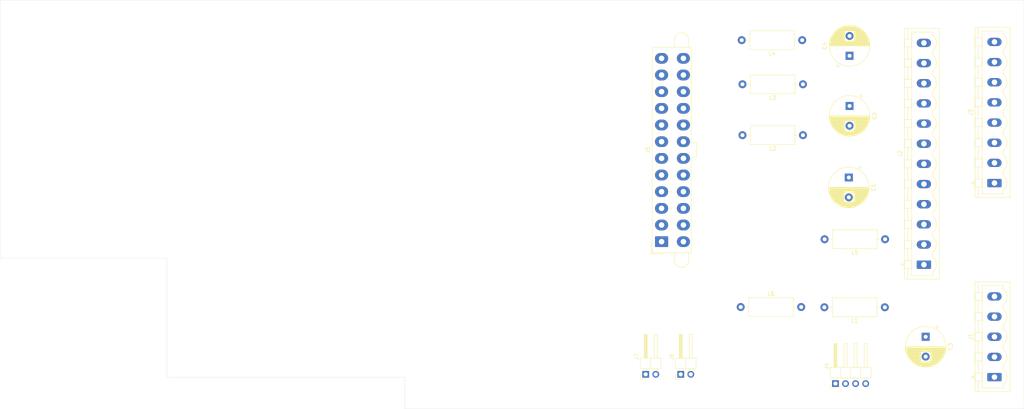
<source format=kicad_pcb>
(kicad_pcb (version 20171130) (host pcbnew 5.1.10)

  (general
    (thickness 1.6)
    (drawings 8)
    (tracks 0)
    (zones 0)
    (modules 17)
    (nets 24)
  )

  (page A4)
  (layers
    (0 F.Cu signal)
    (31 B.Cu signal)
    (32 B.Adhes user)
    (33 F.Adhes user)
    (34 B.Paste user)
    (35 F.Paste user)
    (36 B.SilkS user)
    (37 F.SilkS user)
    (38 B.Mask user)
    (39 F.Mask user)
    (40 Dwgs.User user)
    (41 Cmts.User user)
    (42 Eco1.User user)
    (43 Eco2.User user)
    (44 Edge.Cuts user)
    (45 Margin user)
    (46 B.CrtYd user)
    (47 F.CrtYd user)
    (48 B.Fab user)
    (49 F.Fab user)
  )

  (setup
    (last_trace_width 0.25)
    (trace_clearance 0.2)
    (zone_clearance 0.508)
    (zone_45_only no)
    (trace_min 0.2)
    (via_size 0.8)
    (via_drill 0.4)
    (via_min_size 0.4)
    (via_min_drill 0.3)
    (uvia_size 0.3)
    (uvia_drill 0.1)
    (uvias_allowed no)
    (uvia_min_size 0.2)
    (uvia_min_drill 0.1)
    (edge_width 0.05)
    (segment_width 0.2)
    (pcb_text_width 0.3)
    (pcb_text_size 1.5 1.5)
    (mod_edge_width 0.12)
    (mod_text_size 1 1)
    (mod_text_width 0.15)
    (pad_size 1.524 1.524)
    (pad_drill 0.762)
    (pad_to_mask_clearance 0)
    (aux_axis_origin 0 0)
    (visible_elements FFFFFF7F)
    (pcbplotparams
      (layerselection 0x010fc_ffffffff)
      (usegerberextensions false)
      (usegerberattributes true)
      (usegerberadvancedattributes true)
      (creategerberjobfile true)
      (excludeedgelayer true)
      (linewidth 0.100000)
      (plotframeref false)
      (viasonmask false)
      (mode 1)
      (useauxorigin false)
      (hpglpennumber 1)
      (hpglpenspeed 20)
      (hpglpendiameter 15.000000)
      (psnegative false)
      (psa4output false)
      (plotreference true)
      (plotvalue true)
      (plotinvisibletext false)
      (padsonsilk false)
      (subtractmaskfromsilk false)
      (outputformat 1)
      (mirror false)
      (drillshape 1)
      (scaleselection 1)
      (outputdirectory ""))
  )

  (net 0 "")
  (net 1 GND)
  (net 2 CPU_5V)
  (net 3 CPU_12V)
  (net 4 DISPLAY_15V)
  (net 5 CPU_MINUS_12V)
  (net 6 DISPLAY_VSYNC)
  (net 7 DISPLAY_VIDEO)
  (net 8 VIDEO_HSYNC)
  (net 9 DISPLAY_HSYNC)
  (net 10 SPK_GND)
  (net 11 SPK_AUDIO)
  (net 12 ATX_POK)
  (net 13 "Net-(J2-Pad8)")
  (net 14 CONV_12V)
  (net 15 CONV_15V)
  (net 16 "Net-(J5-Pad1)")
  (net 17 +5V)
  (net 18 "Net-(J5-Pad9)")
  (net 19 +12V)
  (net 20 -12V)
  (net 21 ATX_PSON)
  (net 22 "Net-(J5-Pad20)")
  (net 23 +15V)

  (net_class Default "This is the default net class."
    (clearance 0.2)
    (trace_width 0.25)
    (via_dia 0.8)
    (via_drill 0.4)
    (uvia_dia 0.3)
    (uvia_drill 0.1)
    (add_net +12V)
    (add_net +15V)
    (add_net +5V)
    (add_net -12V)
    (add_net ATX_POK)
    (add_net ATX_PSON)
    (add_net CONV_12V)
    (add_net CONV_15V)
    (add_net CPU_12V)
    (add_net CPU_5V)
    (add_net CPU_MINUS_12V)
    (add_net DISPLAY_15V)
    (add_net DISPLAY_HSYNC)
    (add_net DISPLAY_VIDEO)
    (add_net DISPLAY_VSYNC)
    (add_net GND)
    (add_net "Net-(J2-Pad8)")
    (add_net "Net-(J5-Pad1)")
    (add_net "Net-(J5-Pad20)")
    (add_net "Net-(J5-Pad9)")
    (add_net SPK_AUDIO)
    (add_net SPK_GND)
    (add_net VIDEO_HSYNC)
  )

  (module Connector_Phoenix_MSTB:PhoenixContact_MSTBVA_2,5_5-G-5,08_1x05_P5.08mm_Vertical (layer F.Cu) (tedit 5B785047) (tstamp 621CC3C0)
    (at 250.571 94.996 90)
    (descr "Generic Phoenix Contact connector footprint for: MSTBVA_2,5/5-G-5,08; number of pins: 05; pin pitch: 5.08mm; Vertical || order number: 1755765 12A || order number: 1924334 16A (HC)")
    (tags "phoenix_contact connector MSTBVA_01x05_G_5.08mm")
    (path /61D2797F)
    (fp_text reference J1 (at 10.16 -6 90) (layer F.SilkS)
      (effects (font (size 1 1) (thickness 0.15)))
    )
    (fp_text value VIDEO (at 10.16 5 90) (layer F.Fab)
      (effects (font (size 1 1) (thickness 0.15)))
    )
    (fp_line (start -3.65 -4.91) (end -3.65 3.91) (layer F.SilkS) (width 0.12))
    (fp_line (start -3.65 3.91) (end 23.97 3.91) (layer F.SilkS) (width 0.12))
    (fp_line (start 23.97 3.91) (end 23.97 -4.91) (layer F.SilkS) (width 0.12))
    (fp_line (start 23.97 -4.91) (end -3.65 -4.91) (layer F.SilkS) (width 0.12))
    (fp_line (start -3.54 -4.8) (end -3.54 3.8) (layer F.Fab) (width 0.1))
    (fp_line (start -3.54 3.8) (end 23.86 3.8) (layer F.Fab) (width 0.1))
    (fp_line (start 23.86 3.8) (end 23.86 -4.8) (layer F.Fab) (width 0.1))
    (fp_line (start 23.86 -4.8) (end -3.54 -4.8) (layer F.Fab) (width 0.1))
    (fp_line (start -3.65 -4.1) (end -1.11 -4.1) (layer F.SilkS) (width 0.12))
    (fp_line (start 23.97 -4.1) (end 21.43 -4.1) (layer F.SilkS) (width 0.12))
    (fp_line (start 1 -4.1) (end 4.08 -4.1) (layer F.SilkS) (width 0.12))
    (fp_line (start 6.08 -4.1) (end 9.16 -4.1) (layer F.SilkS) (width 0.12))
    (fp_line (start 11.16 -4.1) (end 14.24 -4.1) (layer F.SilkS) (width 0.12))
    (fp_line (start 16.24 -4.1) (end 19.32 -4.1) (layer F.SilkS) (width 0.12))
    (fp_line (start -1 -3.1) (end -1 -4.91) (layer F.SilkS) (width 0.12))
    (fp_line (start -1 -4.91) (end 1 -4.91) (layer F.SilkS) (width 0.12))
    (fp_line (start 1 -4.91) (end 1 -3.1) (layer F.SilkS) (width 0.12))
    (fp_line (start 1 -3.1) (end -1 -3.1) (layer F.SilkS) (width 0.12))
    (fp_line (start 4.08 -3.1) (end 4.08 -4.91) (layer F.SilkS) (width 0.12))
    (fp_line (start 4.08 -4.91) (end 6.08 -4.91) (layer F.SilkS) (width 0.12))
    (fp_line (start 6.08 -4.91) (end 6.08 -3.1) (layer F.SilkS) (width 0.12))
    (fp_line (start 6.08 -3.1) (end 4.08 -3.1) (layer F.SilkS) (width 0.12))
    (fp_line (start 9.16 -3.1) (end 9.16 -4.91) (layer F.SilkS) (width 0.12))
    (fp_line (start 9.16 -4.91) (end 11.16 -4.91) (layer F.SilkS) (width 0.12))
    (fp_line (start 11.16 -4.91) (end 11.16 -3.1) (layer F.SilkS) (width 0.12))
    (fp_line (start 11.16 -3.1) (end 9.16 -3.1) (layer F.SilkS) (width 0.12))
    (fp_line (start 14.24 -3.1) (end 14.24 -4.91) (layer F.SilkS) (width 0.12))
    (fp_line (start 14.24 -4.91) (end 16.24 -4.91) (layer F.SilkS) (width 0.12))
    (fp_line (start 16.24 -4.91) (end 16.24 -3.1) (layer F.SilkS) (width 0.12))
    (fp_line (start 16.24 -3.1) (end 14.24 -3.1) (layer F.SilkS) (width 0.12))
    (fp_line (start 19.32 -3.1) (end 19.32 -4.91) (layer F.SilkS) (width 0.12))
    (fp_line (start 19.32 -4.91) (end 21.32 -4.91) (layer F.SilkS) (width 0.12))
    (fp_line (start 21.32 -4.91) (end 21.32 -3.1) (layer F.SilkS) (width 0.12))
    (fp_line (start 21.32 -3.1) (end 19.32 -3.1) (layer F.SilkS) (width 0.12))
    (fp_line (start 2 2.2) (end 3.08 2.2) (layer F.SilkS) (width 0.12))
    (fp_line (start 7.08 2.2) (end 8.16 2.2) (layer F.SilkS) (width 0.12))
    (fp_line (start 12.16 2.2) (end 13.24 2.2) (layer F.SilkS) (width 0.12))
    (fp_line (start 17.24 2.2) (end 18.32 2.2) (layer F.SilkS) (width 0.12))
    (fp_line (start -2 2.2) (end -2.74 2.2) (layer F.SilkS) (width 0.12))
    (fp_line (start -2.74 2.2) (end -2.74 -3.1) (layer F.SilkS) (width 0.12))
    (fp_line (start -2.74 -3.1) (end 23.06 -3.1) (layer F.SilkS) (width 0.12))
    (fp_line (start 23.06 -3.1) (end 23.06 2.2) (layer F.SilkS) (width 0.12))
    (fp_line (start 23.06 2.2) (end 22.32 2.2) (layer F.SilkS) (width 0.12))
    (fp_line (start -4.04 -5.3) (end -4.04 4.3) (layer F.CrtYd) (width 0.05))
    (fp_line (start -4.04 4.3) (end 24.36 4.3) (layer F.CrtYd) (width 0.05))
    (fp_line (start 24.36 4.3) (end 24.36 -5.3) (layer F.CrtYd) (width 0.05))
    (fp_line (start 24.36 -5.3) (end -4.04 -5.3) (layer F.CrtYd) (width 0.05))
    (fp_line (start 0.3 -5.71) (end 0 -5.11) (layer F.SilkS) (width 0.12))
    (fp_line (start 0 -5.11) (end -0.3 -5.71) (layer F.SilkS) (width 0.12))
    (fp_line (start -0.3 -5.71) (end 0.3 -5.71) (layer F.SilkS) (width 0.12))
    (fp_line (start 0.5 -3.55) (end 0 -2.55) (layer F.Fab) (width 0.1))
    (fp_line (start 0 -2.55) (end -0.5 -3.55) (layer F.Fab) (width 0.1))
    (fp_line (start -0.5 -3.55) (end 0.5 -3.55) (layer F.Fab) (width 0.1))
    (fp_arc (start 0 0.55) (end -2 2.2) (angle -100.5) (layer F.SilkS) (width 0.12))
    (fp_arc (start 5.08 0.55) (end 3.08 2.2) (angle -100.5) (layer F.SilkS) (width 0.12))
    (fp_arc (start 10.16 0.55) (end 8.16 2.2) (angle -100.5) (layer F.SilkS) (width 0.12))
    (fp_arc (start 15.24 0.55) (end 13.24 2.2) (angle -100.5) (layer F.SilkS) (width 0.12))
    (fp_arc (start 20.32 0.55) (end 18.32 2.2) (angle -100.5) (layer F.SilkS) (width 0.12))
    (fp_text user %R (at 10.16 -4.1 90) (layer F.Fab)
      (effects (font (size 1 1) (thickness 0.15)))
    )
    (pad 1 thru_hole roundrect (at 0 0 90) (size 2.08 3.6) (drill 1.4) (layers *.Cu *.Mask) (roundrect_rratio 0.120192)
      (net 6 DISPLAY_VSYNC))
    (pad 2 thru_hole oval (at 5.08 0 90) (size 2.08 3.6) (drill 1.4) (layers *.Cu *.Mask)
      (net 1 GND))
    (pad 3 thru_hole oval (at 10.16 0 90) (size 2.08 3.6) (drill 1.4) (layers *.Cu *.Mask)
      (net 4 DISPLAY_15V))
    (pad 4 thru_hole oval (at 15.24 0 90) (size 2.08 3.6) (drill 1.4) (layers *.Cu *.Mask)
      (net 7 DISPLAY_VIDEO))
    (pad 5 thru_hole oval (at 20.32 0 90) (size 2.08 3.6) (drill 1.4) (layers *.Cu *.Mask)
      (net 8 VIDEO_HSYNC))
    (model ${KISYS3DMOD}/Connector_Phoenix_MSTB.3dshapes/PhoenixContact_MSTBVA_2,5_5-G-5,08_1x05_P5.08mm_Vertical.wrl
      (at (xyz 0 0 0))
      (scale (xyz 1 1 1))
      (rotate (xyz 0 0 0))
    )
  )

  (module Connector_Phoenix_MSTB:PhoenixContact_MSTBVA_2,5_12-G-5,08_1x12_P5.08mm_Vertical (layer F.Cu) (tedit 5B785047) (tstamp 621CC43C)
    (at 232.791 66.675 90)
    (descr "Generic Phoenix Contact connector footprint for: MSTBVA_2,5/12-G-5,08; number of pins: 12; pin pitch: 5.08mm; Vertical || order number: 1755833 12A || order number: 1924402 16A (HC)")
    (tags "phoenix_contact connector MSTBVA_01x12_G_5.08mm")
    (path /61D2A493)
    (fp_text reference J2 (at 27.94 -6 90) (layer F.SilkS)
      (effects (font (size 1 1) (thickness 0.15)))
    )
    (fp_text value CPU (at 27.94 5 90) (layer F.Fab)
      (effects (font (size 1 1) (thickness 0.15)))
    )
    (fp_line (start -3.65 -4.91) (end -3.65 3.91) (layer F.SilkS) (width 0.12))
    (fp_line (start -3.65 3.91) (end 59.53 3.91) (layer F.SilkS) (width 0.12))
    (fp_line (start 59.53 3.91) (end 59.53 -4.91) (layer F.SilkS) (width 0.12))
    (fp_line (start 59.53 -4.91) (end -3.65 -4.91) (layer F.SilkS) (width 0.12))
    (fp_line (start -3.54 -4.8) (end -3.54 3.8) (layer F.Fab) (width 0.1))
    (fp_line (start -3.54 3.8) (end 59.42 3.8) (layer F.Fab) (width 0.1))
    (fp_line (start 59.42 3.8) (end 59.42 -4.8) (layer F.Fab) (width 0.1))
    (fp_line (start 59.42 -4.8) (end -3.54 -4.8) (layer F.Fab) (width 0.1))
    (fp_line (start -3.65 -4.1) (end -1.11 -4.1) (layer F.SilkS) (width 0.12))
    (fp_line (start 59.53 -4.1) (end 56.99 -4.1) (layer F.SilkS) (width 0.12))
    (fp_line (start 1 -4.1) (end 4.08 -4.1) (layer F.SilkS) (width 0.12))
    (fp_line (start 6.08 -4.1) (end 9.16 -4.1) (layer F.SilkS) (width 0.12))
    (fp_line (start 11.16 -4.1) (end 14.24 -4.1) (layer F.SilkS) (width 0.12))
    (fp_line (start 16.24 -4.1) (end 19.32 -4.1) (layer F.SilkS) (width 0.12))
    (fp_line (start 21.32 -4.1) (end 24.4 -4.1) (layer F.SilkS) (width 0.12))
    (fp_line (start 26.4 -4.1) (end 29.48 -4.1) (layer F.SilkS) (width 0.12))
    (fp_line (start 31.48 -4.1) (end 34.56 -4.1) (layer F.SilkS) (width 0.12))
    (fp_line (start 36.56 -4.1) (end 39.64 -4.1) (layer F.SilkS) (width 0.12))
    (fp_line (start 41.64 -4.1) (end 44.72 -4.1) (layer F.SilkS) (width 0.12))
    (fp_line (start 46.72 -4.1) (end 49.8 -4.1) (layer F.SilkS) (width 0.12))
    (fp_line (start 51.8 -4.1) (end 54.88 -4.1) (layer F.SilkS) (width 0.12))
    (fp_line (start -1 -3.1) (end -1 -4.91) (layer F.SilkS) (width 0.12))
    (fp_line (start -1 -4.91) (end 1 -4.91) (layer F.SilkS) (width 0.12))
    (fp_line (start 1 -4.91) (end 1 -3.1) (layer F.SilkS) (width 0.12))
    (fp_line (start 1 -3.1) (end -1 -3.1) (layer F.SilkS) (width 0.12))
    (fp_line (start 4.08 -3.1) (end 4.08 -4.91) (layer F.SilkS) (width 0.12))
    (fp_line (start 4.08 -4.91) (end 6.08 -4.91) (layer F.SilkS) (width 0.12))
    (fp_line (start 6.08 -4.91) (end 6.08 -3.1) (layer F.SilkS) (width 0.12))
    (fp_line (start 6.08 -3.1) (end 4.08 -3.1) (layer F.SilkS) (width 0.12))
    (fp_line (start 9.16 -3.1) (end 9.16 -4.91) (layer F.SilkS) (width 0.12))
    (fp_line (start 9.16 -4.91) (end 11.16 -4.91) (layer F.SilkS) (width 0.12))
    (fp_line (start 11.16 -4.91) (end 11.16 -3.1) (layer F.SilkS) (width 0.12))
    (fp_line (start 11.16 -3.1) (end 9.16 -3.1) (layer F.SilkS) (width 0.12))
    (fp_line (start 14.24 -3.1) (end 14.24 -4.91) (layer F.SilkS) (width 0.12))
    (fp_line (start 14.24 -4.91) (end 16.24 -4.91) (layer F.SilkS) (width 0.12))
    (fp_line (start 16.24 -4.91) (end 16.24 -3.1) (layer F.SilkS) (width 0.12))
    (fp_line (start 16.24 -3.1) (end 14.24 -3.1) (layer F.SilkS) (width 0.12))
    (fp_line (start 19.32 -3.1) (end 19.32 -4.91) (layer F.SilkS) (width 0.12))
    (fp_line (start 19.32 -4.91) (end 21.32 -4.91) (layer F.SilkS) (width 0.12))
    (fp_line (start 21.32 -4.91) (end 21.32 -3.1) (layer F.SilkS) (width 0.12))
    (fp_line (start 21.32 -3.1) (end 19.32 -3.1) (layer F.SilkS) (width 0.12))
    (fp_line (start 24.4 -3.1) (end 24.4 -4.91) (layer F.SilkS) (width 0.12))
    (fp_line (start 24.4 -4.91) (end 26.4 -4.91) (layer F.SilkS) (width 0.12))
    (fp_line (start 26.4 -4.91) (end 26.4 -3.1) (layer F.SilkS) (width 0.12))
    (fp_line (start 26.4 -3.1) (end 24.4 -3.1) (layer F.SilkS) (width 0.12))
    (fp_line (start 29.48 -3.1) (end 29.48 -4.91) (layer F.SilkS) (width 0.12))
    (fp_line (start 29.48 -4.91) (end 31.48 -4.91) (layer F.SilkS) (width 0.12))
    (fp_line (start 31.48 -4.91) (end 31.48 -3.1) (layer F.SilkS) (width 0.12))
    (fp_line (start 31.48 -3.1) (end 29.48 -3.1) (layer F.SilkS) (width 0.12))
    (fp_line (start 34.56 -3.1) (end 34.56 -4.91) (layer F.SilkS) (width 0.12))
    (fp_line (start 34.56 -4.91) (end 36.56 -4.91) (layer F.SilkS) (width 0.12))
    (fp_line (start 36.56 -4.91) (end 36.56 -3.1) (layer F.SilkS) (width 0.12))
    (fp_line (start 36.56 -3.1) (end 34.56 -3.1) (layer F.SilkS) (width 0.12))
    (fp_line (start 39.64 -3.1) (end 39.64 -4.91) (layer F.SilkS) (width 0.12))
    (fp_line (start 39.64 -4.91) (end 41.64 -4.91) (layer F.SilkS) (width 0.12))
    (fp_line (start 41.64 -4.91) (end 41.64 -3.1) (layer F.SilkS) (width 0.12))
    (fp_line (start 41.64 -3.1) (end 39.64 -3.1) (layer F.SilkS) (width 0.12))
    (fp_line (start 44.72 -3.1) (end 44.72 -4.91) (layer F.SilkS) (width 0.12))
    (fp_line (start 44.72 -4.91) (end 46.72 -4.91) (layer F.SilkS) (width 0.12))
    (fp_line (start 46.72 -4.91) (end 46.72 -3.1) (layer F.SilkS) (width 0.12))
    (fp_line (start 46.72 -3.1) (end 44.72 -3.1) (layer F.SilkS) (width 0.12))
    (fp_line (start 49.8 -3.1) (end 49.8 -4.91) (layer F.SilkS) (width 0.12))
    (fp_line (start 49.8 -4.91) (end 51.8 -4.91) (layer F.SilkS) (width 0.12))
    (fp_line (start 51.8 -4.91) (end 51.8 -3.1) (layer F.SilkS) (width 0.12))
    (fp_line (start 51.8 -3.1) (end 49.8 -3.1) (layer F.SilkS) (width 0.12))
    (fp_line (start 54.88 -3.1) (end 54.88 -4.91) (layer F.SilkS) (width 0.12))
    (fp_line (start 54.88 -4.91) (end 56.88 -4.91) (layer F.SilkS) (width 0.12))
    (fp_line (start 56.88 -4.91) (end 56.88 -3.1) (layer F.SilkS) (width 0.12))
    (fp_line (start 56.88 -3.1) (end 54.88 -3.1) (layer F.SilkS) (width 0.12))
    (fp_line (start 2 2.2) (end 3.08 2.2) (layer F.SilkS) (width 0.12))
    (fp_line (start 7.08 2.2) (end 8.16 2.2) (layer F.SilkS) (width 0.12))
    (fp_line (start 12.16 2.2) (end 13.24 2.2) (layer F.SilkS) (width 0.12))
    (fp_line (start 17.24 2.2) (end 18.32 2.2) (layer F.SilkS) (width 0.12))
    (fp_line (start 22.32 2.2) (end 23.4 2.2) (layer F.SilkS) (width 0.12))
    (fp_line (start 27.4 2.2) (end 28.48 2.2) (layer F.SilkS) (width 0.12))
    (fp_line (start 32.48 2.2) (end 33.56 2.2) (layer F.SilkS) (width 0.12))
    (fp_line (start 37.56 2.2) (end 38.64 2.2) (layer F.SilkS) (width 0.12))
    (fp_line (start 42.64 2.2) (end 43.72 2.2) (layer F.SilkS) (width 0.12))
    (fp_line (start 47.72 2.2) (end 48.8 2.2) (layer F.SilkS) (width 0.12))
    (fp_line (start 52.8 2.2) (end 53.88 2.2) (layer F.SilkS) (width 0.12))
    (fp_line (start -2 2.2) (end -2.74 2.2) (layer F.SilkS) (width 0.12))
    (fp_line (start -2.74 2.2) (end -2.74 -3.1) (layer F.SilkS) (width 0.12))
    (fp_line (start -2.74 -3.1) (end 58.62 -3.1) (layer F.SilkS) (width 0.12))
    (fp_line (start 58.62 -3.1) (end 58.62 2.2) (layer F.SilkS) (width 0.12))
    (fp_line (start 58.62 2.2) (end 57.88 2.2) (layer F.SilkS) (width 0.12))
    (fp_line (start -4.04 -5.3) (end -4.04 4.3) (layer F.CrtYd) (width 0.05))
    (fp_line (start -4.04 4.3) (end 59.92 4.3) (layer F.CrtYd) (width 0.05))
    (fp_line (start 59.92 4.3) (end 59.92 -5.3) (layer F.CrtYd) (width 0.05))
    (fp_line (start 59.92 -5.3) (end -4.04 -5.3) (layer F.CrtYd) (width 0.05))
    (fp_line (start 0.3 -5.71) (end 0 -5.11) (layer F.SilkS) (width 0.12))
    (fp_line (start 0 -5.11) (end -0.3 -5.71) (layer F.SilkS) (width 0.12))
    (fp_line (start -0.3 -5.71) (end 0.3 -5.71) (layer F.SilkS) (width 0.12))
    (fp_line (start 0.5 -3.55) (end 0 -2.55) (layer F.Fab) (width 0.1))
    (fp_line (start 0 -2.55) (end -0.5 -3.55) (layer F.Fab) (width 0.1))
    (fp_line (start -0.5 -3.55) (end 0.5 -3.55) (layer F.Fab) (width 0.1))
    (fp_arc (start 0 0.55) (end -2 2.2) (angle -100.5) (layer F.SilkS) (width 0.12))
    (fp_arc (start 5.08 0.55) (end 3.08 2.2) (angle -100.5) (layer F.SilkS) (width 0.12))
    (fp_arc (start 10.16 0.55) (end 8.16 2.2) (angle -100.5) (layer F.SilkS) (width 0.12))
    (fp_arc (start 15.24 0.55) (end 13.24 2.2) (angle -100.5) (layer F.SilkS) (width 0.12))
    (fp_arc (start 20.32 0.55) (end 18.32 2.2) (angle -100.5) (layer F.SilkS) (width 0.12))
    (fp_arc (start 25.4 0.55) (end 23.4 2.2) (angle -100.5) (layer F.SilkS) (width 0.12))
    (fp_arc (start 30.48 0.55) (end 28.48 2.2) (angle -100.5) (layer F.SilkS) (width 0.12))
    (fp_arc (start 35.56 0.55) (end 33.56 2.2) (angle -100.5) (layer F.SilkS) (width 0.12))
    (fp_arc (start 40.64 0.55) (end 38.64 2.2) (angle -100.5) (layer F.SilkS) (width 0.12))
    (fp_arc (start 45.72 0.55) (end 43.72 2.2) (angle -100.5) (layer F.SilkS) (width 0.12))
    (fp_arc (start 50.8 0.55) (end 48.8 2.2) (angle -100.5) (layer F.SilkS) (width 0.12))
    (fp_arc (start 55.88 0.55) (end 53.88 2.2) (angle -100.5) (layer F.SilkS) (width 0.12))
    (fp_text user %R (at 27.94 -4.1 90) (layer F.Fab)
      (effects (font (size 1 1) (thickness 0.15)))
    )
    (pad 1 thru_hole roundrect (at 0 0 90) (size 2.08 3.6) (drill 1.4) (layers *.Cu *.Mask) (roundrect_rratio 0.120192)
      (net 9 DISPLAY_HSYNC))
    (pad 2 thru_hole oval (at 5.08 0 90) (size 2.08 3.6) (drill 1.4) (layers *.Cu *.Mask)
      (net 6 DISPLAY_VSYNC))
    (pad 3 thru_hole oval (at 10.16 0 90) (size 2.08 3.6) (drill 1.4) (layers *.Cu *.Mask)
      (net 7 DISPLAY_VIDEO))
    (pad 4 thru_hole oval (at 15.24 0 90) (size 2.08 3.6) (drill 1.4) (layers *.Cu *.Mask)
      (net 10 SPK_GND))
    (pad 5 thru_hole oval (at 20.32 0 90) (size 2.08 3.6) (drill 1.4) (layers *.Cu *.Mask)
      (net 11 SPK_AUDIO))
    (pad 6 thru_hole oval (at 25.4 0 90) (size 2.08 3.6) (drill 1.4) (layers *.Cu *.Mask)
      (net 12 ATX_POK))
    (pad 7 thru_hole oval (at 30.48 0 90) (size 2.08 3.6) (drill 1.4) (layers *.Cu *.Mask)
      (net 2 CPU_5V))
    (pad 8 thru_hole oval (at 35.56 0 90) (size 2.08 3.6) (drill 1.4) (layers *.Cu *.Mask)
      (net 13 "Net-(J2-Pad8)"))
    (pad 9 thru_hole oval (at 40.64 0 90) (size 2.08 3.6) (drill 1.4) (layers *.Cu *.Mask)
      (net 1 GND))
    (pad 10 thru_hole oval (at 45.72 0 90) (size 2.08 3.6) (drill 1.4) (layers *.Cu *.Mask)
      (net 1 GND))
    (pad 11 thru_hole oval (at 50.8 0 90) (size 2.08 3.6) (drill 1.4) (layers *.Cu *.Mask)
      (net 3 CPU_12V))
    (pad 12 thru_hole oval (at 55.88 0 90) (size 2.08 3.6) (drill 1.4) (layers *.Cu *.Mask)
      (net 5 CPU_MINUS_12V))
    (model ${KISYS3DMOD}/Connector_Phoenix_MSTB.3dshapes/PhoenixContact_MSTBVA_2,5_12-G-5,08_1x12_P5.08mm_Vertical.wrl
      (at (xyz 0 0 0))
      (scale (xyz 1 1 1))
      (rotate (xyz 0 0 0))
    )
  )

  (module Connector_Phoenix_MSTB:PhoenixContact_MSTBVA_2,5_8-G-5,08_1x08_P5.08mm_Vertical (layer F.Cu) (tedit 5B785047) (tstamp 621CC498)
    (at 250.571 46.101 90)
    (descr "Generic Phoenix Contact connector footprint for: MSTBVA_2,5/8-G-5,08; number of pins: 08; pin pitch: 5.08mm; Vertical || order number: 1755794 12A || order number: 1924363 16A (HC)")
    (tags "phoenix_contact connector MSTBVA_01x08_G_5.08mm")
    (path /61D2C5E5)
    (fp_text reference J3 (at 17.78 -6 90) (layer F.SilkS)
      (effects (font (size 1 1) (thickness 0.15)))
    )
    (fp_text value DRIVES (at 17.78 5 90) (layer F.Fab)
      (effects (font (size 1 1) (thickness 0.15)))
    )
    (fp_line (start -3.65 -4.91) (end -3.65 3.91) (layer F.SilkS) (width 0.12))
    (fp_line (start -3.65 3.91) (end 39.21 3.91) (layer F.SilkS) (width 0.12))
    (fp_line (start 39.21 3.91) (end 39.21 -4.91) (layer F.SilkS) (width 0.12))
    (fp_line (start 39.21 -4.91) (end -3.65 -4.91) (layer F.SilkS) (width 0.12))
    (fp_line (start -3.54 -4.8) (end -3.54 3.8) (layer F.Fab) (width 0.1))
    (fp_line (start -3.54 3.8) (end 39.1 3.8) (layer F.Fab) (width 0.1))
    (fp_line (start 39.1 3.8) (end 39.1 -4.8) (layer F.Fab) (width 0.1))
    (fp_line (start 39.1 -4.8) (end -3.54 -4.8) (layer F.Fab) (width 0.1))
    (fp_line (start -3.65 -4.1) (end -1.11 -4.1) (layer F.SilkS) (width 0.12))
    (fp_line (start 39.21 -4.1) (end 36.67 -4.1) (layer F.SilkS) (width 0.12))
    (fp_line (start 1 -4.1) (end 4.08 -4.1) (layer F.SilkS) (width 0.12))
    (fp_line (start 6.08 -4.1) (end 9.16 -4.1) (layer F.SilkS) (width 0.12))
    (fp_line (start 11.16 -4.1) (end 14.24 -4.1) (layer F.SilkS) (width 0.12))
    (fp_line (start 16.24 -4.1) (end 19.32 -4.1) (layer F.SilkS) (width 0.12))
    (fp_line (start 21.32 -4.1) (end 24.4 -4.1) (layer F.SilkS) (width 0.12))
    (fp_line (start 26.4 -4.1) (end 29.48 -4.1) (layer F.SilkS) (width 0.12))
    (fp_line (start 31.48 -4.1) (end 34.56 -4.1) (layer F.SilkS) (width 0.12))
    (fp_line (start -1 -3.1) (end -1 -4.91) (layer F.SilkS) (width 0.12))
    (fp_line (start -1 -4.91) (end 1 -4.91) (layer F.SilkS) (width 0.12))
    (fp_line (start 1 -4.91) (end 1 -3.1) (layer F.SilkS) (width 0.12))
    (fp_line (start 1 -3.1) (end -1 -3.1) (layer F.SilkS) (width 0.12))
    (fp_line (start 4.08 -3.1) (end 4.08 -4.91) (layer F.SilkS) (width 0.12))
    (fp_line (start 4.08 -4.91) (end 6.08 -4.91) (layer F.SilkS) (width 0.12))
    (fp_line (start 6.08 -4.91) (end 6.08 -3.1) (layer F.SilkS) (width 0.12))
    (fp_line (start 6.08 -3.1) (end 4.08 -3.1) (layer F.SilkS) (width 0.12))
    (fp_line (start 9.16 -3.1) (end 9.16 -4.91) (layer F.SilkS) (width 0.12))
    (fp_line (start 9.16 -4.91) (end 11.16 -4.91) (layer F.SilkS) (width 0.12))
    (fp_line (start 11.16 -4.91) (end 11.16 -3.1) (layer F.SilkS) (width 0.12))
    (fp_line (start 11.16 -3.1) (end 9.16 -3.1) (layer F.SilkS) (width 0.12))
    (fp_line (start 14.24 -3.1) (end 14.24 -4.91) (layer F.SilkS) (width 0.12))
    (fp_line (start 14.24 -4.91) (end 16.24 -4.91) (layer F.SilkS) (width 0.12))
    (fp_line (start 16.24 -4.91) (end 16.24 -3.1) (layer F.SilkS) (width 0.12))
    (fp_line (start 16.24 -3.1) (end 14.24 -3.1) (layer F.SilkS) (width 0.12))
    (fp_line (start 19.32 -3.1) (end 19.32 -4.91) (layer F.SilkS) (width 0.12))
    (fp_line (start 19.32 -4.91) (end 21.32 -4.91) (layer F.SilkS) (width 0.12))
    (fp_line (start 21.32 -4.91) (end 21.32 -3.1) (layer F.SilkS) (width 0.12))
    (fp_line (start 21.32 -3.1) (end 19.32 -3.1) (layer F.SilkS) (width 0.12))
    (fp_line (start 24.4 -3.1) (end 24.4 -4.91) (layer F.SilkS) (width 0.12))
    (fp_line (start 24.4 -4.91) (end 26.4 -4.91) (layer F.SilkS) (width 0.12))
    (fp_line (start 26.4 -4.91) (end 26.4 -3.1) (layer F.SilkS) (width 0.12))
    (fp_line (start 26.4 -3.1) (end 24.4 -3.1) (layer F.SilkS) (width 0.12))
    (fp_line (start 29.48 -3.1) (end 29.48 -4.91) (layer F.SilkS) (width 0.12))
    (fp_line (start 29.48 -4.91) (end 31.48 -4.91) (layer F.SilkS) (width 0.12))
    (fp_line (start 31.48 -4.91) (end 31.48 -3.1) (layer F.SilkS) (width 0.12))
    (fp_line (start 31.48 -3.1) (end 29.48 -3.1) (layer F.SilkS) (width 0.12))
    (fp_line (start 34.56 -3.1) (end 34.56 -4.91) (layer F.SilkS) (width 0.12))
    (fp_line (start 34.56 -4.91) (end 36.56 -4.91) (layer F.SilkS) (width 0.12))
    (fp_line (start 36.56 -4.91) (end 36.56 -3.1) (layer F.SilkS) (width 0.12))
    (fp_line (start 36.56 -3.1) (end 34.56 -3.1) (layer F.SilkS) (width 0.12))
    (fp_line (start 2 2.2) (end 3.08 2.2) (layer F.SilkS) (width 0.12))
    (fp_line (start 7.08 2.2) (end 8.16 2.2) (layer F.SilkS) (width 0.12))
    (fp_line (start 12.16 2.2) (end 13.24 2.2) (layer F.SilkS) (width 0.12))
    (fp_line (start 17.24 2.2) (end 18.32 2.2) (layer F.SilkS) (width 0.12))
    (fp_line (start 22.32 2.2) (end 23.4 2.2) (layer F.SilkS) (width 0.12))
    (fp_line (start 27.4 2.2) (end 28.48 2.2) (layer F.SilkS) (width 0.12))
    (fp_line (start 32.48 2.2) (end 33.56 2.2) (layer F.SilkS) (width 0.12))
    (fp_line (start -2 2.2) (end -2.74 2.2) (layer F.SilkS) (width 0.12))
    (fp_line (start -2.74 2.2) (end -2.74 -3.1) (layer F.SilkS) (width 0.12))
    (fp_line (start -2.74 -3.1) (end 38.3 -3.1) (layer F.SilkS) (width 0.12))
    (fp_line (start 38.3 -3.1) (end 38.3 2.2) (layer F.SilkS) (width 0.12))
    (fp_line (start 38.3 2.2) (end 37.56 2.2) (layer F.SilkS) (width 0.12))
    (fp_line (start -4.04 -5.3) (end -4.04 4.3) (layer F.CrtYd) (width 0.05))
    (fp_line (start -4.04 4.3) (end 39.6 4.3) (layer F.CrtYd) (width 0.05))
    (fp_line (start 39.6 4.3) (end 39.6 -5.3) (layer F.CrtYd) (width 0.05))
    (fp_line (start 39.6 -5.3) (end -4.04 -5.3) (layer F.CrtYd) (width 0.05))
    (fp_line (start 0.3 -5.71) (end 0 -5.11) (layer F.SilkS) (width 0.12))
    (fp_line (start 0 -5.11) (end -0.3 -5.71) (layer F.SilkS) (width 0.12))
    (fp_line (start -0.3 -5.71) (end 0.3 -5.71) (layer F.SilkS) (width 0.12))
    (fp_line (start 0.5 -3.55) (end 0 -2.55) (layer F.Fab) (width 0.1))
    (fp_line (start 0 -2.55) (end -0.5 -3.55) (layer F.Fab) (width 0.1))
    (fp_line (start -0.5 -3.55) (end 0.5 -3.55) (layer F.Fab) (width 0.1))
    (fp_arc (start 0 0.55) (end -2 2.2) (angle -100.5) (layer F.SilkS) (width 0.12))
    (fp_arc (start 5.08 0.55) (end 3.08 2.2) (angle -100.5) (layer F.SilkS) (width 0.12))
    (fp_arc (start 10.16 0.55) (end 8.16 2.2) (angle -100.5) (layer F.SilkS) (width 0.12))
    (fp_arc (start 15.24 0.55) (end 13.24 2.2) (angle -100.5) (layer F.SilkS) (width 0.12))
    (fp_arc (start 20.32 0.55) (end 18.32 2.2) (angle -100.5) (layer F.SilkS) (width 0.12))
    (fp_arc (start 25.4 0.55) (end 23.4 2.2) (angle -100.5) (layer F.SilkS) (width 0.12))
    (fp_arc (start 30.48 0.55) (end 28.48 2.2) (angle -100.5) (layer F.SilkS) (width 0.12))
    (fp_arc (start 35.56 0.55) (end 33.56 2.2) (angle -100.5) (layer F.SilkS) (width 0.12))
    (fp_text user %R (at 17.78 -4.1 90) (layer F.Fab)
      (effects (font (size 1 1) (thickness 0.15)))
    )
    (pad 1 thru_hole roundrect (at 0 0 90) (size 2.08 3.6) (drill 1.4) (layers *.Cu *.Mask) (roundrect_rratio 0.120192)
      (net 3 CPU_12V))
    (pad 2 thru_hole oval (at 5.08 0 90) (size 2.08 3.6) (drill 1.4) (layers *.Cu *.Mask)
      (net 1 GND))
    (pad 3 thru_hole oval (at 10.16 0 90) (size 2.08 3.6) (drill 1.4) (layers *.Cu *.Mask)
      (net 1 GND))
    (pad 4 thru_hole oval (at 15.24 0 90) (size 2.08 3.6) (drill 1.4) (layers *.Cu *.Mask)
      (net 2 CPU_5V))
    (pad 5 thru_hole oval (at 20.32 0 90) (size 2.08 3.6) (drill 1.4) (layers *.Cu *.Mask)
      (net 3 CPU_12V))
    (pad 6 thru_hole oval (at 25.4 0 90) (size 2.08 3.6) (drill 1.4) (layers *.Cu *.Mask)
      (net 1 GND))
    (pad 7 thru_hole oval (at 30.48 0 90) (size 2.08 3.6) (drill 1.4) (layers *.Cu *.Mask)
      (net 1 GND))
    (pad 8 thru_hole oval (at 35.56 0 90) (size 2.08 3.6) (drill 1.4) (layers *.Cu *.Mask)
      (net 2 CPU_5V))
    (model ${KISYS3DMOD}/Connector_Phoenix_MSTB.3dshapes/PhoenixContact_MSTBVA_2,5_8-G-5,08_1x08_P5.08mm_Vertical.wrl
      (at (xyz 0 0 0))
      (scale (xyz 1 1 1))
      (rotate (xyz 0 0 0))
    )
  )

  (module Connector_PinHeader_2.54mm:PinHeader_1x04_P2.54mm_Horizontal (layer F.Cu) (tedit 59FED5CB) (tstamp 621CC4E5)
    (at 210.5025 96.647 90)
    (descr "Through hole angled pin header, 1x04, 2.54mm pitch, 6mm pin length, single row")
    (tags "Through hole angled pin header THT 1x04 2.54mm single row")
    (path /61D8C07D)
    (fp_text reference J4 (at 4.385 -2.27 90) (layer F.SilkS)
      (effects (font (size 1 1) (thickness 0.15)))
    )
    (fp_text value 15V_CONV (at 4.385 9.89 90) (layer F.Fab)
      (effects (font (size 1 1) (thickness 0.15)))
    )
    (fp_line (start 2.135 -1.27) (end 4.04 -1.27) (layer F.Fab) (width 0.1))
    (fp_line (start 4.04 -1.27) (end 4.04 8.89) (layer F.Fab) (width 0.1))
    (fp_line (start 4.04 8.89) (end 1.5 8.89) (layer F.Fab) (width 0.1))
    (fp_line (start 1.5 8.89) (end 1.5 -0.635) (layer F.Fab) (width 0.1))
    (fp_line (start 1.5 -0.635) (end 2.135 -1.27) (layer F.Fab) (width 0.1))
    (fp_line (start -0.32 -0.32) (end 1.5 -0.32) (layer F.Fab) (width 0.1))
    (fp_line (start -0.32 -0.32) (end -0.32 0.32) (layer F.Fab) (width 0.1))
    (fp_line (start -0.32 0.32) (end 1.5 0.32) (layer F.Fab) (width 0.1))
    (fp_line (start 4.04 -0.32) (end 10.04 -0.32) (layer F.Fab) (width 0.1))
    (fp_line (start 10.04 -0.32) (end 10.04 0.32) (layer F.Fab) (width 0.1))
    (fp_line (start 4.04 0.32) (end 10.04 0.32) (layer F.Fab) (width 0.1))
    (fp_line (start -0.32 2.22) (end 1.5 2.22) (layer F.Fab) (width 0.1))
    (fp_line (start -0.32 2.22) (end -0.32 2.86) (layer F.Fab) (width 0.1))
    (fp_line (start -0.32 2.86) (end 1.5 2.86) (layer F.Fab) (width 0.1))
    (fp_line (start 4.04 2.22) (end 10.04 2.22) (layer F.Fab) (width 0.1))
    (fp_line (start 10.04 2.22) (end 10.04 2.86) (layer F.Fab) (width 0.1))
    (fp_line (start 4.04 2.86) (end 10.04 2.86) (layer F.Fab) (width 0.1))
    (fp_line (start -0.32 4.76) (end 1.5 4.76) (layer F.Fab) (width 0.1))
    (fp_line (start -0.32 4.76) (end -0.32 5.4) (layer F.Fab) (width 0.1))
    (fp_line (start -0.32 5.4) (end 1.5 5.4) (layer F.Fab) (width 0.1))
    (fp_line (start 4.04 4.76) (end 10.04 4.76) (layer F.Fab) (width 0.1))
    (fp_line (start 10.04 4.76) (end 10.04 5.4) (layer F.Fab) (width 0.1))
    (fp_line (start 4.04 5.4) (end 10.04 5.4) (layer F.Fab) (width 0.1))
    (fp_line (start -0.32 7.3) (end 1.5 7.3) (layer F.Fab) (width 0.1))
    (fp_line (start -0.32 7.3) (end -0.32 7.94) (layer F.Fab) (width 0.1))
    (fp_line (start -0.32 7.94) (end 1.5 7.94) (layer F.Fab) (width 0.1))
    (fp_line (start 4.04 7.3) (end 10.04 7.3) (layer F.Fab) (width 0.1))
    (fp_line (start 10.04 7.3) (end 10.04 7.94) (layer F.Fab) (width 0.1))
    (fp_line (start 4.04 7.94) (end 10.04 7.94) (layer F.Fab) (width 0.1))
    (fp_line (start 1.44 -1.33) (end 1.44 8.95) (layer F.SilkS) (width 0.12))
    (fp_line (start 1.44 8.95) (end 4.1 8.95) (layer F.SilkS) (width 0.12))
    (fp_line (start 4.1 8.95) (end 4.1 -1.33) (layer F.SilkS) (width 0.12))
    (fp_line (start 4.1 -1.33) (end 1.44 -1.33) (layer F.SilkS) (width 0.12))
    (fp_line (start 4.1 -0.38) (end 10.1 -0.38) (layer F.SilkS) (width 0.12))
    (fp_line (start 10.1 -0.38) (end 10.1 0.38) (layer F.SilkS) (width 0.12))
    (fp_line (start 10.1 0.38) (end 4.1 0.38) (layer F.SilkS) (width 0.12))
    (fp_line (start 4.1 -0.32) (end 10.1 -0.32) (layer F.SilkS) (width 0.12))
    (fp_line (start 4.1 -0.2) (end 10.1 -0.2) (layer F.SilkS) (width 0.12))
    (fp_line (start 4.1 -0.08) (end 10.1 -0.08) (layer F.SilkS) (width 0.12))
    (fp_line (start 4.1 0.04) (end 10.1 0.04) (layer F.SilkS) (width 0.12))
    (fp_line (start 4.1 0.16) (end 10.1 0.16) (layer F.SilkS) (width 0.12))
    (fp_line (start 4.1 0.28) (end 10.1 0.28) (layer F.SilkS) (width 0.12))
    (fp_line (start 1.11 -0.38) (end 1.44 -0.38) (layer F.SilkS) (width 0.12))
    (fp_line (start 1.11 0.38) (end 1.44 0.38) (layer F.SilkS) (width 0.12))
    (fp_line (start 1.44 1.27) (end 4.1 1.27) (layer F.SilkS) (width 0.12))
    (fp_line (start 4.1 2.16) (end 10.1 2.16) (layer F.SilkS) (width 0.12))
    (fp_line (start 10.1 2.16) (end 10.1 2.92) (layer F.SilkS) (width 0.12))
    (fp_line (start 10.1 2.92) (end 4.1 2.92) (layer F.SilkS) (width 0.12))
    (fp_line (start 1.042929 2.16) (end 1.44 2.16) (layer F.SilkS) (width 0.12))
    (fp_line (start 1.042929 2.92) (end 1.44 2.92) (layer F.SilkS) (width 0.12))
    (fp_line (start 1.44 3.81) (end 4.1 3.81) (layer F.SilkS) (width 0.12))
    (fp_line (start 4.1 4.7) (end 10.1 4.7) (layer F.SilkS) (width 0.12))
    (fp_line (start 10.1 4.7) (end 10.1 5.46) (layer F.SilkS) (width 0.12))
    (fp_line (start 10.1 5.46) (end 4.1 5.46) (layer F.SilkS) (width 0.12))
    (fp_line (start 1.042929 4.7) (end 1.44 4.7) (layer F.SilkS) (width 0.12))
    (fp_line (start 1.042929 5.46) (end 1.44 5.46) (layer F.SilkS) (width 0.12))
    (fp_line (start 1.44 6.35) (end 4.1 6.35) (layer F.SilkS) (width 0.12))
    (fp_line (start 4.1 7.24) (end 10.1 7.24) (layer F.SilkS) (width 0.12))
    (fp_line (start 10.1 7.24) (end 10.1 8) (layer F.SilkS) (width 0.12))
    (fp_line (start 10.1 8) (end 4.1 8) (layer F.SilkS) (width 0.12))
    (fp_line (start 1.042929 7.24) (end 1.44 7.24) (layer F.SilkS) (width 0.12))
    (fp_line (start 1.042929 8) (end 1.44 8) (layer F.SilkS) (width 0.12))
    (fp_line (start -1.27 0) (end -1.27 -1.27) (layer F.SilkS) (width 0.12))
    (fp_line (start -1.27 -1.27) (end 0 -1.27) (layer F.SilkS) (width 0.12))
    (fp_line (start -1.8 -1.8) (end -1.8 9.4) (layer F.CrtYd) (width 0.05))
    (fp_line (start -1.8 9.4) (end 10.55 9.4) (layer F.CrtYd) (width 0.05))
    (fp_line (start 10.55 9.4) (end 10.55 -1.8) (layer F.CrtYd) (width 0.05))
    (fp_line (start 10.55 -1.8) (end -1.8 -1.8) (layer F.CrtYd) (width 0.05))
    (fp_text user %R (at 2.77 3.81) (layer F.Fab)
      (effects (font (size 1 1) (thickness 0.15)))
    )
    (pad 1 thru_hole rect (at 0 0 90) (size 1.7 1.7) (drill 1) (layers *.Cu *.Mask)
      (net 14 CONV_12V))
    (pad 2 thru_hole oval (at 0 2.54 90) (size 1.7 1.7) (drill 1) (layers *.Cu *.Mask)
      (net 1 GND))
    (pad 3 thru_hole oval (at 0 5.08 90) (size 1.7 1.7) (drill 1) (layers *.Cu *.Mask)
      (net 15 CONV_15V))
    (pad 4 thru_hole oval (at 0 7.62 90) (size 1.7 1.7) (drill 1) (layers *.Cu *.Mask)
      (net 1 GND))
    (model ${KISYS3DMOD}/Connector_PinHeader_2.54mm.3dshapes/PinHeader_1x04_P2.54mm_Horizontal.wrl
      (at (xyz 0 0 0))
      (scale (xyz 1 1 1))
      (rotate (xyz 0 0 0))
    )
  )

  (module Connector_Molex:Molex_Mini-Fit_Jr_5566-24A2_2x12_P4.20mm_Vertical (layer F.Cu) (tedit 5B781992) (tstamp 621CC5A5)
    (at 166.6875 60.878 90)
    (descr "Molex Mini-Fit Jr. Power Connectors, old mpn/engineering number: 5566-24A2, example for new mpn: 39-28-924x, 12 Pins per row, Mounting: Snap-in Plastic Peg PCB Lock (http://www.molex.com/pdm_docs/sd/039289068_sd.pdf), generated with kicad-footprint-generator")
    (tags "connector Molex Mini-Fit_Jr side entryplastic_peg")
    (path /61D8718A)
    (fp_text reference J5 (at 23.1 -3.45 90) (layer F.SilkS)
      (effects (font (size 1 1) (thickness 0.15)))
    )
    (fp_text value ATX-24 (at 23.1 9.95 90) (layer F.Fab)
      (effects (font (size 1 1) (thickness 0.15)))
    )
    (fp_line (start -4.7 3.54) (end -2.7 3.54) (layer F.Fab) (width 0.1))
    (fp_line (start -4.7 6.54) (end -2.7 6.54) (layer F.Fab) (width 0.1))
    (fp_line (start 50.9 3.54) (end 48.9 3.54) (layer F.Fab) (width 0.1))
    (fp_line (start 50.9 6.54) (end 48.9 6.54) (layer F.Fab) (width 0.1))
    (fp_line (start -4.7 3.28) (end -2.81 3.28) (layer F.SilkS) (width 0.12))
    (fp_line (start -4.7 6.8) (end -2.81 6.8) (layer F.SilkS) (width 0.12))
    (fp_line (start 50.9 3.28) (end 49.01 3.28) (layer F.SilkS) (width 0.12))
    (fp_line (start 50.9 6.8) (end 49.01 6.8) (layer F.SilkS) (width 0.12))
    (fp_line (start -2.7 -2.25) (end -2.7 7.35) (layer F.Fab) (width 0.1))
    (fp_line (start -2.7 7.35) (end 48.9 7.35) (layer F.Fab) (width 0.1))
    (fp_line (start 48.9 7.35) (end 48.9 -2.25) (layer F.Fab) (width 0.1))
    (fp_line (start 48.9 -2.25) (end -2.7 -2.25) (layer F.Fab) (width 0.1))
    (fp_line (start 21.4 7.35) (end 21.4 8.75) (layer F.Fab) (width 0.1))
    (fp_line (start 21.4 8.75) (end 24.8 8.75) (layer F.Fab) (width 0.1))
    (fp_line (start 24.8 8.75) (end 24.8 7.35) (layer F.Fab) (width 0.1))
    (fp_line (start -1.65 -1) (end -1.65 2.3) (layer F.Fab) (width 0.1))
    (fp_line (start -1.65 2.3) (end 1.65 2.3) (layer F.Fab) (width 0.1))
    (fp_line (start 1.65 2.3) (end 1.65 -1) (layer F.Fab) (width 0.1))
    (fp_line (start 1.65 -1) (end -1.65 -1) (layer F.Fab) (width 0.1))
    (fp_line (start -1.65 6.5) (end -1.65 4.025) (layer F.Fab) (width 0.1))
    (fp_line (start -1.65 4.025) (end -0.825 3.2) (layer F.Fab) (width 0.1))
    (fp_line (start -0.825 3.2) (end 0.825 3.2) (layer F.Fab) (width 0.1))
    (fp_line (start 0.825 3.2) (end 1.65 4.025) (layer F.Fab) (width 0.1))
    (fp_line (start 1.65 4.025) (end 1.65 6.5) (layer F.Fab) (width 0.1))
    (fp_line (start 1.65 6.5) (end -1.65 6.5) (layer F.Fab) (width 0.1))
    (fp_line (start 2.55 3.2) (end 2.55 6.5) (layer F.Fab) (width 0.1))
    (fp_line (start 2.55 6.5) (end 5.85 6.5) (layer F.Fab) (width 0.1))
    (fp_line (start 5.85 6.5) (end 5.85 3.2) (layer F.Fab) (width 0.1))
    (fp_line (start 5.85 3.2) (end 2.55 3.2) (layer F.Fab) (width 0.1))
    (fp_line (start 2.55 2.3) (end 2.55 -0.175) (layer F.Fab) (width 0.1))
    (fp_line (start 2.55 -0.175) (end 3.375 -1) (layer F.Fab) (width 0.1))
    (fp_line (start 3.375 -1) (end 5.025 -1) (layer F.Fab) (width 0.1))
    (fp_line (start 5.025 -1) (end 5.85 -0.175) (layer F.Fab) (width 0.1))
    (fp_line (start 5.85 -0.175) (end 5.85 2.3) (layer F.Fab) (width 0.1))
    (fp_line (start 5.85 2.3) (end 2.55 2.3) (layer F.Fab) (width 0.1))
    (fp_line (start 6.75 3.2) (end 6.75 6.5) (layer F.Fab) (width 0.1))
    (fp_line (start 6.75 6.5) (end 10.05 6.5) (layer F.Fab) (width 0.1))
    (fp_line (start 10.05 6.5) (end 10.05 3.2) (layer F.Fab) (width 0.1))
    (fp_line (start 10.05 3.2) (end 6.75 3.2) (layer F.Fab) (width 0.1))
    (fp_line (start 6.75 2.3) (end 6.75 -0.175) (layer F.Fab) (width 0.1))
    (fp_line (start 6.75 -0.175) (end 7.575 -1) (layer F.Fab) (width 0.1))
    (fp_line (start 7.575 -1) (end 9.225 -1) (layer F.Fab) (width 0.1))
    (fp_line (start 9.225 -1) (end 10.05 -0.175) (layer F.Fab) (width 0.1))
    (fp_line (start 10.05 -0.175) (end 10.05 2.3) (layer F.Fab) (width 0.1))
    (fp_line (start 10.05 2.3) (end 6.75 2.3) (layer F.Fab) (width 0.1))
    (fp_line (start 10.95 -1) (end 10.95 2.3) (layer F.Fab) (width 0.1))
    (fp_line (start 10.95 2.3) (end 14.25 2.3) (layer F.Fab) (width 0.1))
    (fp_line (start 14.25 2.3) (end 14.25 -1) (layer F.Fab) (width 0.1))
    (fp_line (start 14.25 -1) (end 10.95 -1) (layer F.Fab) (width 0.1))
    (fp_line (start 10.95 6.5) (end 10.95 4.025) (layer F.Fab) (width 0.1))
    (fp_line (start 10.95 4.025) (end 11.775 3.2) (layer F.Fab) (width 0.1))
    (fp_line (start 11.775 3.2) (end 13.425 3.2) (layer F.Fab) (width 0.1))
    (fp_line (start 13.425 3.2) (end 14.25 4.025) (layer F.Fab) (width 0.1))
    (fp_line (start 14.25 4.025) (end 14.25 6.5) (layer F.Fab) (width 0.1))
    (fp_line (start 14.25 6.5) (end 10.95 6.5) (layer F.Fab) (width 0.1))
    (fp_line (start 15.15 -1) (end 15.15 2.3) (layer F.Fab) (width 0.1))
    (fp_line (start 15.15 2.3) (end 18.45 2.3) (layer F.Fab) (width 0.1))
    (fp_line (start 18.45 2.3) (end 18.45 -1) (layer F.Fab) (width 0.1))
    (fp_line (start 18.45 -1) (end 15.15 -1) (layer F.Fab) (width 0.1))
    (fp_line (start 15.15 6.5) (end 15.15 4.025) (layer F.Fab) (width 0.1))
    (fp_line (start 15.15 4.025) (end 15.975 3.2) (layer F.Fab) (width 0.1))
    (fp_line (start 15.975 3.2) (end 17.625 3.2) (layer F.Fab) (width 0.1))
    (fp_line (start 17.625 3.2) (end 18.45 4.025) (layer F.Fab) (width 0.1))
    (fp_line (start 18.45 4.025) (end 18.45 6.5) (layer F.Fab) (width 0.1))
    (fp_line (start 18.45 6.5) (end 15.15 6.5) (layer F.Fab) (width 0.1))
    (fp_line (start 19.35 3.2) (end 19.35 6.5) (layer F.Fab) (width 0.1))
    (fp_line (start 19.35 6.5) (end 22.65 6.5) (layer F.Fab) (width 0.1))
    (fp_line (start 22.65 6.5) (end 22.65 3.2) (layer F.Fab) (width 0.1))
    (fp_line (start 22.65 3.2) (end 19.35 3.2) (layer F.Fab) (width 0.1))
    (fp_line (start 19.35 2.3) (end 19.35 -0.175) (layer F.Fab) (width 0.1))
    (fp_line (start 19.35 -0.175) (end 20.175 -1) (layer F.Fab) (width 0.1))
    (fp_line (start 20.175 -1) (end 21.825 -1) (layer F.Fab) (width 0.1))
    (fp_line (start 21.825 -1) (end 22.65 -0.175) (layer F.Fab) (width 0.1))
    (fp_line (start 22.65 -0.175) (end 22.65 2.3) (layer F.Fab) (width 0.1))
    (fp_line (start 22.65 2.3) (end 19.35 2.3) (layer F.Fab) (width 0.1))
    (fp_line (start 23.55 3.2) (end 23.55 6.5) (layer F.Fab) (width 0.1))
    (fp_line (start 23.55 6.5) (end 26.85 6.5) (layer F.Fab) (width 0.1))
    (fp_line (start 26.85 6.5) (end 26.85 3.2) (layer F.Fab) (width 0.1))
    (fp_line (start 26.85 3.2) (end 23.55 3.2) (layer F.Fab) (width 0.1))
    (fp_line (start 23.55 2.3) (end 23.55 -0.175) (layer F.Fab) (width 0.1))
    (fp_line (start 23.55 -0.175) (end 24.375 -1) (layer F.Fab) (width 0.1))
    (fp_line (start 24.375 -1) (end 26.025 -1) (layer F.Fab) (width 0.1))
    (fp_line (start 26.025 -1) (end 26.85 -0.175) (layer F.Fab) (width 0.1))
    (fp_line (start 26.85 -0.175) (end 26.85 2.3) (layer F.Fab) (width 0.1))
    (fp_line (start 26.85 2.3) (end 23.55 2.3) (layer F.Fab) (width 0.1))
    (fp_line (start 27.75 -1) (end 27.75 2.3) (layer F.Fab) (width 0.1))
    (fp_line (start 27.75 2.3) (end 31.05 2.3) (layer F.Fab) (width 0.1))
    (fp_line (start 31.05 2.3) (end 31.05 -1) (layer F.Fab) (width 0.1))
    (fp_line (start 31.05 -1) (end 27.75 -1) (layer F.Fab) (width 0.1))
    (fp_line (start 27.75 6.5) (end 27.75 4.025) (layer F.Fab) (width 0.1))
    (fp_line (start 27.75 4.025) (end 28.575 3.2) (layer F.Fab) (width 0.1))
    (fp_line (start 28.575 3.2) (end 30.225 3.2) (layer F.Fab) (width 0.1))
    (fp_line (start 30.225 3.2) (end 31.05 4.025) (layer F.Fab) (width 0.1))
    (fp_line (start 31.05 4.025) (end 31.05 6.5) (layer F.Fab) (width 0.1))
    (fp_line (start 31.05 6.5) (end 27.75 6.5) (layer F.Fab) (width 0.1))
    (fp_line (start 31.95 -1) (end 31.95 2.3) (layer F.Fab) (width 0.1))
    (fp_line (start 31.95 2.3) (end 35.25 2.3) (layer F.Fab) (width 0.1))
    (fp_line (start 35.25 2.3) (end 35.25 -1) (layer F.Fab) (width 0.1))
    (fp_line (start 35.25 -1) (end 31.95 -1) (layer F.Fab) (width 0.1))
    (fp_line (start 31.95 6.5) (end 31.95 4.025) (layer F.Fab) (width 0.1))
    (fp_line (start 31.95 4.025) (end 32.775 3.2) (layer F.Fab) (width 0.1))
    (fp_line (start 32.775 3.2) (end 34.425 3.2) (layer F.Fab) (width 0.1))
    (fp_line (start 34.425 3.2) (end 35.25 4.025) (layer F.Fab) (width 0.1))
    (fp_line (start 35.25 4.025) (end 35.25 6.5) (layer F.Fab) (width 0.1))
    (fp_line (start 35.25 6.5) (end 31.95 6.5) (layer F.Fab) (width 0.1))
    (fp_line (start 36.15 3.2) (end 36.15 6.5) (layer F.Fab) (width 0.1))
    (fp_line (start 36.15 6.5) (end 39.45 6.5) (layer F.Fab) (width 0.1))
    (fp_line (start 39.45 6.5) (end 39.45 3.2) (layer F.Fab) (width 0.1))
    (fp_line (start 39.45 3.2) (end 36.15 3.2) (layer F.Fab) (width 0.1))
    (fp_line (start 36.15 2.3) (end 36.15 -0.175) (layer F.Fab) (width 0.1))
    (fp_line (start 36.15 -0.175) (end 36.975 -1) (layer F.Fab) (width 0.1))
    (fp_line (start 36.975 -1) (end 38.625 -1) (layer F.Fab) (width 0.1))
    (fp_line (start 38.625 -1) (end 39.45 -0.175) (layer F.Fab) (width 0.1))
    (fp_line (start 39.45 -0.175) (end 39.45 2.3) (layer F.Fab) (width 0.1))
    (fp_line (start 39.45 2.3) (end 36.15 2.3) (layer F.Fab) (width 0.1))
    (fp_line (start 40.35 3.2) (end 40.35 6.5) (layer F.Fab) (width 0.1))
    (fp_line (start 40.35 6.5) (end 43.65 6.5) (layer F.Fab) (width 0.1))
    (fp_line (start 43.65 6.5) (end 43.65 3.2) (layer F.Fab) (width 0.1))
    (fp_line (start 43.65 3.2) (end 40.35 3.2) (layer F.Fab) (width 0.1))
    (fp_line (start 40.35 2.3) (end 40.35 -0.175) (layer F.Fab) (width 0.1))
    (fp_line (start 40.35 -0.175) (end 41.175 -1) (layer F.Fab) (width 0.1))
    (fp_line (start 41.175 -1) (end 42.825 -1) (layer F.Fab) (width 0.1))
    (fp_line (start 42.825 -1) (end 43.65 -0.175) (layer F.Fab) (width 0.1))
    (fp_line (start 43.65 -0.175) (end 43.65 2.3) (layer F.Fab) (width 0.1))
    (fp_line (start 43.65 2.3) (end 40.35 2.3) (layer F.Fab) (width 0.1))
    (fp_line (start 44.55 -1) (end 44.55 2.3) (layer F.Fab) (width 0.1))
    (fp_line (start 44.55 2.3) (end 47.85 2.3) (layer F.Fab) (width 0.1))
    (fp_line (start 47.85 2.3) (end 47.85 -1) (layer F.Fab) (width 0.1))
    (fp_line (start 47.85 -1) (end 44.55 -1) (layer F.Fab) (width 0.1))
    (fp_line (start 44.55 6.5) (end 44.55 4.025) (layer F.Fab) (width 0.1))
    (fp_line (start 44.55 4.025) (end 45.375 3.2) (layer F.Fab) (width 0.1))
    (fp_line (start 45.375 3.2) (end 47.025 3.2) (layer F.Fab) (width 0.1))
    (fp_line (start 47.025 3.2) (end 47.85 4.025) (layer F.Fab) (width 0.1))
    (fp_line (start 47.85 4.025) (end 47.85 6.5) (layer F.Fab) (width 0.1))
    (fp_line (start 47.85 6.5) (end 44.55 6.5) (layer F.Fab) (width 0.1))
    (fp_line (start 23.1 -2.36) (end -2.81 -2.36) (layer F.SilkS) (width 0.12))
    (fp_line (start -2.81 -2.36) (end -2.81 7.46) (layer F.SilkS) (width 0.12))
    (fp_line (start -2.81 7.46) (end 21.29 7.46) (layer F.SilkS) (width 0.12))
    (fp_line (start 21.29 7.46) (end 21.29 8.86) (layer F.SilkS) (width 0.12))
    (fp_line (start 21.29 8.86) (end 23.1 8.86) (layer F.SilkS) (width 0.12))
    (fp_line (start 23.1 -2.36) (end 49.01 -2.36) (layer F.SilkS) (width 0.12))
    (fp_line (start 49.01 -2.36) (end 49.01 7.46) (layer F.SilkS) (width 0.12))
    (fp_line (start 49.01 7.46) (end 24.91 7.46) (layer F.SilkS) (width 0.12))
    (fp_line (start 24.91 7.46) (end 24.91 8.86) (layer F.SilkS) (width 0.12))
    (fp_line (start 24.91 8.86) (end 23.1 8.86) (layer F.SilkS) (width 0.12))
    (fp_line (start -0.2 -2.6) (end -3.05 -2.6) (layer F.SilkS) (width 0.12))
    (fp_line (start -3.05 -2.6) (end -3.05 0.25) (layer F.SilkS) (width 0.12))
    (fp_line (start -0.2 -2.6) (end -3.05 -2.6) (layer F.Fab) (width 0.1))
    (fp_line (start -3.05 -2.6) (end -3.05 0.25) (layer F.Fab) (width 0.1))
    (fp_line (start -3.2 -2.75) (end -3.2 3.04) (layer F.CrtYd) (width 0.05))
    (fp_line (start -3.2 3.04) (end -6.7 3.04) (layer F.CrtYd) (width 0.05))
    (fp_line (start -6.7 3.04) (end -6.7 9.25) (layer F.CrtYd) (width 0.05))
    (fp_line (start -6.7 9.25) (end 52.9 9.25) (layer F.CrtYd) (width 0.05))
    (fp_line (start 52.9 9.25) (end 52.9 3.04) (layer F.CrtYd) (width 0.05))
    (fp_line (start 52.9 3.04) (end 49.4 3.04) (layer F.CrtYd) (width 0.05))
    (fp_line (start 49.4 3.04) (end 49.4 -2.75) (layer F.CrtYd) (width 0.05))
    (fp_line (start 49.4 -2.75) (end -3.2 -2.75) (layer F.CrtYd) (width 0.05))
    (fp_arc (start -4.7 5.04) (end -4.7 6.54) (angle 180) (layer F.Fab) (width 0.1))
    (fp_arc (start 50.9 5.04) (end 50.9 3.54) (angle 180) (layer F.Fab) (width 0.1))
    (fp_arc (start -4.7 5.04) (end -4.7 6.8) (angle 180) (layer F.SilkS) (width 0.12))
    (fp_arc (start 50.9 5.04) (end 50.9 3.28) (angle 180) (layer F.SilkS) (width 0.12))
    (fp_text user %R (at 23.1 -1.55 90) (layer F.Fab)
      (effects (font (size 1 1) (thickness 0.15)))
    )
    (pad 1 thru_hole roundrect (at 0 0 90) (size 2.7 3.3) (drill 1.4) (layers *.Cu *.Mask) (roundrect_rratio 0.09259299999999999)
      (net 16 "Net-(J5-Pad1)"))
    (pad 2 thru_hole oval (at 4.2 0 90) (size 2.7 3.3) (drill 1.4) (layers *.Cu *.Mask)
      (net 16 "Net-(J5-Pad1)"))
    (pad 3 thru_hole oval (at 8.4 0 90) (size 2.7 3.3) (drill 1.4) (layers *.Cu *.Mask)
      (net 1 GND))
    (pad 4 thru_hole oval (at 12.6 0 90) (size 2.7 3.3) (drill 1.4) (layers *.Cu *.Mask)
      (net 17 +5V))
    (pad 5 thru_hole oval (at 16.8 0 90) (size 2.7 3.3) (drill 1.4) (layers *.Cu *.Mask)
      (net 1 GND))
    (pad 6 thru_hole oval (at 21 0 90) (size 2.7 3.3) (drill 1.4) (layers *.Cu *.Mask)
      (net 17 +5V))
    (pad 7 thru_hole oval (at 25.2 0 90) (size 2.7 3.3) (drill 1.4) (layers *.Cu *.Mask)
      (net 1 GND))
    (pad 8 thru_hole oval (at 29.4 0 90) (size 2.7 3.3) (drill 1.4) (layers *.Cu *.Mask)
      (net 12 ATX_POK))
    (pad 9 thru_hole oval (at 33.6 0 90) (size 2.7 3.3) (drill 1.4) (layers *.Cu *.Mask)
      (net 18 "Net-(J5-Pad9)"))
    (pad 10 thru_hole oval (at 37.8 0 90) (size 2.7 3.3) (drill 1.4) (layers *.Cu *.Mask)
      (net 19 +12V))
    (pad 11 thru_hole oval (at 42 0 90) (size 2.7 3.3) (drill 1.4) (layers *.Cu *.Mask)
      (net 19 +12V))
    (pad 12 thru_hole oval (at 46.2 0 90) (size 2.7 3.3) (drill 1.4) (layers *.Cu *.Mask)
      (net 16 "Net-(J5-Pad1)"))
    (pad 13 thru_hole oval (at 0 5.5 90) (size 2.7 3.3) (drill 1.4) (layers *.Cu *.Mask)
      (net 16 "Net-(J5-Pad1)"))
    (pad 14 thru_hole oval (at 4.2 5.5 90) (size 2.7 3.3) (drill 1.4) (layers *.Cu *.Mask)
      (net 20 -12V))
    (pad 15 thru_hole oval (at 8.4 5.5 90) (size 2.7 3.3) (drill 1.4) (layers *.Cu *.Mask)
      (net 1 GND))
    (pad 16 thru_hole oval (at 12.6 5.5 90) (size 2.7 3.3) (drill 1.4) (layers *.Cu *.Mask)
      (net 21 ATX_PSON))
    (pad 17 thru_hole oval (at 16.8 5.5 90) (size 2.7 3.3) (drill 1.4) (layers *.Cu *.Mask)
      (net 1 GND))
    (pad 18 thru_hole oval (at 21 5.5 90) (size 2.7 3.3) (drill 1.4) (layers *.Cu *.Mask)
      (net 1 GND))
    (pad 19 thru_hole oval (at 25.2 5.5 90) (size 2.7 3.3) (drill 1.4) (layers *.Cu *.Mask)
      (net 1 GND))
    (pad 20 thru_hole oval (at 29.4 5.5 90) (size 2.7 3.3) (drill 1.4) (layers *.Cu *.Mask)
      (net 22 "Net-(J5-Pad20)"))
    (pad 21 thru_hole oval (at 33.6 5.5 90) (size 2.7 3.3) (drill 1.4) (layers *.Cu *.Mask)
      (net 17 +5V))
    (pad 22 thru_hole oval (at 37.8 5.5 90) (size 2.7 3.3) (drill 1.4) (layers *.Cu *.Mask)
      (net 17 +5V))
    (pad 23 thru_hole oval (at 42 5.5 90) (size 2.7 3.3) (drill 1.4) (layers *.Cu *.Mask)
      (net 17 +5V))
    (pad 24 thru_hole oval (at 46.2 5.5 90) (size 2.7 3.3) (drill 1.4) (layers *.Cu *.Mask)
      (net 1 GND))
    (pad "" np_thru_hole circle (at -4.7 5.04 90) (size 3 3) (drill 3) (layers *.Cu *.Mask))
    (pad "" np_thru_hole circle (at 50.9 5.04 90) (size 3 3) (drill 3) (layers *.Cu *.Mask))
    (model ${KISYS3DMOD}/Connector_Molex.3dshapes/Molex_Mini-Fit_Jr_5566-24A2_2x12_P4.20mm_Vertical.wrl
      (at (xyz 0 0 0))
      (scale (xyz 1 1 1))
      (rotate (xyz 0 0 0))
    )
  )

  (module Connector_PinHeader_2.54mm:PinHeader_1x02_P2.54mm_Horizontal (layer F.Cu) (tedit 59FED5CB) (tstamp 621CE139)
    (at 171.5135 94.2975 90)
    (descr "Through hole angled pin header, 1x02, 2.54mm pitch, 6mm pin length, single row")
    (tags "Through hole angled pin header THT 1x02 2.54mm single row")
    (path /61D9338A)
    (fp_text reference J6 (at 4.385 -2.27 90) (layer F.SilkS)
      (effects (font (size 1 1) (thickness 0.15)))
    )
    (fp_text value PWR (at 4.385 4.81 90) (layer F.Fab)
      (effects (font (size 1 1) (thickness 0.15)))
    )
    (fp_line (start 2.135 -1.27) (end 4.04 -1.27) (layer F.Fab) (width 0.1))
    (fp_line (start 4.04 -1.27) (end 4.04 3.81) (layer F.Fab) (width 0.1))
    (fp_line (start 4.04 3.81) (end 1.5 3.81) (layer F.Fab) (width 0.1))
    (fp_line (start 1.5 3.81) (end 1.5 -0.635) (layer F.Fab) (width 0.1))
    (fp_line (start 1.5 -0.635) (end 2.135 -1.27) (layer F.Fab) (width 0.1))
    (fp_line (start -0.32 -0.32) (end 1.5 -0.32) (layer F.Fab) (width 0.1))
    (fp_line (start -0.32 -0.32) (end -0.32 0.32) (layer F.Fab) (width 0.1))
    (fp_line (start -0.32 0.32) (end 1.5 0.32) (layer F.Fab) (width 0.1))
    (fp_line (start 4.04 -0.32) (end 10.04 -0.32) (layer F.Fab) (width 0.1))
    (fp_line (start 10.04 -0.32) (end 10.04 0.32) (layer F.Fab) (width 0.1))
    (fp_line (start 4.04 0.32) (end 10.04 0.32) (layer F.Fab) (width 0.1))
    (fp_line (start -0.32 2.22) (end 1.5 2.22) (layer F.Fab) (width 0.1))
    (fp_line (start -0.32 2.22) (end -0.32 2.86) (layer F.Fab) (width 0.1))
    (fp_line (start -0.32 2.86) (end 1.5 2.86) (layer F.Fab) (width 0.1))
    (fp_line (start 4.04 2.22) (end 10.04 2.22) (layer F.Fab) (width 0.1))
    (fp_line (start 10.04 2.22) (end 10.04 2.86) (layer F.Fab) (width 0.1))
    (fp_line (start 4.04 2.86) (end 10.04 2.86) (layer F.Fab) (width 0.1))
    (fp_line (start 1.44 -1.33) (end 1.44 3.87) (layer F.SilkS) (width 0.12))
    (fp_line (start 1.44 3.87) (end 4.1 3.87) (layer F.SilkS) (width 0.12))
    (fp_line (start 4.1 3.87) (end 4.1 -1.33) (layer F.SilkS) (width 0.12))
    (fp_line (start 4.1 -1.33) (end 1.44 -1.33) (layer F.SilkS) (width 0.12))
    (fp_line (start 4.1 -0.38) (end 10.1 -0.38) (layer F.SilkS) (width 0.12))
    (fp_line (start 10.1 -0.38) (end 10.1 0.38) (layer F.SilkS) (width 0.12))
    (fp_line (start 10.1 0.38) (end 4.1 0.38) (layer F.SilkS) (width 0.12))
    (fp_line (start 4.1 -0.32) (end 10.1 -0.32) (layer F.SilkS) (width 0.12))
    (fp_line (start 4.1 -0.2) (end 10.1 -0.2) (layer F.SilkS) (width 0.12))
    (fp_line (start 4.1 -0.08) (end 10.1 -0.08) (layer F.SilkS) (width 0.12))
    (fp_line (start 4.1 0.04) (end 10.1 0.04) (layer F.SilkS) (width 0.12))
    (fp_line (start 4.1 0.16) (end 10.1 0.16) (layer F.SilkS) (width 0.12))
    (fp_line (start 4.1 0.28) (end 10.1 0.28) (layer F.SilkS) (width 0.12))
    (fp_line (start 1.11 -0.38) (end 1.44 -0.38) (layer F.SilkS) (width 0.12))
    (fp_line (start 1.11 0.38) (end 1.44 0.38) (layer F.SilkS) (width 0.12))
    (fp_line (start 1.44 1.27) (end 4.1 1.27) (layer F.SilkS) (width 0.12))
    (fp_line (start 4.1 2.16) (end 10.1 2.16) (layer F.SilkS) (width 0.12))
    (fp_line (start 10.1 2.16) (end 10.1 2.92) (layer F.SilkS) (width 0.12))
    (fp_line (start 10.1 2.92) (end 4.1 2.92) (layer F.SilkS) (width 0.12))
    (fp_line (start 1.042929 2.16) (end 1.44 2.16) (layer F.SilkS) (width 0.12))
    (fp_line (start 1.042929 2.92) (end 1.44 2.92) (layer F.SilkS) (width 0.12))
    (fp_line (start -1.27 0) (end -1.27 -1.27) (layer F.SilkS) (width 0.12))
    (fp_line (start -1.27 -1.27) (end 0 -1.27) (layer F.SilkS) (width 0.12))
    (fp_line (start -1.8 -1.8) (end -1.8 4.35) (layer F.CrtYd) (width 0.05))
    (fp_line (start -1.8 4.35) (end 10.55 4.35) (layer F.CrtYd) (width 0.05))
    (fp_line (start 10.55 4.35) (end 10.55 -1.8) (layer F.CrtYd) (width 0.05))
    (fp_line (start 10.55 -1.8) (end -1.8 -1.8) (layer F.CrtYd) (width 0.05))
    (fp_text user %R (at 2.77 1.27) (layer F.Fab)
      (effects (font (size 1 1) (thickness 0.15)))
    )
    (pad 1 thru_hole rect (at 0 0 90) (size 1.7 1.7) (drill 1) (layers *.Cu *.Mask)
      (net 21 ATX_PSON))
    (pad 2 thru_hole oval (at 0 2.54 90) (size 1.7 1.7) (drill 1) (layers *.Cu *.Mask)
      (net 1 GND))
    (model ${KISYS3DMOD}/Connector_PinHeader_2.54mm.3dshapes/PinHeader_1x02_P2.54mm_Horizontal.wrl
      (at (xyz 0 0 0))
      (scale (xyz 1 1 1))
      (rotate (xyz 0 0 0))
    )
  )

  (module Connector_PinHeader_2.54mm:PinHeader_1x02_P2.54mm_Horizontal (layer F.Cu) (tedit 59FED5CB) (tstamp 621CC60B)
    (at 162.687 94.2975 90)
    (descr "Through hole angled pin header, 1x02, 2.54mm pitch, 6mm pin length, single row")
    (tags "Through hole angled pin header THT 1x02 2.54mm single row")
    (path /61DBE3C7)
    (fp_text reference J7 (at 4.385 -2.27 90) (layer F.SilkS)
      (effects (font (size 1 1) (thickness 0.15)))
    )
    (fp_text value FAN (at 4.385 4.81 90) (layer F.Fab)
      (effects (font (size 1 1) (thickness 0.15)))
    )
    (fp_line (start 10.55 -1.8) (end -1.8 -1.8) (layer F.CrtYd) (width 0.05))
    (fp_line (start 10.55 4.35) (end 10.55 -1.8) (layer F.CrtYd) (width 0.05))
    (fp_line (start -1.8 4.35) (end 10.55 4.35) (layer F.CrtYd) (width 0.05))
    (fp_line (start -1.8 -1.8) (end -1.8 4.35) (layer F.CrtYd) (width 0.05))
    (fp_line (start -1.27 -1.27) (end 0 -1.27) (layer F.SilkS) (width 0.12))
    (fp_line (start -1.27 0) (end -1.27 -1.27) (layer F.SilkS) (width 0.12))
    (fp_line (start 1.042929 2.92) (end 1.44 2.92) (layer F.SilkS) (width 0.12))
    (fp_line (start 1.042929 2.16) (end 1.44 2.16) (layer F.SilkS) (width 0.12))
    (fp_line (start 10.1 2.92) (end 4.1 2.92) (layer F.SilkS) (width 0.12))
    (fp_line (start 10.1 2.16) (end 10.1 2.92) (layer F.SilkS) (width 0.12))
    (fp_line (start 4.1 2.16) (end 10.1 2.16) (layer F.SilkS) (width 0.12))
    (fp_line (start 1.44 1.27) (end 4.1 1.27) (layer F.SilkS) (width 0.12))
    (fp_line (start 1.11 0.38) (end 1.44 0.38) (layer F.SilkS) (width 0.12))
    (fp_line (start 1.11 -0.38) (end 1.44 -0.38) (layer F.SilkS) (width 0.12))
    (fp_line (start 4.1 0.28) (end 10.1 0.28) (layer F.SilkS) (width 0.12))
    (fp_line (start 4.1 0.16) (end 10.1 0.16) (layer F.SilkS) (width 0.12))
    (fp_line (start 4.1 0.04) (end 10.1 0.04) (layer F.SilkS) (width 0.12))
    (fp_line (start 4.1 -0.08) (end 10.1 -0.08) (layer F.SilkS) (width 0.12))
    (fp_line (start 4.1 -0.2) (end 10.1 -0.2) (layer F.SilkS) (width 0.12))
    (fp_line (start 4.1 -0.32) (end 10.1 -0.32) (layer F.SilkS) (width 0.12))
    (fp_line (start 10.1 0.38) (end 4.1 0.38) (layer F.SilkS) (width 0.12))
    (fp_line (start 10.1 -0.38) (end 10.1 0.38) (layer F.SilkS) (width 0.12))
    (fp_line (start 4.1 -0.38) (end 10.1 -0.38) (layer F.SilkS) (width 0.12))
    (fp_line (start 4.1 -1.33) (end 1.44 -1.33) (layer F.SilkS) (width 0.12))
    (fp_line (start 4.1 3.87) (end 4.1 -1.33) (layer F.SilkS) (width 0.12))
    (fp_line (start 1.44 3.87) (end 4.1 3.87) (layer F.SilkS) (width 0.12))
    (fp_line (start 1.44 -1.33) (end 1.44 3.87) (layer F.SilkS) (width 0.12))
    (fp_line (start 4.04 2.86) (end 10.04 2.86) (layer F.Fab) (width 0.1))
    (fp_line (start 10.04 2.22) (end 10.04 2.86) (layer F.Fab) (width 0.1))
    (fp_line (start 4.04 2.22) (end 10.04 2.22) (layer F.Fab) (width 0.1))
    (fp_line (start -0.32 2.86) (end 1.5 2.86) (layer F.Fab) (width 0.1))
    (fp_line (start -0.32 2.22) (end -0.32 2.86) (layer F.Fab) (width 0.1))
    (fp_line (start -0.32 2.22) (end 1.5 2.22) (layer F.Fab) (width 0.1))
    (fp_line (start 4.04 0.32) (end 10.04 0.32) (layer F.Fab) (width 0.1))
    (fp_line (start 10.04 -0.32) (end 10.04 0.32) (layer F.Fab) (width 0.1))
    (fp_line (start 4.04 -0.32) (end 10.04 -0.32) (layer F.Fab) (width 0.1))
    (fp_line (start -0.32 0.32) (end 1.5 0.32) (layer F.Fab) (width 0.1))
    (fp_line (start -0.32 -0.32) (end -0.32 0.32) (layer F.Fab) (width 0.1))
    (fp_line (start -0.32 -0.32) (end 1.5 -0.32) (layer F.Fab) (width 0.1))
    (fp_line (start 1.5 -0.635) (end 2.135 -1.27) (layer F.Fab) (width 0.1))
    (fp_line (start 1.5 3.81) (end 1.5 -0.635) (layer F.Fab) (width 0.1))
    (fp_line (start 4.04 3.81) (end 1.5 3.81) (layer F.Fab) (width 0.1))
    (fp_line (start 4.04 -1.27) (end 4.04 3.81) (layer F.Fab) (width 0.1))
    (fp_line (start 2.135 -1.27) (end 4.04 -1.27) (layer F.Fab) (width 0.1))
    (fp_text user %R (at 2.77 1.27) (layer F.Fab)
      (effects (font (size 1 1) (thickness 0.15)))
    )
    (pad 2 thru_hole oval (at 0 2.54 90) (size 1.7 1.7) (drill 1) (layers *.Cu *.Mask)
      (net 1 GND))
    (pad 1 thru_hole rect (at 0 0 90) (size 1.7 1.7) (drill 1) (layers *.Cu *.Mask)
      (net 17 +5V))
    (model ${KISYS3DMOD}/Connector_PinHeader_2.54mm.3dshapes/PinHeader_1x02_P2.54mm_Horizontal.wrl
      (at (xyz 0 0 0))
      (scale (xyz 1 1 1))
      (rotate (xyz 0 0 0))
    )
  )

  (module Capacitor_THT:CP_Radial_D10.0mm_P5.00mm (layer F.Cu) (tedit 5AE50EF1) (tstamp 622C979C)
    (at 213.868 44.704 270)
    (descr "CP, Radial series, Radial, pin pitch=5.00mm, , diameter=10mm, Electrolytic Capacitor")
    (tags "CP Radial series Radial pin pitch 5.00mm  diameter 10mm Electrolytic Capacitor")
    (path /61D72207)
    (fp_text reference C1 (at 2.5 -6.25 90) (layer F.SilkS)
      (effects (font (size 1 1) (thickness 0.15)))
    )
    (fp_text value 100uF (at 2.5 6.25 90) (layer F.Fab)
      (effects (font (size 1 1) (thickness 0.15)))
    )
    (fp_text user %R (at 2.5 0 90) (layer F.Fab)
      (effects (font (size 1 1) (thickness 0.15)))
    )
    (fp_circle (center 2.5 0) (end 7.5 0) (layer F.Fab) (width 0.1))
    (fp_circle (center 2.5 0) (end 7.62 0) (layer F.SilkS) (width 0.12))
    (fp_circle (center 2.5 0) (end 7.75 0) (layer F.CrtYd) (width 0.05))
    (fp_line (start -1.788861 -2.1875) (end -0.788861 -2.1875) (layer F.Fab) (width 0.1))
    (fp_line (start -1.288861 -2.6875) (end -1.288861 -1.6875) (layer F.Fab) (width 0.1))
    (fp_line (start 2.5 -5.08) (end 2.5 5.08) (layer F.SilkS) (width 0.12))
    (fp_line (start 2.54 -5.08) (end 2.54 5.08) (layer F.SilkS) (width 0.12))
    (fp_line (start 2.58 -5.08) (end 2.58 5.08) (layer F.SilkS) (width 0.12))
    (fp_line (start 2.62 -5.079) (end 2.62 5.079) (layer F.SilkS) (width 0.12))
    (fp_line (start 2.66 -5.078) (end 2.66 5.078) (layer F.SilkS) (width 0.12))
    (fp_line (start 2.7 -5.077) (end 2.7 5.077) (layer F.SilkS) (width 0.12))
    (fp_line (start 2.74 -5.075) (end 2.74 5.075) (layer F.SilkS) (width 0.12))
    (fp_line (start 2.78 -5.073) (end 2.78 5.073) (layer F.SilkS) (width 0.12))
    (fp_line (start 2.82 -5.07) (end 2.82 5.07) (layer F.SilkS) (width 0.12))
    (fp_line (start 2.86 -5.068) (end 2.86 5.068) (layer F.SilkS) (width 0.12))
    (fp_line (start 2.9 -5.065) (end 2.9 5.065) (layer F.SilkS) (width 0.12))
    (fp_line (start 2.94 -5.062) (end 2.94 5.062) (layer F.SilkS) (width 0.12))
    (fp_line (start 2.98 -5.058) (end 2.98 5.058) (layer F.SilkS) (width 0.12))
    (fp_line (start 3.02 -5.054) (end 3.02 5.054) (layer F.SilkS) (width 0.12))
    (fp_line (start 3.06 -5.05) (end 3.06 5.05) (layer F.SilkS) (width 0.12))
    (fp_line (start 3.1 -5.045) (end 3.1 5.045) (layer F.SilkS) (width 0.12))
    (fp_line (start 3.14 -5.04) (end 3.14 5.04) (layer F.SilkS) (width 0.12))
    (fp_line (start 3.18 -5.035) (end 3.18 5.035) (layer F.SilkS) (width 0.12))
    (fp_line (start 3.221 -5.03) (end 3.221 5.03) (layer F.SilkS) (width 0.12))
    (fp_line (start 3.261 -5.024) (end 3.261 5.024) (layer F.SilkS) (width 0.12))
    (fp_line (start 3.301 -5.018) (end 3.301 5.018) (layer F.SilkS) (width 0.12))
    (fp_line (start 3.341 -5.011) (end 3.341 5.011) (layer F.SilkS) (width 0.12))
    (fp_line (start 3.381 -5.004) (end 3.381 5.004) (layer F.SilkS) (width 0.12))
    (fp_line (start 3.421 -4.997) (end 3.421 4.997) (layer F.SilkS) (width 0.12))
    (fp_line (start 3.461 -4.99) (end 3.461 4.99) (layer F.SilkS) (width 0.12))
    (fp_line (start 3.501 -4.982) (end 3.501 4.982) (layer F.SilkS) (width 0.12))
    (fp_line (start 3.541 -4.974) (end 3.541 4.974) (layer F.SilkS) (width 0.12))
    (fp_line (start 3.581 -4.965) (end 3.581 4.965) (layer F.SilkS) (width 0.12))
    (fp_line (start 3.621 -4.956) (end 3.621 4.956) (layer F.SilkS) (width 0.12))
    (fp_line (start 3.661 -4.947) (end 3.661 4.947) (layer F.SilkS) (width 0.12))
    (fp_line (start 3.701 -4.938) (end 3.701 4.938) (layer F.SilkS) (width 0.12))
    (fp_line (start 3.741 -4.928) (end 3.741 4.928) (layer F.SilkS) (width 0.12))
    (fp_line (start 3.781 -4.918) (end 3.781 -1.241) (layer F.SilkS) (width 0.12))
    (fp_line (start 3.781 1.241) (end 3.781 4.918) (layer F.SilkS) (width 0.12))
    (fp_line (start 3.821 -4.907) (end 3.821 -1.241) (layer F.SilkS) (width 0.12))
    (fp_line (start 3.821 1.241) (end 3.821 4.907) (layer F.SilkS) (width 0.12))
    (fp_line (start 3.861 -4.897) (end 3.861 -1.241) (layer F.SilkS) (width 0.12))
    (fp_line (start 3.861 1.241) (end 3.861 4.897) (layer F.SilkS) (width 0.12))
    (fp_line (start 3.901 -4.885) (end 3.901 -1.241) (layer F.SilkS) (width 0.12))
    (fp_line (start 3.901 1.241) (end 3.901 4.885) (layer F.SilkS) (width 0.12))
    (fp_line (start 3.941 -4.874) (end 3.941 -1.241) (layer F.SilkS) (width 0.12))
    (fp_line (start 3.941 1.241) (end 3.941 4.874) (layer F.SilkS) (width 0.12))
    (fp_line (start 3.981 -4.862) (end 3.981 -1.241) (layer F.SilkS) (width 0.12))
    (fp_line (start 3.981 1.241) (end 3.981 4.862) (layer F.SilkS) (width 0.12))
    (fp_line (start 4.021 -4.85) (end 4.021 -1.241) (layer F.SilkS) (width 0.12))
    (fp_line (start 4.021 1.241) (end 4.021 4.85) (layer F.SilkS) (width 0.12))
    (fp_line (start 4.061 -4.837) (end 4.061 -1.241) (layer F.SilkS) (width 0.12))
    (fp_line (start 4.061 1.241) (end 4.061 4.837) (layer F.SilkS) (width 0.12))
    (fp_line (start 4.101 -4.824) (end 4.101 -1.241) (layer F.SilkS) (width 0.12))
    (fp_line (start 4.101 1.241) (end 4.101 4.824) (layer F.SilkS) (width 0.12))
    (fp_line (start 4.141 -4.811) (end 4.141 -1.241) (layer F.SilkS) (width 0.12))
    (fp_line (start 4.141 1.241) (end 4.141 4.811) (layer F.SilkS) (width 0.12))
    (fp_line (start 4.181 -4.797) (end 4.181 -1.241) (layer F.SilkS) (width 0.12))
    (fp_line (start 4.181 1.241) (end 4.181 4.797) (layer F.SilkS) (width 0.12))
    (fp_line (start 4.221 -4.783) (end 4.221 -1.241) (layer F.SilkS) (width 0.12))
    (fp_line (start 4.221 1.241) (end 4.221 4.783) (layer F.SilkS) (width 0.12))
    (fp_line (start 4.261 -4.768) (end 4.261 -1.241) (layer F.SilkS) (width 0.12))
    (fp_line (start 4.261 1.241) (end 4.261 4.768) (layer F.SilkS) (width 0.12))
    (fp_line (start 4.301 -4.754) (end 4.301 -1.241) (layer F.SilkS) (width 0.12))
    (fp_line (start 4.301 1.241) (end 4.301 4.754) (layer F.SilkS) (width 0.12))
    (fp_line (start 4.341 -4.738) (end 4.341 -1.241) (layer F.SilkS) (width 0.12))
    (fp_line (start 4.341 1.241) (end 4.341 4.738) (layer F.SilkS) (width 0.12))
    (fp_line (start 4.381 -4.723) (end 4.381 -1.241) (layer F.SilkS) (width 0.12))
    (fp_line (start 4.381 1.241) (end 4.381 4.723) (layer F.SilkS) (width 0.12))
    (fp_line (start 4.421 -4.707) (end 4.421 -1.241) (layer F.SilkS) (width 0.12))
    (fp_line (start 4.421 1.241) (end 4.421 4.707) (layer F.SilkS) (width 0.12))
    (fp_line (start 4.461 -4.69) (end 4.461 -1.241) (layer F.SilkS) (width 0.12))
    (fp_line (start 4.461 1.241) (end 4.461 4.69) (layer F.SilkS) (width 0.12))
    (fp_line (start 4.501 -4.674) (end 4.501 -1.241) (layer F.SilkS) (width 0.12))
    (fp_line (start 4.501 1.241) (end 4.501 4.674) (layer F.SilkS) (width 0.12))
    (fp_line (start 4.541 -4.657) (end 4.541 -1.241) (layer F.SilkS) (width 0.12))
    (fp_line (start 4.541 1.241) (end 4.541 4.657) (layer F.SilkS) (width 0.12))
    (fp_line (start 4.581 -4.639) (end 4.581 -1.241) (layer F.SilkS) (width 0.12))
    (fp_line (start 4.581 1.241) (end 4.581 4.639) (layer F.SilkS) (width 0.12))
    (fp_line (start 4.621 -4.621) (end 4.621 -1.241) (layer F.SilkS) (width 0.12))
    (fp_line (start 4.621 1.241) (end 4.621 4.621) (layer F.SilkS) (width 0.12))
    (fp_line (start 4.661 -4.603) (end 4.661 -1.241) (layer F.SilkS) (width 0.12))
    (fp_line (start 4.661 1.241) (end 4.661 4.603) (layer F.SilkS) (width 0.12))
    (fp_line (start 4.701 -4.584) (end 4.701 -1.241) (layer F.SilkS) (width 0.12))
    (fp_line (start 4.701 1.241) (end 4.701 4.584) (layer F.SilkS) (width 0.12))
    (fp_line (start 4.741 -4.564) (end 4.741 -1.241) (layer F.SilkS) (width 0.12))
    (fp_line (start 4.741 1.241) (end 4.741 4.564) (layer F.SilkS) (width 0.12))
    (fp_line (start 4.781 -4.545) (end 4.781 -1.241) (layer F.SilkS) (width 0.12))
    (fp_line (start 4.781 1.241) (end 4.781 4.545) (layer F.SilkS) (width 0.12))
    (fp_line (start 4.821 -4.525) (end 4.821 -1.241) (layer F.SilkS) (width 0.12))
    (fp_line (start 4.821 1.241) (end 4.821 4.525) (layer F.SilkS) (width 0.12))
    (fp_line (start 4.861 -4.504) (end 4.861 -1.241) (layer F.SilkS) (width 0.12))
    (fp_line (start 4.861 1.241) (end 4.861 4.504) (layer F.SilkS) (width 0.12))
    (fp_line (start 4.901 -4.483) (end 4.901 -1.241) (layer F.SilkS) (width 0.12))
    (fp_line (start 4.901 1.241) (end 4.901 4.483) (layer F.SilkS) (width 0.12))
    (fp_line (start 4.941 -4.462) (end 4.941 -1.241) (layer F.SilkS) (width 0.12))
    (fp_line (start 4.941 1.241) (end 4.941 4.462) (layer F.SilkS) (width 0.12))
    (fp_line (start 4.981 -4.44) (end 4.981 -1.241) (layer F.SilkS) (width 0.12))
    (fp_line (start 4.981 1.241) (end 4.981 4.44) (layer F.SilkS) (width 0.12))
    (fp_line (start 5.021 -4.417) (end 5.021 -1.241) (layer F.SilkS) (width 0.12))
    (fp_line (start 5.021 1.241) (end 5.021 4.417) (layer F.SilkS) (width 0.12))
    (fp_line (start 5.061 -4.395) (end 5.061 -1.241) (layer F.SilkS) (width 0.12))
    (fp_line (start 5.061 1.241) (end 5.061 4.395) (layer F.SilkS) (width 0.12))
    (fp_line (start 5.101 -4.371) (end 5.101 -1.241) (layer F.SilkS) (width 0.12))
    (fp_line (start 5.101 1.241) (end 5.101 4.371) (layer F.SilkS) (width 0.12))
    (fp_line (start 5.141 -4.347) (end 5.141 -1.241) (layer F.SilkS) (width 0.12))
    (fp_line (start 5.141 1.241) (end 5.141 4.347) (layer F.SilkS) (width 0.12))
    (fp_line (start 5.181 -4.323) (end 5.181 -1.241) (layer F.SilkS) (width 0.12))
    (fp_line (start 5.181 1.241) (end 5.181 4.323) (layer F.SilkS) (width 0.12))
    (fp_line (start 5.221 -4.298) (end 5.221 -1.241) (layer F.SilkS) (width 0.12))
    (fp_line (start 5.221 1.241) (end 5.221 4.298) (layer F.SilkS) (width 0.12))
    (fp_line (start 5.261 -4.273) (end 5.261 -1.241) (layer F.SilkS) (width 0.12))
    (fp_line (start 5.261 1.241) (end 5.261 4.273) (layer F.SilkS) (width 0.12))
    (fp_line (start 5.301 -4.247) (end 5.301 -1.241) (layer F.SilkS) (width 0.12))
    (fp_line (start 5.301 1.241) (end 5.301 4.247) (layer F.SilkS) (width 0.12))
    (fp_line (start 5.341 -4.221) (end 5.341 -1.241) (layer F.SilkS) (width 0.12))
    (fp_line (start 5.341 1.241) (end 5.341 4.221) (layer F.SilkS) (width 0.12))
    (fp_line (start 5.381 -4.194) (end 5.381 -1.241) (layer F.SilkS) (width 0.12))
    (fp_line (start 5.381 1.241) (end 5.381 4.194) (layer F.SilkS) (width 0.12))
    (fp_line (start 5.421 -4.166) (end 5.421 -1.241) (layer F.SilkS) (width 0.12))
    (fp_line (start 5.421 1.241) (end 5.421 4.166) (layer F.SilkS) (width 0.12))
    (fp_line (start 5.461 -4.138) (end 5.461 -1.241) (layer F.SilkS) (width 0.12))
    (fp_line (start 5.461 1.241) (end 5.461 4.138) (layer F.SilkS) (width 0.12))
    (fp_line (start 5.501 -4.11) (end 5.501 -1.241) (layer F.SilkS) (width 0.12))
    (fp_line (start 5.501 1.241) (end 5.501 4.11) (layer F.SilkS) (width 0.12))
    (fp_line (start 5.541 -4.08) (end 5.541 -1.241) (layer F.SilkS) (width 0.12))
    (fp_line (start 5.541 1.241) (end 5.541 4.08) (layer F.SilkS) (width 0.12))
    (fp_line (start 5.581 -4.05) (end 5.581 -1.241) (layer F.SilkS) (width 0.12))
    (fp_line (start 5.581 1.241) (end 5.581 4.05) (layer F.SilkS) (width 0.12))
    (fp_line (start 5.621 -4.02) (end 5.621 -1.241) (layer F.SilkS) (width 0.12))
    (fp_line (start 5.621 1.241) (end 5.621 4.02) (layer F.SilkS) (width 0.12))
    (fp_line (start 5.661 -3.989) (end 5.661 -1.241) (layer F.SilkS) (width 0.12))
    (fp_line (start 5.661 1.241) (end 5.661 3.989) (layer F.SilkS) (width 0.12))
    (fp_line (start 5.701 -3.957) (end 5.701 -1.241) (layer F.SilkS) (width 0.12))
    (fp_line (start 5.701 1.241) (end 5.701 3.957) (layer F.SilkS) (width 0.12))
    (fp_line (start 5.741 -3.925) (end 5.741 -1.241) (layer F.SilkS) (width 0.12))
    (fp_line (start 5.741 1.241) (end 5.741 3.925) (layer F.SilkS) (width 0.12))
    (fp_line (start 5.781 -3.892) (end 5.781 -1.241) (layer F.SilkS) (width 0.12))
    (fp_line (start 5.781 1.241) (end 5.781 3.892) (layer F.SilkS) (width 0.12))
    (fp_line (start 5.821 -3.858) (end 5.821 -1.241) (layer F.SilkS) (width 0.12))
    (fp_line (start 5.821 1.241) (end 5.821 3.858) (layer F.SilkS) (width 0.12))
    (fp_line (start 5.861 -3.824) (end 5.861 -1.241) (layer F.SilkS) (width 0.12))
    (fp_line (start 5.861 1.241) (end 5.861 3.824) (layer F.SilkS) (width 0.12))
    (fp_line (start 5.901 -3.789) (end 5.901 -1.241) (layer F.SilkS) (width 0.12))
    (fp_line (start 5.901 1.241) (end 5.901 3.789) (layer F.SilkS) (width 0.12))
    (fp_line (start 5.941 -3.753) (end 5.941 -1.241) (layer F.SilkS) (width 0.12))
    (fp_line (start 5.941 1.241) (end 5.941 3.753) (layer F.SilkS) (width 0.12))
    (fp_line (start 5.981 -3.716) (end 5.981 -1.241) (layer F.SilkS) (width 0.12))
    (fp_line (start 5.981 1.241) (end 5.981 3.716) (layer F.SilkS) (width 0.12))
    (fp_line (start 6.021 -3.679) (end 6.021 -1.241) (layer F.SilkS) (width 0.12))
    (fp_line (start 6.021 1.241) (end 6.021 3.679) (layer F.SilkS) (width 0.12))
    (fp_line (start 6.061 -3.64) (end 6.061 -1.241) (layer F.SilkS) (width 0.12))
    (fp_line (start 6.061 1.241) (end 6.061 3.64) (layer F.SilkS) (width 0.12))
    (fp_line (start 6.101 -3.601) (end 6.101 -1.241) (layer F.SilkS) (width 0.12))
    (fp_line (start 6.101 1.241) (end 6.101 3.601) (layer F.SilkS) (width 0.12))
    (fp_line (start 6.141 -3.561) (end 6.141 -1.241) (layer F.SilkS) (width 0.12))
    (fp_line (start 6.141 1.241) (end 6.141 3.561) (layer F.SilkS) (width 0.12))
    (fp_line (start 6.181 -3.52) (end 6.181 -1.241) (layer F.SilkS) (width 0.12))
    (fp_line (start 6.181 1.241) (end 6.181 3.52) (layer F.SilkS) (width 0.12))
    (fp_line (start 6.221 -3.478) (end 6.221 -1.241) (layer F.SilkS) (width 0.12))
    (fp_line (start 6.221 1.241) (end 6.221 3.478) (layer F.SilkS) (width 0.12))
    (fp_line (start 6.261 -3.436) (end 6.261 3.436) (layer F.SilkS) (width 0.12))
    (fp_line (start 6.301 -3.392) (end 6.301 3.392) (layer F.SilkS) (width 0.12))
    (fp_line (start 6.341 -3.347) (end 6.341 3.347) (layer F.SilkS) (width 0.12))
    (fp_line (start 6.381 -3.301) (end 6.381 3.301) (layer F.SilkS) (width 0.12))
    (fp_line (start 6.421 -3.254) (end 6.421 3.254) (layer F.SilkS) (width 0.12))
    (fp_line (start 6.461 -3.206) (end 6.461 3.206) (layer F.SilkS) (width 0.12))
    (fp_line (start 6.501 -3.156) (end 6.501 3.156) (layer F.SilkS) (width 0.12))
    (fp_line (start 6.541 -3.106) (end 6.541 3.106) (layer F.SilkS) (width 0.12))
    (fp_line (start 6.581 -3.054) (end 6.581 3.054) (layer F.SilkS) (width 0.12))
    (fp_line (start 6.621 -3) (end 6.621 3) (layer F.SilkS) (width 0.12))
    (fp_line (start 6.661 -2.945) (end 6.661 2.945) (layer F.SilkS) (width 0.12))
    (fp_line (start 6.701 -2.889) (end 6.701 2.889) (layer F.SilkS) (width 0.12))
    (fp_line (start 6.741 -2.83) (end 6.741 2.83) (layer F.SilkS) (width 0.12))
    (fp_line (start 6.781 -2.77) (end 6.781 2.77) (layer F.SilkS) (width 0.12))
    (fp_line (start 6.821 -2.709) (end 6.821 2.709) (layer F.SilkS) (width 0.12))
    (fp_line (start 6.861 -2.645) (end 6.861 2.645) (layer F.SilkS) (width 0.12))
    (fp_line (start 6.901 -2.579) (end 6.901 2.579) (layer F.SilkS) (width 0.12))
    (fp_line (start 6.941 -2.51) (end 6.941 2.51) (layer F.SilkS) (width 0.12))
    (fp_line (start 6.981 -2.439) (end 6.981 2.439) (layer F.SilkS) (width 0.12))
    (fp_line (start 7.021 -2.365) (end 7.021 2.365) (layer F.SilkS) (width 0.12))
    (fp_line (start 7.061 -2.289) (end 7.061 2.289) (layer F.SilkS) (width 0.12))
    (fp_line (start 7.101 -2.209) (end 7.101 2.209) (layer F.SilkS) (width 0.12))
    (fp_line (start 7.141 -2.125) (end 7.141 2.125) (layer F.SilkS) (width 0.12))
    (fp_line (start 7.181 -2.037) (end 7.181 2.037) (layer F.SilkS) (width 0.12))
    (fp_line (start 7.221 -1.944) (end 7.221 1.944) (layer F.SilkS) (width 0.12))
    (fp_line (start 7.261 -1.846) (end 7.261 1.846) (layer F.SilkS) (width 0.12))
    (fp_line (start 7.301 -1.742) (end 7.301 1.742) (layer F.SilkS) (width 0.12))
    (fp_line (start 7.341 -1.63) (end 7.341 1.63) (layer F.SilkS) (width 0.12))
    (fp_line (start 7.381 -1.51) (end 7.381 1.51) (layer F.SilkS) (width 0.12))
    (fp_line (start 7.421 -1.378) (end 7.421 1.378) (layer F.SilkS) (width 0.12))
    (fp_line (start 7.461 -1.23) (end 7.461 1.23) (layer F.SilkS) (width 0.12))
    (fp_line (start 7.501 -1.062) (end 7.501 1.062) (layer F.SilkS) (width 0.12))
    (fp_line (start 7.541 -0.862) (end 7.541 0.862) (layer F.SilkS) (width 0.12))
    (fp_line (start 7.581 -0.599) (end 7.581 0.599) (layer F.SilkS) (width 0.12))
    (fp_line (start -2.979646 -2.875) (end -1.979646 -2.875) (layer F.SilkS) (width 0.12))
    (fp_line (start -2.479646 -3.375) (end -2.479646 -2.375) (layer F.SilkS) (width 0.12))
    (pad 2 thru_hole circle (at 5 0 270) (size 2 2) (drill 1) (layers *.Cu *.Mask)
      (net 1 GND))
    (pad 1 thru_hole rect (at 0 0 270) (size 2 2) (drill 1) (layers *.Cu *.Mask)
      (net 2 CPU_5V))
    (model ${KISYS3DMOD}/Capacitor_THT.3dshapes/CP_Radial_D10.0mm_P5.00mm.wrl
      (at (xyz 0 0 0))
      (scale (xyz 1 1 1))
      (rotate (xyz 0 0 0))
    )
  )

  (module Capacitor_THT:CP_Radial_D10.0mm_P5.00mm (layer F.Cu) (tedit 5AE50EF1) (tstamp 622C9867)
    (at 214.0585 26.67 270)
    (descr "CP, Radial series, Radial, pin pitch=5.00mm, , diameter=10mm, Electrolytic Capacitor")
    (tags "CP Radial series Radial pin pitch 5.00mm  diameter 10mm Electrolytic Capacitor")
    (path /61D23927)
    (fp_text reference C2 (at 2.5 -6.25 90) (layer F.SilkS)
      (effects (font (size 1 1) (thickness 0.15)))
    )
    (fp_text value 100uF (at 2.5 6.25 90) (layer F.Fab)
      (effects (font (size 1 1) (thickness 0.15)))
    )
    (fp_line (start -2.479646 -3.375) (end -2.479646 -2.375) (layer F.SilkS) (width 0.12))
    (fp_line (start -2.979646 -2.875) (end -1.979646 -2.875) (layer F.SilkS) (width 0.12))
    (fp_line (start 7.581 -0.599) (end 7.581 0.599) (layer F.SilkS) (width 0.12))
    (fp_line (start 7.541 -0.862) (end 7.541 0.862) (layer F.SilkS) (width 0.12))
    (fp_line (start 7.501 -1.062) (end 7.501 1.062) (layer F.SilkS) (width 0.12))
    (fp_line (start 7.461 -1.23) (end 7.461 1.23) (layer F.SilkS) (width 0.12))
    (fp_line (start 7.421 -1.378) (end 7.421 1.378) (layer F.SilkS) (width 0.12))
    (fp_line (start 7.381 -1.51) (end 7.381 1.51) (layer F.SilkS) (width 0.12))
    (fp_line (start 7.341 -1.63) (end 7.341 1.63) (layer F.SilkS) (width 0.12))
    (fp_line (start 7.301 -1.742) (end 7.301 1.742) (layer F.SilkS) (width 0.12))
    (fp_line (start 7.261 -1.846) (end 7.261 1.846) (layer F.SilkS) (width 0.12))
    (fp_line (start 7.221 -1.944) (end 7.221 1.944) (layer F.SilkS) (width 0.12))
    (fp_line (start 7.181 -2.037) (end 7.181 2.037) (layer F.SilkS) (width 0.12))
    (fp_line (start 7.141 -2.125) (end 7.141 2.125) (layer F.SilkS) (width 0.12))
    (fp_line (start 7.101 -2.209) (end 7.101 2.209) (layer F.SilkS) (width 0.12))
    (fp_line (start 7.061 -2.289) (end 7.061 2.289) (layer F.SilkS) (width 0.12))
    (fp_line (start 7.021 -2.365) (end 7.021 2.365) (layer F.SilkS) (width 0.12))
    (fp_line (start 6.981 -2.439) (end 6.981 2.439) (layer F.SilkS) (width 0.12))
    (fp_line (start 6.941 -2.51) (end 6.941 2.51) (layer F.SilkS) (width 0.12))
    (fp_line (start 6.901 -2.579) (end 6.901 2.579) (layer F.SilkS) (width 0.12))
    (fp_line (start 6.861 -2.645) (end 6.861 2.645) (layer F.SilkS) (width 0.12))
    (fp_line (start 6.821 -2.709) (end 6.821 2.709) (layer F.SilkS) (width 0.12))
    (fp_line (start 6.781 -2.77) (end 6.781 2.77) (layer F.SilkS) (width 0.12))
    (fp_line (start 6.741 -2.83) (end 6.741 2.83) (layer F.SilkS) (width 0.12))
    (fp_line (start 6.701 -2.889) (end 6.701 2.889) (layer F.SilkS) (width 0.12))
    (fp_line (start 6.661 -2.945) (end 6.661 2.945) (layer F.SilkS) (width 0.12))
    (fp_line (start 6.621 -3) (end 6.621 3) (layer F.SilkS) (width 0.12))
    (fp_line (start 6.581 -3.054) (end 6.581 3.054) (layer F.SilkS) (width 0.12))
    (fp_line (start 6.541 -3.106) (end 6.541 3.106) (layer F.SilkS) (width 0.12))
    (fp_line (start 6.501 -3.156) (end 6.501 3.156) (layer F.SilkS) (width 0.12))
    (fp_line (start 6.461 -3.206) (end 6.461 3.206) (layer F.SilkS) (width 0.12))
    (fp_line (start 6.421 -3.254) (end 6.421 3.254) (layer F.SilkS) (width 0.12))
    (fp_line (start 6.381 -3.301) (end 6.381 3.301) (layer F.SilkS) (width 0.12))
    (fp_line (start 6.341 -3.347) (end 6.341 3.347) (layer F.SilkS) (width 0.12))
    (fp_line (start 6.301 -3.392) (end 6.301 3.392) (layer F.SilkS) (width 0.12))
    (fp_line (start 6.261 -3.436) (end 6.261 3.436) (layer F.SilkS) (width 0.12))
    (fp_line (start 6.221 1.241) (end 6.221 3.478) (layer F.SilkS) (width 0.12))
    (fp_line (start 6.221 -3.478) (end 6.221 -1.241) (layer F.SilkS) (width 0.12))
    (fp_line (start 6.181 1.241) (end 6.181 3.52) (layer F.SilkS) (width 0.12))
    (fp_line (start 6.181 -3.52) (end 6.181 -1.241) (layer F.SilkS) (width 0.12))
    (fp_line (start 6.141 1.241) (end 6.141 3.561) (layer F.SilkS) (width 0.12))
    (fp_line (start 6.141 -3.561) (end 6.141 -1.241) (layer F.SilkS) (width 0.12))
    (fp_line (start 6.101 1.241) (end 6.101 3.601) (layer F.SilkS) (width 0.12))
    (fp_line (start 6.101 -3.601) (end 6.101 -1.241) (layer F.SilkS) (width 0.12))
    (fp_line (start 6.061 1.241) (end 6.061 3.64) (layer F.SilkS) (width 0.12))
    (fp_line (start 6.061 -3.64) (end 6.061 -1.241) (layer F.SilkS) (width 0.12))
    (fp_line (start 6.021 1.241) (end 6.021 3.679) (layer F.SilkS) (width 0.12))
    (fp_line (start 6.021 -3.679) (end 6.021 -1.241) (layer F.SilkS) (width 0.12))
    (fp_line (start 5.981 1.241) (end 5.981 3.716) (layer F.SilkS) (width 0.12))
    (fp_line (start 5.981 -3.716) (end 5.981 -1.241) (layer F.SilkS) (width 0.12))
    (fp_line (start 5.941 1.241) (end 5.941 3.753) (layer F.SilkS) (width 0.12))
    (fp_line (start 5.941 -3.753) (end 5.941 -1.241) (layer F.SilkS) (width 0.12))
    (fp_line (start 5.901 1.241) (end 5.901 3.789) (layer F.SilkS) (width 0.12))
    (fp_line (start 5.901 -3.789) (end 5.901 -1.241) (layer F.SilkS) (width 0.12))
    (fp_line (start 5.861 1.241) (end 5.861 3.824) (layer F.SilkS) (width 0.12))
    (fp_line (start 5.861 -3.824) (end 5.861 -1.241) (layer F.SilkS) (width 0.12))
    (fp_line (start 5.821 1.241) (end 5.821 3.858) (layer F.SilkS) (width 0.12))
    (fp_line (start 5.821 -3.858) (end 5.821 -1.241) (layer F.SilkS) (width 0.12))
    (fp_line (start 5.781 1.241) (end 5.781 3.892) (layer F.SilkS) (width 0.12))
    (fp_line (start 5.781 -3.892) (end 5.781 -1.241) (layer F.SilkS) (width 0.12))
    (fp_line (start 5.741 1.241) (end 5.741 3.925) (layer F.SilkS) (width 0.12))
    (fp_line (start 5.741 -3.925) (end 5.741 -1.241) (layer F.SilkS) (width 0.12))
    (fp_line (start 5.701 1.241) (end 5.701 3.957) (layer F.SilkS) (width 0.12))
    (fp_line (start 5.701 -3.957) (end 5.701 -1.241) (layer F.SilkS) (width 0.12))
    (fp_line (start 5.661 1.241) (end 5.661 3.989) (layer F.SilkS) (width 0.12))
    (fp_line (start 5.661 -3.989) (end 5.661 -1.241) (layer F.SilkS) (width 0.12))
    (fp_line (start 5.621 1.241) (end 5.621 4.02) (layer F.SilkS) (width 0.12))
    (fp_line (start 5.621 -4.02) (end 5.621 -1.241) (layer F.SilkS) (width 0.12))
    (fp_line (start 5.581 1.241) (end 5.581 4.05) (layer F.SilkS) (width 0.12))
    (fp_line (start 5.581 -4.05) (end 5.581 -1.241) (layer F.SilkS) (width 0.12))
    (fp_line (start 5.541 1.241) (end 5.541 4.08) (layer F.SilkS) (width 0.12))
    (fp_line (start 5.541 -4.08) (end 5.541 -1.241) (layer F.SilkS) (width 0.12))
    (fp_line (start 5.501 1.241) (end 5.501 4.11) (layer F.SilkS) (width 0.12))
    (fp_line (start 5.501 -4.11) (end 5.501 -1.241) (layer F.SilkS) (width 0.12))
    (fp_line (start 5.461 1.241) (end 5.461 4.138) (layer F.SilkS) (width 0.12))
    (fp_line (start 5.461 -4.138) (end 5.461 -1.241) (layer F.SilkS) (width 0.12))
    (fp_line (start 5.421 1.241) (end 5.421 4.166) (layer F.SilkS) (width 0.12))
    (fp_line (start 5.421 -4.166) (end 5.421 -1.241) (layer F.SilkS) (width 0.12))
    (fp_line (start 5.381 1.241) (end 5.381 4.194) (layer F.SilkS) (width 0.12))
    (fp_line (start 5.381 -4.194) (end 5.381 -1.241) (layer F.SilkS) (width 0.12))
    (fp_line (start 5.341 1.241) (end 5.341 4.221) (layer F.SilkS) (width 0.12))
    (fp_line (start 5.341 -4.221) (end 5.341 -1.241) (layer F.SilkS) (width 0.12))
    (fp_line (start 5.301 1.241) (end 5.301 4.247) (layer F.SilkS) (width 0.12))
    (fp_line (start 5.301 -4.247) (end 5.301 -1.241) (layer F.SilkS) (width 0.12))
    (fp_line (start 5.261 1.241) (end 5.261 4.273) (layer F.SilkS) (width 0.12))
    (fp_line (start 5.261 -4.273) (end 5.261 -1.241) (layer F.SilkS) (width 0.12))
    (fp_line (start 5.221 1.241) (end 5.221 4.298) (layer F.SilkS) (width 0.12))
    (fp_line (start 5.221 -4.298) (end 5.221 -1.241) (layer F.SilkS) (width 0.12))
    (fp_line (start 5.181 1.241) (end 5.181 4.323) (layer F.SilkS) (width 0.12))
    (fp_line (start 5.181 -4.323) (end 5.181 -1.241) (layer F.SilkS) (width 0.12))
    (fp_line (start 5.141 1.241) (end 5.141 4.347) (layer F.SilkS) (width 0.12))
    (fp_line (start 5.141 -4.347) (end 5.141 -1.241) (layer F.SilkS) (width 0.12))
    (fp_line (start 5.101 1.241) (end 5.101 4.371) (layer F.SilkS) (width 0.12))
    (fp_line (start 5.101 -4.371) (end 5.101 -1.241) (layer F.SilkS) (width 0.12))
    (fp_line (start 5.061 1.241) (end 5.061 4.395) (layer F.SilkS) (width 0.12))
    (fp_line (start 5.061 -4.395) (end 5.061 -1.241) (layer F.SilkS) (width 0.12))
    (fp_line (start 5.021 1.241) (end 5.021 4.417) (layer F.SilkS) (width 0.12))
    (fp_line (start 5.021 -4.417) (end 5.021 -1.241) (layer F.SilkS) (width 0.12))
    (fp_line (start 4.981 1.241) (end 4.981 4.44) (layer F.SilkS) (width 0.12))
    (fp_line (start 4.981 -4.44) (end 4.981 -1.241) (layer F.SilkS) (width 0.12))
    (fp_line (start 4.941 1.241) (end 4.941 4.462) (layer F.SilkS) (width 0.12))
    (fp_line (start 4.941 -4.462) (end 4.941 -1.241) (layer F.SilkS) (width 0.12))
    (fp_line (start 4.901 1.241) (end 4.901 4.483) (layer F.SilkS) (width 0.12))
    (fp_line (start 4.901 -4.483) (end 4.901 -1.241) (layer F.SilkS) (width 0.12))
    (fp_line (start 4.861 1.241) (end 4.861 4.504) (layer F.SilkS) (width 0.12))
    (fp_line (start 4.861 -4.504) (end 4.861 -1.241) (layer F.SilkS) (width 0.12))
    (fp_line (start 4.821 1.241) (end 4.821 4.525) (layer F.SilkS) (width 0.12))
    (fp_line (start 4.821 -4.525) (end 4.821 -1.241) (layer F.SilkS) (width 0.12))
    (fp_line (start 4.781 1.241) (end 4.781 4.545) (layer F.SilkS) (width 0.12))
    (fp_line (start 4.781 -4.545) (end 4.781 -1.241) (layer F.SilkS) (width 0.12))
    (fp_line (start 4.741 1.241) (end 4.741 4.564) (layer F.SilkS) (width 0.12))
    (fp_line (start 4.741 -4.564) (end 4.741 -1.241) (layer F.SilkS) (width 0.12))
    (fp_line (start 4.701 1.241) (end 4.701 4.584) (layer F.SilkS) (width 0.12))
    (fp_line (start 4.701 -4.584) (end 4.701 -1.241) (layer F.SilkS) (width 0.12))
    (fp_line (start 4.661 1.241) (end 4.661 4.603) (layer F.SilkS) (width 0.12))
    (fp_line (start 4.661 -4.603) (end 4.661 -1.241) (layer F.SilkS) (width 0.12))
    (fp_line (start 4.621 1.241) (end 4.621 4.621) (layer F.SilkS) (width 0.12))
    (fp_line (start 4.621 -4.621) (end 4.621 -1.241) (layer F.SilkS) (width 0.12))
    (fp_line (start 4.581 1.241) (end 4.581 4.639) (layer F.SilkS) (width 0.12))
    (fp_line (start 4.581 -4.639) (end 4.581 -1.241) (layer F.SilkS) (width 0.12))
    (fp_line (start 4.541 1.241) (end 4.541 4.657) (layer F.SilkS) (width 0.12))
    (fp_line (start 4.541 -4.657) (end 4.541 -1.241) (layer F.SilkS) (width 0.12))
    (fp_line (start 4.501 1.241) (end 4.501 4.674) (layer F.SilkS) (width 0.12))
    (fp_line (start 4.501 -4.674) (end 4.501 -1.241) (layer F.SilkS) (width 0.12))
    (fp_line (start 4.461 1.241) (end 4.461 4.69) (layer F.SilkS) (width 0.12))
    (fp_line (start 4.461 -4.69) (end 4.461 -1.241) (layer F.SilkS) (width 0.12))
    (fp_line (start 4.421 1.241) (end 4.421 4.707) (layer F.SilkS) (width 0.12))
    (fp_line (start 4.421 -4.707) (end 4.421 -1.241) (layer F.SilkS) (width 0.12))
    (fp_line (start 4.381 1.241) (end 4.381 4.723) (layer F.SilkS) (width 0.12))
    (fp_line (start 4.381 -4.723) (end 4.381 -1.241) (layer F.SilkS) (width 0.12))
    (fp_line (start 4.341 1.241) (end 4.341 4.738) (layer F.SilkS) (width 0.12))
    (fp_line (start 4.341 -4.738) (end 4.341 -1.241) (layer F.SilkS) (width 0.12))
    (fp_line (start 4.301 1.241) (end 4.301 4.754) (layer F.SilkS) (width 0.12))
    (fp_line (start 4.301 -4.754) (end 4.301 -1.241) (layer F.SilkS) (width 0.12))
    (fp_line (start 4.261 1.241) (end 4.261 4.768) (layer F.SilkS) (width 0.12))
    (fp_line (start 4.261 -4.768) (end 4.261 -1.241) (layer F.SilkS) (width 0.12))
    (fp_line (start 4.221 1.241) (end 4.221 4.783) (layer F.SilkS) (width 0.12))
    (fp_line (start 4.221 -4.783) (end 4.221 -1.241) (layer F.SilkS) (width 0.12))
    (fp_line (start 4.181 1.241) (end 4.181 4.797) (layer F.SilkS) (width 0.12))
    (fp_line (start 4.181 -4.797) (end 4.181 -1.241) (layer F.SilkS) (width 0.12))
    (fp_line (start 4.141 1.241) (end 4.141 4.811) (layer F.SilkS) (width 0.12))
    (fp_line (start 4.141 -4.811) (end 4.141 -1.241) (layer F.SilkS) (width 0.12))
    (fp_line (start 4.101 1.241) (end 4.101 4.824) (layer F.SilkS) (width 0.12))
    (fp_line (start 4.101 -4.824) (end 4.101 -1.241) (layer F.SilkS) (width 0.12))
    (fp_line (start 4.061 1.241) (end 4.061 4.837) (layer F.SilkS) (width 0.12))
    (fp_line (start 4.061 -4.837) (end 4.061 -1.241) (layer F.SilkS) (width 0.12))
    (fp_line (start 4.021 1.241) (end 4.021 4.85) (layer F.SilkS) (width 0.12))
    (fp_line (start 4.021 -4.85) (end 4.021 -1.241) (layer F.SilkS) (width 0.12))
    (fp_line (start 3.981 1.241) (end 3.981 4.862) (layer F.SilkS) (width 0.12))
    (fp_line (start 3.981 -4.862) (end 3.981 -1.241) (layer F.SilkS) (width 0.12))
    (fp_line (start 3.941 1.241) (end 3.941 4.874) (layer F.SilkS) (width 0.12))
    (fp_line (start 3.941 -4.874) (end 3.941 -1.241) (layer F.SilkS) (width 0.12))
    (fp_line (start 3.901 1.241) (end 3.901 4.885) (layer F.SilkS) (width 0.12))
    (fp_line (start 3.901 -4.885) (end 3.901 -1.241) (layer F.SilkS) (width 0.12))
    (fp_line (start 3.861 1.241) (end 3.861 4.897) (layer F.SilkS) (width 0.12))
    (fp_line (start 3.861 -4.897) (end 3.861 -1.241) (layer F.SilkS) (width 0.12))
    (fp_line (start 3.821 1.241) (end 3.821 4.907) (layer F.SilkS) (width 0.12))
    (fp_line (start 3.821 -4.907) (end 3.821 -1.241) (layer F.SilkS) (width 0.12))
    (fp_line (start 3.781 1.241) (end 3.781 4.918) (layer F.SilkS) (width 0.12))
    (fp_line (start 3.781 -4.918) (end 3.781 -1.241) (layer F.SilkS) (width 0.12))
    (fp_line (start 3.741 -4.928) (end 3.741 4.928) (layer F.SilkS) (width 0.12))
    (fp_line (start 3.701 -4.938) (end 3.701 4.938) (layer F.SilkS) (width 0.12))
    (fp_line (start 3.661 -4.947) (end 3.661 4.947) (layer F.SilkS) (width 0.12))
    (fp_line (start 3.621 -4.956) (end 3.621 4.956) (layer F.SilkS) (width 0.12))
    (fp_line (start 3.581 -4.965) (end 3.581 4.965) (layer F.SilkS) (width 0.12))
    (fp_line (start 3.541 -4.974) (end 3.541 4.974) (layer F.SilkS) (width 0.12))
    (fp_line (start 3.501 -4.982) (end 3.501 4.982) (layer F.SilkS) (width 0.12))
    (fp_line (start 3.461 -4.99) (end 3.461 4.99) (layer F.SilkS) (width 0.12))
    (fp_line (start 3.421 -4.997) (end 3.421 4.997) (layer F.SilkS) (width 0.12))
    (fp_line (start 3.381 -5.004) (end 3.381 5.004) (layer F.SilkS) (width 0.12))
    (fp_line (start 3.341 -5.011) (end 3.341 5.011) (layer F.SilkS) (width 0.12))
    (fp_line (start 3.301 -5.018) (end 3.301 5.018) (layer F.SilkS) (width 0.12))
    (fp_line (start 3.261 -5.024) (end 3.261 5.024) (layer F.SilkS) (width 0.12))
    (fp_line (start 3.221 -5.03) (end 3.221 5.03) (layer F.SilkS) (width 0.12))
    (fp_line (start 3.18 -5.035) (end 3.18 5.035) (layer F.SilkS) (width 0.12))
    (fp_line (start 3.14 -5.04) (end 3.14 5.04) (layer F.SilkS) (width 0.12))
    (fp_line (start 3.1 -5.045) (end 3.1 5.045) (layer F.SilkS) (width 0.12))
    (fp_line (start 3.06 -5.05) (end 3.06 5.05) (layer F.SilkS) (width 0.12))
    (fp_line (start 3.02 -5.054) (end 3.02 5.054) (layer F.SilkS) (width 0.12))
    (fp_line (start 2.98 -5.058) (end 2.98 5.058) (layer F.SilkS) (width 0.12))
    (fp_line (start 2.94 -5.062) (end 2.94 5.062) (layer F.SilkS) (width 0.12))
    (fp_line (start 2.9 -5.065) (end 2.9 5.065) (layer F.SilkS) (width 0.12))
    (fp_line (start 2.86 -5.068) (end 2.86 5.068) (layer F.SilkS) (width 0.12))
    (fp_line (start 2.82 -5.07) (end 2.82 5.07) (layer F.SilkS) (width 0.12))
    (fp_line (start 2.78 -5.073) (end 2.78 5.073) (layer F.SilkS) (width 0.12))
    (fp_line (start 2.74 -5.075) (end 2.74 5.075) (layer F.SilkS) (width 0.12))
    (fp_line (start 2.7 -5.077) (end 2.7 5.077) (layer F.SilkS) (width 0.12))
    (fp_line (start 2.66 -5.078) (end 2.66 5.078) (layer F.SilkS) (width 0.12))
    (fp_line (start 2.62 -5.079) (end 2.62 5.079) (layer F.SilkS) (width 0.12))
    (fp_line (start 2.58 -5.08) (end 2.58 5.08) (layer F.SilkS) (width 0.12))
    (fp_line (start 2.54 -5.08) (end 2.54 5.08) (layer F.SilkS) (width 0.12))
    (fp_line (start 2.5 -5.08) (end 2.5 5.08) (layer F.SilkS) (width 0.12))
    (fp_line (start -1.288861 -2.6875) (end -1.288861 -1.6875) (layer F.Fab) (width 0.1))
    (fp_line (start -1.788861 -2.1875) (end -0.788861 -2.1875) (layer F.Fab) (width 0.1))
    (fp_circle (center 2.5 0) (end 7.75 0) (layer F.CrtYd) (width 0.05))
    (fp_circle (center 2.5 0) (end 7.62 0) (layer F.SilkS) (width 0.12))
    (fp_circle (center 2.5 0) (end 7.5 0) (layer F.Fab) (width 0.1))
    (fp_text user %R (at 2.5 0 90) (layer F.Fab)
      (effects (font (size 1 1) (thickness 0.15)))
    )
    (pad 1 thru_hole rect (at 0 0 270) (size 2 2) (drill 1) (layers *.Cu *.Mask)
      (net 3 CPU_12V))
    (pad 2 thru_hole circle (at 5 0 270) (size 2 2) (drill 1) (layers *.Cu *.Mask)
      (net 1 GND))
    (model ${KISYS3DMOD}/Capacitor_THT.3dshapes/CP_Radial_D10.0mm_P5.00mm.wrl
      (at (xyz 0 0 0))
      (scale (xyz 1 1 1))
      (rotate (xyz 0 0 0))
    )
  )

  (module Capacitor_THT:CP_Radial_D10.0mm_P5.00mm (layer F.Cu) (tedit 5AE50EF1) (tstamp 622CBB10)
    (at 233.2355 84.836 270)
    (descr "CP, Radial series, Radial, pin pitch=5.00mm, , diameter=10mm, Electrolytic Capacitor")
    (tags "CP Radial series Radial pin pitch 5.00mm  diameter 10mm Electrolytic Capacitor")
    (path /61D23C26)
    (fp_text reference C3 (at 2.5 -6.25 90) (layer F.SilkS)
      (effects (font (size 1 1) (thickness 0.15)))
    )
    (fp_text value 100uF (at 2.5 6.25 90) (layer F.Fab)
      (effects (font (size 1 1) (thickness 0.15)))
    )
    (fp_text user %R (at 2.5 0 90) (layer F.Fab)
      (effects (font (size 1 1) (thickness 0.15)))
    )
    (fp_circle (center 2.5 0) (end 7.5 0) (layer F.Fab) (width 0.1))
    (fp_circle (center 2.5 0) (end 7.62 0) (layer F.SilkS) (width 0.12))
    (fp_circle (center 2.5 0) (end 7.75 0) (layer F.CrtYd) (width 0.05))
    (fp_line (start -1.788861 -2.1875) (end -0.788861 -2.1875) (layer F.Fab) (width 0.1))
    (fp_line (start -1.288861 -2.6875) (end -1.288861 -1.6875) (layer F.Fab) (width 0.1))
    (fp_line (start 2.5 -5.08) (end 2.5 5.08) (layer F.SilkS) (width 0.12))
    (fp_line (start 2.54 -5.08) (end 2.54 5.08) (layer F.SilkS) (width 0.12))
    (fp_line (start 2.58 -5.08) (end 2.58 5.08) (layer F.SilkS) (width 0.12))
    (fp_line (start 2.62 -5.079) (end 2.62 5.079) (layer F.SilkS) (width 0.12))
    (fp_line (start 2.66 -5.078) (end 2.66 5.078) (layer F.SilkS) (width 0.12))
    (fp_line (start 2.7 -5.077) (end 2.7 5.077) (layer F.SilkS) (width 0.12))
    (fp_line (start 2.74 -5.075) (end 2.74 5.075) (layer F.SilkS) (width 0.12))
    (fp_line (start 2.78 -5.073) (end 2.78 5.073) (layer F.SilkS) (width 0.12))
    (fp_line (start 2.82 -5.07) (end 2.82 5.07) (layer F.SilkS) (width 0.12))
    (fp_line (start 2.86 -5.068) (end 2.86 5.068) (layer F.SilkS) (width 0.12))
    (fp_line (start 2.9 -5.065) (end 2.9 5.065) (layer F.SilkS) (width 0.12))
    (fp_line (start 2.94 -5.062) (end 2.94 5.062) (layer F.SilkS) (width 0.12))
    (fp_line (start 2.98 -5.058) (end 2.98 5.058) (layer F.SilkS) (width 0.12))
    (fp_line (start 3.02 -5.054) (end 3.02 5.054) (layer F.SilkS) (width 0.12))
    (fp_line (start 3.06 -5.05) (end 3.06 5.05) (layer F.SilkS) (width 0.12))
    (fp_line (start 3.1 -5.045) (end 3.1 5.045) (layer F.SilkS) (width 0.12))
    (fp_line (start 3.14 -5.04) (end 3.14 5.04) (layer F.SilkS) (width 0.12))
    (fp_line (start 3.18 -5.035) (end 3.18 5.035) (layer F.SilkS) (width 0.12))
    (fp_line (start 3.221 -5.03) (end 3.221 5.03) (layer F.SilkS) (width 0.12))
    (fp_line (start 3.261 -5.024) (end 3.261 5.024) (layer F.SilkS) (width 0.12))
    (fp_line (start 3.301 -5.018) (end 3.301 5.018) (layer F.SilkS) (width 0.12))
    (fp_line (start 3.341 -5.011) (end 3.341 5.011) (layer F.SilkS) (width 0.12))
    (fp_line (start 3.381 -5.004) (end 3.381 5.004) (layer F.SilkS) (width 0.12))
    (fp_line (start 3.421 -4.997) (end 3.421 4.997) (layer F.SilkS) (width 0.12))
    (fp_line (start 3.461 -4.99) (end 3.461 4.99) (layer F.SilkS) (width 0.12))
    (fp_line (start 3.501 -4.982) (end 3.501 4.982) (layer F.SilkS) (width 0.12))
    (fp_line (start 3.541 -4.974) (end 3.541 4.974) (layer F.SilkS) (width 0.12))
    (fp_line (start 3.581 -4.965) (end 3.581 4.965) (layer F.SilkS) (width 0.12))
    (fp_line (start 3.621 -4.956) (end 3.621 4.956) (layer F.SilkS) (width 0.12))
    (fp_line (start 3.661 -4.947) (end 3.661 4.947) (layer F.SilkS) (width 0.12))
    (fp_line (start 3.701 -4.938) (end 3.701 4.938) (layer F.SilkS) (width 0.12))
    (fp_line (start 3.741 -4.928) (end 3.741 4.928) (layer F.SilkS) (width 0.12))
    (fp_line (start 3.781 -4.918) (end 3.781 -1.241) (layer F.SilkS) (width 0.12))
    (fp_line (start 3.781 1.241) (end 3.781 4.918) (layer F.SilkS) (width 0.12))
    (fp_line (start 3.821 -4.907) (end 3.821 -1.241) (layer F.SilkS) (width 0.12))
    (fp_line (start 3.821 1.241) (end 3.821 4.907) (layer F.SilkS) (width 0.12))
    (fp_line (start 3.861 -4.897) (end 3.861 -1.241) (layer F.SilkS) (width 0.12))
    (fp_line (start 3.861 1.241) (end 3.861 4.897) (layer F.SilkS) (width 0.12))
    (fp_line (start 3.901 -4.885) (end 3.901 -1.241) (layer F.SilkS) (width 0.12))
    (fp_line (start 3.901 1.241) (end 3.901 4.885) (layer F.SilkS) (width 0.12))
    (fp_line (start 3.941 -4.874) (end 3.941 -1.241) (layer F.SilkS) (width 0.12))
    (fp_line (start 3.941 1.241) (end 3.941 4.874) (layer F.SilkS) (width 0.12))
    (fp_line (start 3.981 -4.862) (end 3.981 -1.241) (layer F.SilkS) (width 0.12))
    (fp_line (start 3.981 1.241) (end 3.981 4.862) (layer F.SilkS) (width 0.12))
    (fp_line (start 4.021 -4.85) (end 4.021 -1.241) (layer F.SilkS) (width 0.12))
    (fp_line (start 4.021 1.241) (end 4.021 4.85) (layer F.SilkS) (width 0.12))
    (fp_line (start 4.061 -4.837) (end 4.061 -1.241) (layer F.SilkS) (width 0.12))
    (fp_line (start 4.061 1.241) (end 4.061 4.837) (layer F.SilkS) (width 0.12))
    (fp_line (start 4.101 -4.824) (end 4.101 -1.241) (layer F.SilkS) (width 0.12))
    (fp_line (start 4.101 1.241) (end 4.101 4.824) (layer F.SilkS) (width 0.12))
    (fp_line (start 4.141 -4.811) (end 4.141 -1.241) (layer F.SilkS) (width 0.12))
    (fp_line (start 4.141 1.241) (end 4.141 4.811) (layer F.SilkS) (width 0.12))
    (fp_line (start 4.181 -4.797) (end 4.181 -1.241) (layer F.SilkS) (width 0.12))
    (fp_line (start 4.181 1.241) (end 4.181 4.797) (layer F.SilkS) (width 0.12))
    (fp_line (start 4.221 -4.783) (end 4.221 -1.241) (layer F.SilkS) (width 0.12))
    (fp_line (start 4.221 1.241) (end 4.221 4.783) (layer F.SilkS) (width 0.12))
    (fp_line (start 4.261 -4.768) (end 4.261 -1.241) (layer F.SilkS) (width 0.12))
    (fp_line (start 4.261 1.241) (end 4.261 4.768) (layer F.SilkS) (width 0.12))
    (fp_line (start 4.301 -4.754) (end 4.301 -1.241) (layer F.SilkS) (width 0.12))
    (fp_line (start 4.301 1.241) (end 4.301 4.754) (layer F.SilkS) (width 0.12))
    (fp_line (start 4.341 -4.738) (end 4.341 -1.241) (layer F.SilkS) (width 0.12))
    (fp_line (start 4.341 1.241) (end 4.341 4.738) (layer F.SilkS) (width 0.12))
    (fp_line (start 4.381 -4.723) (end 4.381 -1.241) (layer F.SilkS) (width 0.12))
    (fp_line (start 4.381 1.241) (end 4.381 4.723) (layer F.SilkS) (width 0.12))
    (fp_line (start 4.421 -4.707) (end 4.421 -1.241) (layer F.SilkS) (width 0.12))
    (fp_line (start 4.421 1.241) (end 4.421 4.707) (layer F.SilkS) (width 0.12))
    (fp_line (start 4.461 -4.69) (end 4.461 -1.241) (layer F.SilkS) (width 0.12))
    (fp_line (start 4.461 1.241) (end 4.461 4.69) (layer F.SilkS) (width 0.12))
    (fp_line (start 4.501 -4.674) (end 4.501 -1.241) (layer F.SilkS) (width 0.12))
    (fp_line (start 4.501 1.241) (end 4.501 4.674) (layer F.SilkS) (width 0.12))
    (fp_line (start 4.541 -4.657) (end 4.541 -1.241) (layer F.SilkS) (width 0.12))
    (fp_line (start 4.541 1.241) (end 4.541 4.657) (layer F.SilkS) (width 0.12))
    (fp_line (start 4.581 -4.639) (end 4.581 -1.241) (layer F.SilkS) (width 0.12))
    (fp_line (start 4.581 1.241) (end 4.581 4.639) (layer F.SilkS) (width 0.12))
    (fp_line (start 4.621 -4.621) (end 4.621 -1.241) (layer F.SilkS) (width 0.12))
    (fp_line (start 4.621 1.241) (end 4.621 4.621) (layer F.SilkS) (width 0.12))
    (fp_line (start 4.661 -4.603) (end 4.661 -1.241) (layer F.SilkS) (width 0.12))
    (fp_line (start 4.661 1.241) (end 4.661 4.603) (layer F.SilkS) (width 0.12))
    (fp_line (start 4.701 -4.584) (end 4.701 -1.241) (layer F.SilkS) (width 0.12))
    (fp_line (start 4.701 1.241) (end 4.701 4.584) (layer F.SilkS) (width 0.12))
    (fp_line (start 4.741 -4.564) (end 4.741 -1.241) (layer F.SilkS) (width 0.12))
    (fp_line (start 4.741 1.241) (end 4.741 4.564) (layer F.SilkS) (width 0.12))
    (fp_line (start 4.781 -4.545) (end 4.781 -1.241) (layer F.SilkS) (width 0.12))
    (fp_line (start 4.781 1.241) (end 4.781 4.545) (layer F.SilkS) (width 0.12))
    (fp_line (start 4.821 -4.525) (end 4.821 -1.241) (layer F.SilkS) (width 0.12))
    (fp_line (start 4.821 1.241) (end 4.821 4.525) (layer F.SilkS) (width 0.12))
    (fp_line (start 4.861 -4.504) (end 4.861 -1.241) (layer F.SilkS) (width 0.12))
    (fp_line (start 4.861 1.241) (end 4.861 4.504) (layer F.SilkS) (width 0.12))
    (fp_line (start 4.901 -4.483) (end 4.901 -1.241) (layer F.SilkS) (width 0.12))
    (fp_line (start 4.901 1.241) (end 4.901 4.483) (layer F.SilkS) (width 0.12))
    (fp_line (start 4.941 -4.462) (end 4.941 -1.241) (layer F.SilkS) (width 0.12))
    (fp_line (start 4.941 1.241) (end 4.941 4.462) (layer F.SilkS) (width 0.12))
    (fp_line (start 4.981 -4.44) (end 4.981 -1.241) (layer F.SilkS) (width 0.12))
    (fp_line (start 4.981 1.241) (end 4.981 4.44) (layer F.SilkS) (width 0.12))
    (fp_line (start 5.021 -4.417) (end 5.021 -1.241) (layer F.SilkS) (width 0.12))
    (fp_line (start 5.021 1.241) (end 5.021 4.417) (layer F.SilkS) (width 0.12))
    (fp_line (start 5.061 -4.395) (end 5.061 -1.241) (layer F.SilkS) (width 0.12))
    (fp_line (start 5.061 1.241) (end 5.061 4.395) (layer F.SilkS) (width 0.12))
    (fp_line (start 5.101 -4.371) (end 5.101 -1.241) (layer F.SilkS) (width 0.12))
    (fp_line (start 5.101 1.241) (end 5.101 4.371) (layer F.SilkS) (width 0.12))
    (fp_line (start 5.141 -4.347) (end 5.141 -1.241) (layer F.SilkS) (width 0.12))
    (fp_line (start 5.141 1.241) (end 5.141 4.347) (layer F.SilkS) (width 0.12))
    (fp_line (start 5.181 -4.323) (end 5.181 -1.241) (layer F.SilkS) (width 0.12))
    (fp_line (start 5.181 1.241) (end 5.181 4.323) (layer F.SilkS) (width 0.12))
    (fp_line (start 5.221 -4.298) (end 5.221 -1.241) (layer F.SilkS) (width 0.12))
    (fp_line (start 5.221 1.241) (end 5.221 4.298) (layer F.SilkS) (width 0.12))
    (fp_line (start 5.261 -4.273) (end 5.261 -1.241) (layer F.SilkS) (width 0.12))
    (fp_line (start 5.261 1.241) (end 5.261 4.273) (layer F.SilkS) (width 0.12))
    (fp_line (start 5.301 -4.247) (end 5.301 -1.241) (layer F.SilkS) (width 0.12))
    (fp_line (start 5.301 1.241) (end 5.301 4.247) (layer F.SilkS) (width 0.12))
    (fp_line (start 5.341 -4.221) (end 5.341 -1.241) (layer F.SilkS) (width 0.12))
    (fp_line (start 5.341 1.241) (end 5.341 4.221) (layer F.SilkS) (width 0.12))
    (fp_line (start 5.381 -4.194) (end 5.381 -1.241) (layer F.SilkS) (width 0.12))
    (fp_line (start 5.381 1.241) (end 5.381 4.194) (layer F.SilkS) (width 0.12))
    (fp_line (start 5.421 -4.166) (end 5.421 -1.241) (layer F.SilkS) (width 0.12))
    (fp_line (start 5.421 1.241) (end 5.421 4.166) (layer F.SilkS) (width 0.12))
    (fp_line (start 5.461 -4.138) (end 5.461 -1.241) (layer F.SilkS) (width 0.12))
    (fp_line (start 5.461 1.241) (end 5.461 4.138) (layer F.SilkS) (width 0.12))
    (fp_line (start 5.501 -4.11) (end 5.501 -1.241) (layer F.SilkS) (width 0.12))
    (fp_line (start 5.501 1.241) (end 5.501 4.11) (layer F.SilkS) (width 0.12))
    (fp_line (start 5.541 -4.08) (end 5.541 -1.241) (layer F.SilkS) (width 0.12))
    (fp_line (start 5.541 1.241) (end 5.541 4.08) (layer F.SilkS) (width 0.12))
    (fp_line (start 5.581 -4.05) (end 5.581 -1.241) (layer F.SilkS) (width 0.12))
    (fp_line (start 5.581 1.241) (end 5.581 4.05) (layer F.SilkS) (width 0.12))
    (fp_line (start 5.621 -4.02) (end 5.621 -1.241) (layer F.SilkS) (width 0.12))
    (fp_line (start 5.621 1.241) (end 5.621 4.02) (layer F.SilkS) (width 0.12))
    (fp_line (start 5.661 -3.989) (end 5.661 -1.241) (layer F.SilkS) (width 0.12))
    (fp_line (start 5.661 1.241) (end 5.661 3.989) (layer F.SilkS) (width 0.12))
    (fp_line (start 5.701 -3.957) (end 5.701 -1.241) (layer F.SilkS) (width 0.12))
    (fp_line (start 5.701 1.241) (end 5.701 3.957) (layer F.SilkS) (width 0.12))
    (fp_line (start 5.741 -3.925) (end 5.741 -1.241) (layer F.SilkS) (width 0.12))
    (fp_line (start 5.741 1.241) (end 5.741 3.925) (layer F.SilkS) (width 0.12))
    (fp_line (start 5.781 -3.892) (end 5.781 -1.241) (layer F.SilkS) (width 0.12))
    (fp_line (start 5.781 1.241) (end 5.781 3.892) (layer F.SilkS) (width 0.12))
    (fp_line (start 5.821 -3.858) (end 5.821 -1.241) (layer F.SilkS) (width 0.12))
    (fp_line (start 5.821 1.241) (end 5.821 3.858) (layer F.SilkS) (width 0.12))
    (fp_line (start 5.861 -3.824) (end 5.861 -1.241) (layer F.SilkS) (width 0.12))
    (fp_line (start 5.861 1.241) (end 5.861 3.824) (layer F.SilkS) (width 0.12))
    (fp_line (start 5.901 -3.789) (end 5.901 -1.241) (layer F.SilkS) (width 0.12))
    (fp_line (start 5.901 1.241) (end 5.901 3.789) (layer F.SilkS) (width 0.12))
    (fp_line (start 5.941 -3.753) (end 5.941 -1.241) (layer F.SilkS) (width 0.12))
    (fp_line (start 5.941 1.241) (end 5.941 3.753) (layer F.SilkS) (width 0.12))
    (fp_line (start 5.981 -3.716) (end 5.981 -1.241) (layer F.SilkS) (width 0.12))
    (fp_line (start 5.981 1.241) (end 5.981 3.716) (layer F.SilkS) (width 0.12))
    (fp_line (start 6.021 -3.679) (end 6.021 -1.241) (layer F.SilkS) (width 0.12))
    (fp_line (start 6.021 1.241) (end 6.021 3.679) (layer F.SilkS) (width 0.12))
    (fp_line (start 6.061 -3.64) (end 6.061 -1.241) (layer F.SilkS) (width 0.12))
    (fp_line (start 6.061 1.241) (end 6.061 3.64) (layer F.SilkS) (width 0.12))
    (fp_line (start 6.101 -3.601) (end 6.101 -1.241) (layer F.SilkS) (width 0.12))
    (fp_line (start 6.101 1.241) (end 6.101 3.601) (layer F.SilkS) (width 0.12))
    (fp_line (start 6.141 -3.561) (end 6.141 -1.241) (layer F.SilkS) (width 0.12))
    (fp_line (start 6.141 1.241) (end 6.141 3.561) (layer F.SilkS) (width 0.12))
    (fp_line (start 6.181 -3.52) (end 6.181 -1.241) (layer F.SilkS) (width 0.12))
    (fp_line (start 6.181 1.241) (end 6.181 3.52) (layer F.SilkS) (width 0.12))
    (fp_line (start 6.221 -3.478) (end 6.221 -1.241) (layer F.SilkS) (width 0.12))
    (fp_line (start 6.221 1.241) (end 6.221 3.478) (layer F.SilkS) (width 0.12))
    (fp_line (start 6.261 -3.436) (end 6.261 3.436) (layer F.SilkS) (width 0.12))
    (fp_line (start 6.301 -3.392) (end 6.301 3.392) (layer F.SilkS) (width 0.12))
    (fp_line (start 6.341 -3.347) (end 6.341 3.347) (layer F.SilkS) (width 0.12))
    (fp_line (start 6.381 -3.301) (end 6.381 3.301) (layer F.SilkS) (width 0.12))
    (fp_line (start 6.421 -3.254) (end 6.421 3.254) (layer F.SilkS) (width 0.12))
    (fp_line (start 6.461 -3.206) (end 6.461 3.206) (layer F.SilkS) (width 0.12))
    (fp_line (start 6.501 -3.156) (end 6.501 3.156) (layer F.SilkS) (width 0.12))
    (fp_line (start 6.541 -3.106) (end 6.541 3.106) (layer F.SilkS) (width 0.12))
    (fp_line (start 6.581 -3.054) (end 6.581 3.054) (layer F.SilkS) (width 0.12))
    (fp_line (start 6.621 -3) (end 6.621 3) (layer F.SilkS) (width 0.12))
    (fp_line (start 6.661 -2.945) (end 6.661 2.945) (layer F.SilkS) (width 0.12))
    (fp_line (start 6.701 -2.889) (end 6.701 2.889) (layer F.SilkS) (width 0.12))
    (fp_line (start 6.741 -2.83) (end 6.741 2.83) (layer F.SilkS) (width 0.12))
    (fp_line (start 6.781 -2.77) (end 6.781 2.77) (layer F.SilkS) (width 0.12))
    (fp_line (start 6.821 -2.709) (end 6.821 2.709) (layer F.SilkS) (width 0.12))
    (fp_line (start 6.861 -2.645) (end 6.861 2.645) (layer F.SilkS) (width 0.12))
    (fp_line (start 6.901 -2.579) (end 6.901 2.579) (layer F.SilkS) (width 0.12))
    (fp_line (start 6.941 -2.51) (end 6.941 2.51) (layer F.SilkS) (width 0.12))
    (fp_line (start 6.981 -2.439) (end 6.981 2.439) (layer F.SilkS) (width 0.12))
    (fp_line (start 7.021 -2.365) (end 7.021 2.365) (layer F.SilkS) (width 0.12))
    (fp_line (start 7.061 -2.289) (end 7.061 2.289) (layer F.SilkS) (width 0.12))
    (fp_line (start 7.101 -2.209) (end 7.101 2.209) (layer F.SilkS) (width 0.12))
    (fp_line (start 7.141 -2.125) (end 7.141 2.125) (layer F.SilkS) (width 0.12))
    (fp_line (start 7.181 -2.037) (end 7.181 2.037) (layer F.SilkS) (width 0.12))
    (fp_line (start 7.221 -1.944) (end 7.221 1.944) (layer F.SilkS) (width 0.12))
    (fp_line (start 7.261 -1.846) (end 7.261 1.846) (layer F.SilkS) (width 0.12))
    (fp_line (start 7.301 -1.742) (end 7.301 1.742) (layer F.SilkS) (width 0.12))
    (fp_line (start 7.341 -1.63) (end 7.341 1.63) (layer F.SilkS) (width 0.12))
    (fp_line (start 7.381 -1.51) (end 7.381 1.51) (layer F.SilkS) (width 0.12))
    (fp_line (start 7.421 -1.378) (end 7.421 1.378) (layer F.SilkS) (width 0.12))
    (fp_line (start 7.461 -1.23) (end 7.461 1.23) (layer F.SilkS) (width 0.12))
    (fp_line (start 7.501 -1.062) (end 7.501 1.062) (layer F.SilkS) (width 0.12))
    (fp_line (start 7.541 -0.862) (end 7.541 0.862) (layer F.SilkS) (width 0.12))
    (fp_line (start 7.581 -0.599) (end 7.581 0.599) (layer F.SilkS) (width 0.12))
    (fp_line (start -2.979646 -2.875) (end -1.979646 -2.875) (layer F.SilkS) (width 0.12))
    (fp_line (start -2.479646 -3.375) (end -2.479646 -2.375) (layer F.SilkS) (width 0.12))
    (pad 2 thru_hole circle (at 5 0 270) (size 2 2) (drill 1) (layers *.Cu *.Mask)
      (net 1 GND))
    (pad 1 thru_hole rect (at 0 0 270) (size 2 2) (drill 1) (layers *.Cu *.Mask)
      (net 4 DISPLAY_15V))
    (model ${KISYS3DMOD}/Capacitor_THT.3dshapes/CP_Radial_D10.0mm_P5.00mm.wrl
      (at (xyz 0 0 0))
      (scale (xyz 1 1 1))
      (rotate (xyz 0 0 0))
    )
  )

  (module Capacitor_THT:CP_Radial_D10.0mm_P5.00mm (layer F.Cu) (tedit 5AE50EF1) (tstamp 622C99FD)
    (at 214.0585 14.0335 90)
    (descr "CP, Radial series, Radial, pin pitch=5.00mm, , diameter=10mm, Electrolytic Capacitor")
    (tags "CP Radial series Radial pin pitch 5.00mm  diameter 10mm Electrolytic Capacitor")
    (path /61D26172)
    (fp_text reference C4 (at 2.5 -6.25 90) (layer F.SilkS)
      (effects (font (size 1 1) (thickness 0.15)))
    )
    (fp_text value 100uF (at 2.5 6.25 90) (layer F.Fab)
      (effects (font (size 1 1) (thickness 0.15)))
    )
    (fp_line (start -2.479646 -3.375) (end -2.479646 -2.375) (layer F.SilkS) (width 0.12))
    (fp_line (start -2.979646 -2.875) (end -1.979646 -2.875) (layer F.SilkS) (width 0.12))
    (fp_line (start 7.581 -0.599) (end 7.581 0.599) (layer F.SilkS) (width 0.12))
    (fp_line (start 7.541 -0.862) (end 7.541 0.862) (layer F.SilkS) (width 0.12))
    (fp_line (start 7.501 -1.062) (end 7.501 1.062) (layer F.SilkS) (width 0.12))
    (fp_line (start 7.461 -1.23) (end 7.461 1.23) (layer F.SilkS) (width 0.12))
    (fp_line (start 7.421 -1.378) (end 7.421 1.378) (layer F.SilkS) (width 0.12))
    (fp_line (start 7.381 -1.51) (end 7.381 1.51) (layer F.SilkS) (width 0.12))
    (fp_line (start 7.341 -1.63) (end 7.341 1.63) (layer F.SilkS) (width 0.12))
    (fp_line (start 7.301 -1.742) (end 7.301 1.742) (layer F.SilkS) (width 0.12))
    (fp_line (start 7.261 -1.846) (end 7.261 1.846) (layer F.SilkS) (width 0.12))
    (fp_line (start 7.221 -1.944) (end 7.221 1.944) (layer F.SilkS) (width 0.12))
    (fp_line (start 7.181 -2.037) (end 7.181 2.037) (layer F.SilkS) (width 0.12))
    (fp_line (start 7.141 -2.125) (end 7.141 2.125) (layer F.SilkS) (width 0.12))
    (fp_line (start 7.101 -2.209) (end 7.101 2.209) (layer F.SilkS) (width 0.12))
    (fp_line (start 7.061 -2.289) (end 7.061 2.289) (layer F.SilkS) (width 0.12))
    (fp_line (start 7.021 -2.365) (end 7.021 2.365) (layer F.SilkS) (width 0.12))
    (fp_line (start 6.981 -2.439) (end 6.981 2.439) (layer F.SilkS) (width 0.12))
    (fp_line (start 6.941 -2.51) (end 6.941 2.51) (layer F.SilkS) (width 0.12))
    (fp_line (start 6.901 -2.579) (end 6.901 2.579) (layer F.SilkS) (width 0.12))
    (fp_line (start 6.861 -2.645) (end 6.861 2.645) (layer F.SilkS) (width 0.12))
    (fp_line (start 6.821 -2.709) (end 6.821 2.709) (layer F.SilkS) (width 0.12))
    (fp_line (start 6.781 -2.77) (end 6.781 2.77) (layer F.SilkS) (width 0.12))
    (fp_line (start 6.741 -2.83) (end 6.741 2.83) (layer F.SilkS) (width 0.12))
    (fp_line (start 6.701 -2.889) (end 6.701 2.889) (layer F.SilkS) (width 0.12))
    (fp_line (start 6.661 -2.945) (end 6.661 2.945) (layer F.SilkS) (width 0.12))
    (fp_line (start 6.621 -3) (end 6.621 3) (layer F.SilkS) (width 0.12))
    (fp_line (start 6.581 -3.054) (end 6.581 3.054) (layer F.SilkS) (width 0.12))
    (fp_line (start 6.541 -3.106) (end 6.541 3.106) (layer F.SilkS) (width 0.12))
    (fp_line (start 6.501 -3.156) (end 6.501 3.156) (layer F.SilkS) (width 0.12))
    (fp_line (start 6.461 -3.206) (end 6.461 3.206) (layer F.SilkS) (width 0.12))
    (fp_line (start 6.421 -3.254) (end 6.421 3.254) (layer F.SilkS) (width 0.12))
    (fp_line (start 6.381 -3.301) (end 6.381 3.301) (layer F.SilkS) (width 0.12))
    (fp_line (start 6.341 -3.347) (end 6.341 3.347) (layer F.SilkS) (width 0.12))
    (fp_line (start 6.301 -3.392) (end 6.301 3.392) (layer F.SilkS) (width 0.12))
    (fp_line (start 6.261 -3.436) (end 6.261 3.436) (layer F.SilkS) (width 0.12))
    (fp_line (start 6.221 1.241) (end 6.221 3.478) (layer F.SilkS) (width 0.12))
    (fp_line (start 6.221 -3.478) (end 6.221 -1.241) (layer F.SilkS) (width 0.12))
    (fp_line (start 6.181 1.241) (end 6.181 3.52) (layer F.SilkS) (width 0.12))
    (fp_line (start 6.181 -3.52) (end 6.181 -1.241) (layer F.SilkS) (width 0.12))
    (fp_line (start 6.141 1.241) (end 6.141 3.561) (layer F.SilkS) (width 0.12))
    (fp_line (start 6.141 -3.561) (end 6.141 -1.241) (layer F.SilkS) (width 0.12))
    (fp_line (start 6.101 1.241) (end 6.101 3.601) (layer F.SilkS) (width 0.12))
    (fp_line (start 6.101 -3.601) (end 6.101 -1.241) (layer F.SilkS) (width 0.12))
    (fp_line (start 6.061 1.241) (end 6.061 3.64) (layer F.SilkS) (width 0.12))
    (fp_line (start 6.061 -3.64) (end 6.061 -1.241) (layer F.SilkS) (width 0.12))
    (fp_line (start 6.021 1.241) (end 6.021 3.679) (layer F.SilkS) (width 0.12))
    (fp_line (start 6.021 -3.679) (end 6.021 -1.241) (layer F.SilkS) (width 0.12))
    (fp_line (start 5.981 1.241) (end 5.981 3.716) (layer F.SilkS) (width 0.12))
    (fp_line (start 5.981 -3.716) (end 5.981 -1.241) (layer F.SilkS) (width 0.12))
    (fp_line (start 5.941 1.241) (end 5.941 3.753) (layer F.SilkS) (width 0.12))
    (fp_line (start 5.941 -3.753) (end 5.941 -1.241) (layer F.SilkS) (width 0.12))
    (fp_line (start 5.901 1.241) (end 5.901 3.789) (layer F.SilkS) (width 0.12))
    (fp_line (start 5.901 -3.789) (end 5.901 -1.241) (layer F.SilkS) (width 0.12))
    (fp_line (start 5.861 1.241) (end 5.861 3.824) (layer F.SilkS) (width 0.12))
    (fp_line (start 5.861 -3.824) (end 5.861 -1.241) (layer F.SilkS) (width 0.12))
    (fp_line (start 5.821 1.241) (end 5.821 3.858) (layer F.SilkS) (width 0.12))
    (fp_line (start 5.821 -3.858) (end 5.821 -1.241) (layer F.SilkS) (width 0.12))
    (fp_line (start 5.781 1.241) (end 5.781 3.892) (layer F.SilkS) (width 0.12))
    (fp_line (start 5.781 -3.892) (end 5.781 -1.241) (layer F.SilkS) (width 0.12))
    (fp_line (start 5.741 1.241) (end 5.741 3.925) (layer F.SilkS) (width 0.12))
    (fp_line (start 5.741 -3.925) (end 5.741 -1.241) (layer F.SilkS) (width 0.12))
    (fp_line (start 5.701 1.241) (end 5.701 3.957) (layer F.SilkS) (width 0.12))
    (fp_line (start 5.701 -3.957) (end 5.701 -1.241) (layer F.SilkS) (width 0.12))
    (fp_line (start 5.661 1.241) (end 5.661 3.989) (layer F.SilkS) (width 0.12))
    (fp_line (start 5.661 -3.989) (end 5.661 -1.241) (layer F.SilkS) (width 0.12))
    (fp_line (start 5.621 1.241) (end 5.621 4.02) (layer F.SilkS) (width 0.12))
    (fp_line (start 5.621 -4.02) (end 5.621 -1.241) (layer F.SilkS) (width 0.12))
    (fp_line (start 5.581 1.241) (end 5.581 4.05) (layer F.SilkS) (width 0.12))
    (fp_line (start 5.581 -4.05) (end 5.581 -1.241) (layer F.SilkS) (width 0.12))
    (fp_line (start 5.541 1.241) (end 5.541 4.08) (layer F.SilkS) (width 0.12))
    (fp_line (start 5.541 -4.08) (end 5.541 -1.241) (layer F.SilkS) (width 0.12))
    (fp_line (start 5.501 1.241) (end 5.501 4.11) (layer F.SilkS) (width 0.12))
    (fp_line (start 5.501 -4.11) (end 5.501 -1.241) (layer F.SilkS) (width 0.12))
    (fp_line (start 5.461 1.241) (end 5.461 4.138) (layer F.SilkS) (width 0.12))
    (fp_line (start 5.461 -4.138) (end 5.461 -1.241) (layer F.SilkS) (width 0.12))
    (fp_line (start 5.421 1.241) (end 5.421 4.166) (layer F.SilkS) (width 0.12))
    (fp_line (start 5.421 -4.166) (end 5.421 -1.241) (layer F.SilkS) (width 0.12))
    (fp_line (start 5.381 1.241) (end 5.381 4.194) (layer F.SilkS) (width 0.12))
    (fp_line (start 5.381 -4.194) (end 5.381 -1.241) (layer F.SilkS) (width 0.12))
    (fp_line (start 5.341 1.241) (end 5.341 4.221) (layer F.SilkS) (width 0.12))
    (fp_line (start 5.341 -4.221) (end 5.341 -1.241) (layer F.SilkS) (width 0.12))
    (fp_line (start 5.301 1.241) (end 5.301 4.247) (layer F.SilkS) (width 0.12))
    (fp_line (start 5.301 -4.247) (end 5.301 -1.241) (layer F.SilkS) (width 0.12))
    (fp_line (start 5.261 1.241) (end 5.261 4.273) (layer F.SilkS) (width 0.12))
    (fp_line (start 5.261 -4.273) (end 5.261 -1.241) (layer F.SilkS) (width 0.12))
    (fp_line (start 5.221 1.241) (end 5.221 4.298) (layer F.SilkS) (width 0.12))
    (fp_line (start 5.221 -4.298) (end 5.221 -1.241) (layer F.SilkS) (width 0.12))
    (fp_line (start 5.181 1.241) (end 5.181 4.323) (layer F.SilkS) (width 0.12))
    (fp_line (start 5.181 -4.323) (end 5.181 -1.241) (layer F.SilkS) (width 0.12))
    (fp_line (start 5.141 1.241) (end 5.141 4.347) (layer F.SilkS) (width 0.12))
    (fp_line (start 5.141 -4.347) (end 5.141 -1.241) (layer F.SilkS) (width 0.12))
    (fp_line (start 5.101 1.241) (end 5.101 4.371) (layer F.SilkS) (width 0.12))
    (fp_line (start 5.101 -4.371) (end 5.101 -1.241) (layer F.SilkS) (width 0.12))
    (fp_line (start 5.061 1.241) (end 5.061 4.395) (layer F.SilkS) (width 0.12))
    (fp_line (start 5.061 -4.395) (end 5.061 -1.241) (layer F.SilkS) (width 0.12))
    (fp_line (start 5.021 1.241) (end 5.021 4.417) (layer F.SilkS) (width 0.12))
    (fp_line (start 5.021 -4.417) (end 5.021 -1.241) (layer F.SilkS) (width 0.12))
    (fp_line (start 4.981 1.241) (end 4.981 4.44) (layer F.SilkS) (width 0.12))
    (fp_line (start 4.981 -4.44) (end 4.981 -1.241) (layer F.SilkS) (width 0.12))
    (fp_line (start 4.941 1.241) (end 4.941 4.462) (layer F.SilkS) (width 0.12))
    (fp_line (start 4.941 -4.462) (end 4.941 -1.241) (layer F.SilkS) (width 0.12))
    (fp_line (start 4.901 1.241) (end 4.901 4.483) (layer F.SilkS) (width 0.12))
    (fp_line (start 4.901 -4.483) (end 4.901 -1.241) (layer F.SilkS) (width 0.12))
    (fp_line (start 4.861 1.241) (end 4.861 4.504) (layer F.SilkS) (width 0.12))
    (fp_line (start 4.861 -4.504) (end 4.861 -1.241) (layer F.SilkS) (width 0.12))
    (fp_line (start 4.821 1.241) (end 4.821 4.525) (layer F.SilkS) (width 0.12))
    (fp_line (start 4.821 -4.525) (end 4.821 -1.241) (layer F.SilkS) (width 0.12))
    (fp_line (start 4.781 1.241) (end 4.781 4.545) (layer F.SilkS) (width 0.12))
    (fp_line (start 4.781 -4.545) (end 4.781 -1.241) (layer F.SilkS) (width 0.12))
    (fp_line (start 4.741 1.241) (end 4.741 4.564) (layer F.SilkS) (width 0.12))
    (fp_line (start 4.741 -4.564) (end 4.741 -1.241) (layer F.SilkS) (width 0.12))
    (fp_line (start 4.701 1.241) (end 4.701 4.584) (layer F.SilkS) (width 0.12))
    (fp_line (start 4.701 -4.584) (end 4.701 -1.241) (layer F.SilkS) (width 0.12))
    (fp_line (start 4.661 1.241) (end 4.661 4.603) (layer F.SilkS) (width 0.12))
    (fp_line (start 4.661 -4.603) (end 4.661 -1.241) (layer F.SilkS) (width 0.12))
    (fp_line (start 4.621 1.241) (end 4.621 4.621) (layer F.SilkS) (width 0.12))
    (fp_line (start 4.621 -4.621) (end 4.621 -1.241) (layer F.SilkS) (width 0.12))
    (fp_line (start 4.581 1.241) (end 4.581 4.639) (layer F.SilkS) (width 0.12))
    (fp_line (start 4.581 -4.639) (end 4.581 -1.241) (layer F.SilkS) (width 0.12))
    (fp_line (start 4.541 1.241) (end 4.541 4.657) (layer F.SilkS) (width 0.12))
    (fp_line (start 4.541 -4.657) (end 4.541 -1.241) (layer F.SilkS) (width 0.12))
    (fp_line (start 4.501 1.241) (end 4.501 4.674) (layer F.SilkS) (width 0.12))
    (fp_line (start 4.501 -4.674) (end 4.501 -1.241) (layer F.SilkS) (width 0.12))
    (fp_line (start 4.461 1.241) (end 4.461 4.69) (layer F.SilkS) (width 0.12))
    (fp_line (start 4.461 -4.69) (end 4.461 -1.241) (layer F.SilkS) (width 0.12))
    (fp_line (start 4.421 1.241) (end 4.421 4.707) (layer F.SilkS) (width 0.12))
    (fp_line (start 4.421 -4.707) (end 4.421 -1.241) (layer F.SilkS) (width 0.12))
    (fp_line (start 4.381 1.241) (end 4.381 4.723) (layer F.SilkS) (width 0.12))
    (fp_line (start 4.381 -4.723) (end 4.381 -1.241) (layer F.SilkS) (width 0.12))
    (fp_line (start 4.341 1.241) (end 4.341 4.738) (layer F.SilkS) (width 0.12))
    (fp_line (start 4.341 -4.738) (end 4.341 -1.241) (layer F.SilkS) (width 0.12))
    (fp_line (start 4.301 1.241) (end 4.301 4.754) (layer F.SilkS) (width 0.12))
    (fp_line (start 4.301 -4.754) (end 4.301 -1.241) (layer F.SilkS) (width 0.12))
    (fp_line (start 4.261 1.241) (end 4.261 4.768) (layer F.SilkS) (width 0.12))
    (fp_line (start 4.261 -4.768) (end 4.261 -1.241) (layer F.SilkS) (width 0.12))
    (fp_line (start 4.221 1.241) (end 4.221 4.783) (layer F.SilkS) (width 0.12))
    (fp_line (start 4.221 -4.783) (end 4.221 -1.241) (layer F.SilkS) (width 0.12))
    (fp_line (start 4.181 1.241) (end 4.181 4.797) (layer F.SilkS) (width 0.12))
    (fp_line (start 4.181 -4.797) (end 4.181 -1.241) (layer F.SilkS) (width 0.12))
    (fp_line (start 4.141 1.241) (end 4.141 4.811) (layer F.SilkS) (width 0.12))
    (fp_line (start 4.141 -4.811) (end 4.141 -1.241) (layer F.SilkS) (width 0.12))
    (fp_line (start 4.101 1.241) (end 4.101 4.824) (layer F.SilkS) (width 0.12))
    (fp_line (start 4.101 -4.824) (end 4.101 -1.241) (layer F.SilkS) (width 0.12))
    (fp_line (start 4.061 1.241) (end 4.061 4.837) (layer F.SilkS) (width 0.12))
    (fp_line (start 4.061 -4.837) (end 4.061 -1.241) (layer F.SilkS) (width 0.12))
    (fp_line (start 4.021 1.241) (end 4.021 4.85) (layer F.SilkS) (width 0.12))
    (fp_line (start 4.021 -4.85) (end 4.021 -1.241) (layer F.SilkS) (width 0.12))
    (fp_line (start 3.981 1.241) (end 3.981 4.862) (layer F.SilkS) (width 0.12))
    (fp_line (start 3.981 -4.862) (end 3.981 -1.241) (layer F.SilkS) (width 0.12))
    (fp_line (start 3.941 1.241) (end 3.941 4.874) (layer F.SilkS) (width 0.12))
    (fp_line (start 3.941 -4.874) (end 3.941 -1.241) (layer F.SilkS) (width 0.12))
    (fp_line (start 3.901 1.241) (end 3.901 4.885) (layer F.SilkS) (width 0.12))
    (fp_line (start 3.901 -4.885) (end 3.901 -1.241) (layer F.SilkS) (width 0.12))
    (fp_line (start 3.861 1.241) (end 3.861 4.897) (layer F.SilkS) (width 0.12))
    (fp_line (start 3.861 -4.897) (end 3.861 -1.241) (layer F.SilkS) (width 0.12))
    (fp_line (start 3.821 1.241) (end 3.821 4.907) (layer F.SilkS) (width 0.12))
    (fp_line (start 3.821 -4.907) (end 3.821 -1.241) (layer F.SilkS) (width 0.12))
    (fp_line (start 3.781 1.241) (end 3.781 4.918) (layer F.SilkS) (width 0.12))
    (fp_line (start 3.781 -4.918) (end 3.781 -1.241) (layer F.SilkS) (width 0.12))
    (fp_line (start 3.741 -4.928) (end 3.741 4.928) (layer F.SilkS) (width 0.12))
    (fp_line (start 3.701 -4.938) (end 3.701 4.938) (layer F.SilkS) (width 0.12))
    (fp_line (start 3.661 -4.947) (end 3.661 4.947) (layer F.SilkS) (width 0.12))
    (fp_line (start 3.621 -4.956) (end 3.621 4.956) (layer F.SilkS) (width 0.12))
    (fp_line (start 3.581 -4.965) (end 3.581 4.965) (layer F.SilkS) (width 0.12))
    (fp_line (start 3.541 -4.974) (end 3.541 4.974) (layer F.SilkS) (width 0.12))
    (fp_line (start 3.501 -4.982) (end 3.501 4.982) (layer F.SilkS) (width 0.12))
    (fp_line (start 3.461 -4.99) (end 3.461 4.99) (layer F.SilkS) (width 0.12))
    (fp_line (start 3.421 -4.997) (end 3.421 4.997) (layer F.SilkS) (width 0.12))
    (fp_line (start 3.381 -5.004) (end 3.381 5.004) (layer F.SilkS) (width 0.12))
    (fp_line (start 3.341 -5.011) (end 3.341 5.011) (layer F.SilkS) (width 0.12))
    (fp_line (start 3.301 -5.018) (end 3.301 5.018) (layer F.SilkS) (width 0.12))
    (fp_line (start 3.261 -5.024) (end 3.261 5.024) (layer F.SilkS) (width 0.12))
    (fp_line (start 3.221 -5.03) (end 3.221 5.03) (layer F.SilkS) (width 0.12))
    (fp_line (start 3.18 -5.035) (end 3.18 5.035) (layer F.SilkS) (width 0.12))
    (fp_line (start 3.14 -5.04) (end 3.14 5.04) (layer F.SilkS) (width 0.12))
    (fp_line (start 3.1 -5.045) (end 3.1 5.045) (layer F.SilkS) (width 0.12))
    (fp_line (start 3.06 -5.05) (end 3.06 5.05) (layer F.SilkS) (width 0.12))
    (fp_line (start 3.02 -5.054) (end 3.02 5.054) (layer F.SilkS) (width 0.12))
    (fp_line (start 2.98 -5.058) (end 2.98 5.058) (layer F.SilkS) (width 0.12))
    (fp_line (start 2.94 -5.062) (end 2.94 5.062) (layer F.SilkS) (width 0.12))
    (fp_line (start 2.9 -5.065) (end 2.9 5.065) (layer F.SilkS) (width 0.12))
    (fp_line (start 2.86 -5.068) (end 2.86 5.068) (layer F.SilkS) (width 0.12))
    (fp_line (start 2.82 -5.07) (end 2.82 5.07) (layer F.SilkS) (width 0.12))
    (fp_line (start 2.78 -5.073) (end 2.78 5.073) (layer F.SilkS) (width 0.12))
    (fp_line (start 2.74 -5.075) (end 2.74 5.075) (layer F.SilkS) (width 0.12))
    (fp_line (start 2.7 -5.077) (end 2.7 5.077) (layer F.SilkS) (width 0.12))
    (fp_line (start 2.66 -5.078) (end 2.66 5.078) (layer F.SilkS) (width 0.12))
    (fp_line (start 2.62 -5.079) (end 2.62 5.079) (layer F.SilkS) (width 0.12))
    (fp_line (start 2.58 -5.08) (end 2.58 5.08) (layer F.SilkS) (width 0.12))
    (fp_line (start 2.54 -5.08) (end 2.54 5.08) (layer F.SilkS) (width 0.12))
    (fp_line (start 2.5 -5.08) (end 2.5 5.08) (layer F.SilkS) (width 0.12))
    (fp_line (start -1.288861 -2.6875) (end -1.288861 -1.6875) (layer F.Fab) (width 0.1))
    (fp_line (start -1.788861 -2.1875) (end -0.788861 -2.1875) (layer F.Fab) (width 0.1))
    (fp_circle (center 2.5 0) (end 7.75 0) (layer F.CrtYd) (width 0.05))
    (fp_circle (center 2.5 0) (end 7.62 0) (layer F.SilkS) (width 0.12))
    (fp_circle (center 2.5 0) (end 7.5 0) (layer F.Fab) (width 0.1))
    (fp_text user %R (at 2.5 0 90) (layer F.Fab)
      (effects (font (size 1 1) (thickness 0.15)))
    )
    (pad 1 thru_hole rect (at 0 0 90) (size 2 2) (drill 1) (layers *.Cu *.Mask)
      (net 1 GND))
    (pad 2 thru_hole circle (at 5 0 90) (size 2 2) (drill 1) (layers *.Cu *.Mask)
      (net 5 CPU_MINUS_12V))
    (model ${KISYS3DMOD}/Capacitor_THT.3dshapes/CP_Radial_D10.0mm_P5.00mm.wrl
      (at (xyz 0 0 0))
      (scale (xyz 1 1 1))
      (rotate (xyz 0 0 0))
    )
  )

  (module Inductor_THT:L_Axial_L11.0mm_D4.5mm_P15.24mm_Horizontal_Fastron_MECC (layer F.Cu) (tedit 5AE59B05) (tstamp 622C9AC8)
    (at 222.9485 77.4065 180)
    (descr "Inductor, Axial series, Axial, Horizontal, pin pitch=15.24mm, , length*diameter=11*4.5mm^2, Fastron, MECC, http://www.fastrongroup.com/image-show/21/MECC.pdf?type=Complete-DataSheet&productType=series")
    (tags "Inductor Axial series Axial Horizontal pin pitch 15.24mm  length 11mm diameter 4.5mm Fastron MECC")
    (path /61D24DA9)
    (fp_text reference L1 (at 7.62 -3.37) (layer F.SilkS)
      (effects (font (size 1 1) (thickness 0.15)))
    )
    (fp_text value 100uH (at 7.62 3.37) (layer F.Fab)
      (effects (font (size 1 1) (thickness 0.15)))
    )
    (fp_line (start 16.5 -2.5) (end -1.25 -2.5) (layer F.CrtYd) (width 0.05))
    (fp_line (start 16.5 2.5) (end 16.5 -2.5) (layer F.CrtYd) (width 0.05))
    (fp_line (start -1.25 2.5) (end 16.5 2.5) (layer F.CrtYd) (width 0.05))
    (fp_line (start -1.25 -2.5) (end -1.25 2.5) (layer F.CrtYd) (width 0.05))
    (fp_line (start 14 0) (end 13.24 0) (layer F.SilkS) (width 0.12))
    (fp_line (start 1.24 0) (end 2 0) (layer F.SilkS) (width 0.12))
    (fp_line (start 13.24 -2.37) (end 2 -2.37) (layer F.SilkS) (width 0.12))
    (fp_line (start 13.24 2.37) (end 13.24 -2.37) (layer F.SilkS) (width 0.12))
    (fp_line (start 2 2.37) (end 13.24 2.37) (layer F.SilkS) (width 0.12))
    (fp_line (start 2 -2.37) (end 2 2.37) (layer F.SilkS) (width 0.12))
    (fp_line (start 15.24 0) (end 13.12 0) (layer F.Fab) (width 0.1))
    (fp_line (start 0 0) (end 2.12 0) (layer F.Fab) (width 0.1))
    (fp_line (start 13.12 -2.25) (end 2.12 -2.25) (layer F.Fab) (width 0.1))
    (fp_line (start 13.12 2.25) (end 13.12 -2.25) (layer F.Fab) (width 0.1))
    (fp_line (start 2.12 2.25) (end 13.12 2.25) (layer F.Fab) (width 0.1))
    (fp_line (start 2.12 -2.25) (end 2.12 2.25) (layer F.Fab) (width 0.1))
    (fp_text user %R (at 7.62 0) (layer F.Fab)
      (effects (font (size 1 1) (thickness 0.15)))
    )
    (pad 1 thru_hole circle (at 0 0 180) (size 2 2) (drill 1) (layers *.Cu *.Mask)
      (net 4 DISPLAY_15V))
    (pad 2 thru_hole oval (at 15.24 0 180) (size 2 2) (drill 1) (layers *.Cu *.Mask)
      (net 23 +15V))
    (model ${KISYS3DMOD}/Inductor_THT.3dshapes/L_Axial_L11.0mm_D4.5mm_P15.24mm_Horizontal_Fastron_MECC.wrl
      (at (xyz 0 0 0))
      (scale (xyz 1 1 1))
      (rotate (xyz 0 0 0))
    )
  )

  (module Inductor_THT:L_Axial_L11.0mm_D4.5mm_P15.24mm_Horizontal_Fastron_MECC (layer F.Cu) (tedit 5AE59B05) (tstamp 622C9ADE)
    (at 202.311 34.036 180)
    (descr "Inductor, Axial series, Axial, Horizontal, pin pitch=15.24mm, , length*diameter=11*4.5mm^2, Fastron, MECC, http://www.fastrongroup.com/image-show/21/MECC.pdf?type=Complete-DataSheet&productType=series")
    (tags "Inductor Axial series Axial Horizontal pin pitch 15.24mm  length 11mm diameter 4.5mm Fastron MECC")
    (path /61D253E4)
    (fp_text reference L2 (at 7.62 -3.37) (layer F.SilkS)
      (effects (font (size 1 1) (thickness 0.15)))
    )
    (fp_text value 100uH (at 7.62 3.37) (layer F.Fab)
      (effects (font (size 1 1) (thickness 0.15)))
    )
    (fp_text user %R (at 7.62 0) (layer F.Fab)
      (effects (font (size 1 1) (thickness 0.15)))
    )
    (fp_line (start 2.12 -2.25) (end 2.12 2.25) (layer F.Fab) (width 0.1))
    (fp_line (start 2.12 2.25) (end 13.12 2.25) (layer F.Fab) (width 0.1))
    (fp_line (start 13.12 2.25) (end 13.12 -2.25) (layer F.Fab) (width 0.1))
    (fp_line (start 13.12 -2.25) (end 2.12 -2.25) (layer F.Fab) (width 0.1))
    (fp_line (start 0 0) (end 2.12 0) (layer F.Fab) (width 0.1))
    (fp_line (start 15.24 0) (end 13.12 0) (layer F.Fab) (width 0.1))
    (fp_line (start 2 -2.37) (end 2 2.37) (layer F.SilkS) (width 0.12))
    (fp_line (start 2 2.37) (end 13.24 2.37) (layer F.SilkS) (width 0.12))
    (fp_line (start 13.24 2.37) (end 13.24 -2.37) (layer F.SilkS) (width 0.12))
    (fp_line (start 13.24 -2.37) (end 2 -2.37) (layer F.SilkS) (width 0.12))
    (fp_line (start 1.24 0) (end 2 0) (layer F.SilkS) (width 0.12))
    (fp_line (start 14 0) (end 13.24 0) (layer F.SilkS) (width 0.12))
    (fp_line (start -1.25 -2.5) (end -1.25 2.5) (layer F.CrtYd) (width 0.05))
    (fp_line (start -1.25 2.5) (end 16.5 2.5) (layer F.CrtYd) (width 0.05))
    (fp_line (start 16.5 2.5) (end 16.5 -2.5) (layer F.CrtYd) (width 0.05))
    (fp_line (start 16.5 -2.5) (end -1.25 -2.5) (layer F.CrtYd) (width 0.05))
    (pad 2 thru_hole oval (at 15.24 0 180) (size 2 2) (drill 1) (layers *.Cu *.Mask)
      (net 17 +5V))
    (pad 1 thru_hole circle (at 0 0 180) (size 2 2) (drill 1) (layers *.Cu *.Mask)
      (net 2 CPU_5V))
    (model ${KISYS3DMOD}/Inductor_THT.3dshapes/L_Axial_L11.0mm_D4.5mm_P15.24mm_Horizontal_Fastron_MECC.wrl
      (at (xyz 0 0 0))
      (scale (xyz 1 1 1))
      (rotate (xyz 0 0 0))
    )
  )

  (module Inductor_THT:L_Axial_L11.0mm_D4.5mm_P15.24mm_Horizontal_Fastron_MECC (layer F.Cu) (tedit 5AE59B05) (tstamp 622C9AF4)
    (at 202.311 21.209 180)
    (descr "Inductor, Axial series, Axial, Horizontal, pin pitch=15.24mm, , length*diameter=11*4.5mm^2, Fastron, MECC, http://www.fastrongroup.com/image-show/21/MECC.pdf?type=Complete-DataSheet&productType=series")
    (tags "Inductor Axial series Axial Horizontal pin pitch 15.24mm  length 11mm diameter 4.5mm Fastron MECC")
    (path /61D25B07)
    (fp_text reference L3 (at 7.62 -3.37) (layer F.SilkS)
      (effects (font (size 1 1) (thickness 0.15)))
    )
    (fp_text value 100uH (at 7.62 3.37) (layer F.Fab)
      (effects (font (size 1 1) (thickness 0.15)))
    )
    (fp_line (start 16.5 -2.5) (end -1.25 -2.5) (layer F.CrtYd) (width 0.05))
    (fp_line (start 16.5 2.5) (end 16.5 -2.5) (layer F.CrtYd) (width 0.05))
    (fp_line (start -1.25 2.5) (end 16.5 2.5) (layer F.CrtYd) (width 0.05))
    (fp_line (start -1.25 -2.5) (end -1.25 2.5) (layer F.CrtYd) (width 0.05))
    (fp_line (start 14 0) (end 13.24 0) (layer F.SilkS) (width 0.12))
    (fp_line (start 1.24 0) (end 2 0) (layer F.SilkS) (width 0.12))
    (fp_line (start 13.24 -2.37) (end 2 -2.37) (layer F.SilkS) (width 0.12))
    (fp_line (start 13.24 2.37) (end 13.24 -2.37) (layer F.SilkS) (width 0.12))
    (fp_line (start 2 2.37) (end 13.24 2.37) (layer F.SilkS) (width 0.12))
    (fp_line (start 2 -2.37) (end 2 2.37) (layer F.SilkS) (width 0.12))
    (fp_line (start 15.24 0) (end 13.12 0) (layer F.Fab) (width 0.1))
    (fp_line (start 0 0) (end 2.12 0) (layer F.Fab) (width 0.1))
    (fp_line (start 13.12 -2.25) (end 2.12 -2.25) (layer F.Fab) (width 0.1))
    (fp_line (start 13.12 2.25) (end 13.12 -2.25) (layer F.Fab) (width 0.1))
    (fp_line (start 2.12 2.25) (end 13.12 2.25) (layer F.Fab) (width 0.1))
    (fp_line (start 2.12 -2.25) (end 2.12 2.25) (layer F.Fab) (width 0.1))
    (fp_text user %R (at 7.62 0) (layer F.Fab)
      (effects (font (size 1 1) (thickness 0.15)))
    )
    (pad 1 thru_hole circle (at 0 0 180) (size 2 2) (drill 1) (layers *.Cu *.Mask)
      (net 3 CPU_12V))
    (pad 2 thru_hole oval (at 15.24 0 180) (size 2 2) (drill 1) (layers *.Cu *.Mask)
      (net 19 +12V))
    (model ${KISYS3DMOD}/Inductor_THT.3dshapes/L_Axial_L11.0mm_D4.5mm_P15.24mm_Horizontal_Fastron_MECC.wrl
      (at (xyz 0 0 0))
      (scale (xyz 1 1 1))
      (rotate (xyz 0 0 0))
    )
  )

  (module Inductor_THT:L_Axial_L11.0mm_D4.5mm_P15.24mm_Horizontal_Fastron_MECC (layer F.Cu) (tedit 5AE59B05) (tstamp 622C9B0A)
    (at 202.1205 10.0965 180)
    (descr "Inductor, Axial series, Axial, Horizontal, pin pitch=15.24mm, , length*diameter=11*4.5mm^2, Fastron, MECC, http://www.fastrongroup.com/image-show/21/MECC.pdf?type=Complete-DataSheet&productType=series")
    (tags "Inductor Axial series Axial Horizontal pin pitch 15.24mm  length 11mm diameter 4.5mm Fastron MECC")
    (path /61D56726)
    (fp_text reference L4 (at 7.62 -3.37) (layer F.SilkS)
      (effects (font (size 1 1) (thickness 0.15)))
    )
    (fp_text value 100uH (at 7.62 3.37) (layer F.Fab)
      (effects (font (size 1 1) (thickness 0.15)))
    )
    (fp_text user %R (at 7.62 0) (layer F.Fab)
      (effects (font (size 1 1) (thickness 0.15)))
    )
    (fp_line (start 2.12 -2.25) (end 2.12 2.25) (layer F.Fab) (width 0.1))
    (fp_line (start 2.12 2.25) (end 13.12 2.25) (layer F.Fab) (width 0.1))
    (fp_line (start 13.12 2.25) (end 13.12 -2.25) (layer F.Fab) (width 0.1))
    (fp_line (start 13.12 -2.25) (end 2.12 -2.25) (layer F.Fab) (width 0.1))
    (fp_line (start 0 0) (end 2.12 0) (layer F.Fab) (width 0.1))
    (fp_line (start 15.24 0) (end 13.12 0) (layer F.Fab) (width 0.1))
    (fp_line (start 2 -2.37) (end 2 2.37) (layer F.SilkS) (width 0.12))
    (fp_line (start 2 2.37) (end 13.24 2.37) (layer F.SilkS) (width 0.12))
    (fp_line (start 13.24 2.37) (end 13.24 -2.37) (layer F.SilkS) (width 0.12))
    (fp_line (start 13.24 -2.37) (end 2 -2.37) (layer F.SilkS) (width 0.12))
    (fp_line (start 1.24 0) (end 2 0) (layer F.SilkS) (width 0.12))
    (fp_line (start 14 0) (end 13.24 0) (layer F.SilkS) (width 0.12))
    (fp_line (start -1.25 -2.5) (end -1.25 2.5) (layer F.CrtYd) (width 0.05))
    (fp_line (start -1.25 2.5) (end 16.5 2.5) (layer F.CrtYd) (width 0.05))
    (fp_line (start 16.5 2.5) (end 16.5 -2.5) (layer F.CrtYd) (width 0.05))
    (fp_line (start 16.5 -2.5) (end -1.25 -2.5) (layer F.CrtYd) (width 0.05))
    (pad 2 thru_hole oval (at 15.24 0 180) (size 2 2) (drill 1) (layers *.Cu *.Mask)
      (net 20 -12V))
    (pad 1 thru_hole circle (at 0 0 180) (size 2 2) (drill 1) (layers *.Cu *.Mask)
      (net 5 CPU_MINUS_12V))
    (model ${KISYS3DMOD}/Inductor_THT.3dshapes/L_Axial_L11.0mm_D4.5mm_P15.24mm_Horizontal_Fastron_MECC.wrl
      (at (xyz 0 0 0))
      (scale (xyz 1 1 1))
      (rotate (xyz 0 0 0))
    )
  )

  (module Inductor_THT:L_Axial_L11.0mm_D4.5mm_P15.24mm_Horizontal_Fastron_MECC (layer F.Cu) (tedit 5AE59B05) (tstamp 622C9B20)
    (at 223.012 60.2615 180)
    (descr "Inductor, Axial series, Axial, Horizontal, pin pitch=15.24mm, , length*diameter=11*4.5mm^2, Fastron, MECC, http://www.fastrongroup.com/image-show/21/MECC.pdf?type=Complete-DataSheet&productType=series")
    (tags "Inductor Axial series Axial Horizontal pin pitch 15.24mm  length 11mm diameter 4.5mm Fastron MECC")
    (path /61D9F2B1)
    (fp_text reference L5 (at 7.62 -3.37) (layer F.SilkS)
      (effects (font (size 1 1) (thickness 0.15)))
    )
    (fp_text value 100uH (at 7.62 3.37) (layer F.Fab)
      (effects (font (size 1 1) (thickness 0.15)))
    )
    (fp_line (start 16.5 -2.5) (end -1.25 -2.5) (layer F.CrtYd) (width 0.05))
    (fp_line (start 16.5 2.5) (end 16.5 -2.5) (layer F.CrtYd) (width 0.05))
    (fp_line (start -1.25 2.5) (end 16.5 2.5) (layer F.CrtYd) (width 0.05))
    (fp_line (start -1.25 -2.5) (end -1.25 2.5) (layer F.CrtYd) (width 0.05))
    (fp_line (start 14 0) (end 13.24 0) (layer F.SilkS) (width 0.12))
    (fp_line (start 1.24 0) (end 2 0) (layer F.SilkS) (width 0.12))
    (fp_line (start 13.24 -2.37) (end 2 -2.37) (layer F.SilkS) (width 0.12))
    (fp_line (start 13.24 2.37) (end 13.24 -2.37) (layer F.SilkS) (width 0.12))
    (fp_line (start 2 2.37) (end 13.24 2.37) (layer F.SilkS) (width 0.12))
    (fp_line (start 2 -2.37) (end 2 2.37) (layer F.SilkS) (width 0.12))
    (fp_line (start 15.24 0) (end 13.12 0) (layer F.Fab) (width 0.1))
    (fp_line (start 0 0) (end 2.12 0) (layer F.Fab) (width 0.1))
    (fp_line (start 13.12 -2.25) (end 2.12 -2.25) (layer F.Fab) (width 0.1))
    (fp_line (start 13.12 2.25) (end 13.12 -2.25) (layer F.Fab) (width 0.1))
    (fp_line (start 2.12 2.25) (end 13.12 2.25) (layer F.Fab) (width 0.1))
    (fp_line (start 2.12 -2.25) (end 2.12 2.25) (layer F.Fab) (width 0.1))
    (fp_text user %R (at 7.62 0) (layer F.Fab)
      (effects (font (size 1 1) (thickness 0.15)))
    )
    (pad 1 thru_hole circle (at 0 0 180) (size 2 2) (drill 1) (layers *.Cu *.Mask)
      (net 14 CONV_12V))
    (pad 2 thru_hole oval (at 15.24 0 180) (size 2 2) (drill 1) (layers *.Cu *.Mask)
      (net 19 +12V))
    (model ${KISYS3DMOD}/Inductor_THT.3dshapes/L_Axial_L11.0mm_D4.5mm_P15.24mm_Horizontal_Fastron_MECC.wrl
      (at (xyz 0 0 0))
      (scale (xyz 1 1 1))
      (rotate (xyz 0 0 0))
    )
  )

  (module Inductor_THT:L_Axial_L11.0mm_D4.5mm_P15.24mm_Horizontal_Fastron_MECC (layer F.Cu) (tedit 5AE59B05) (tstamp 622C9B36)
    (at 186.6265 77.343)
    (descr "Inductor, Axial series, Axial, Horizontal, pin pitch=15.24mm, , length*diameter=11*4.5mm^2, Fastron, MECC, http://www.fastrongroup.com/image-show/21/MECC.pdf?type=Complete-DataSheet&productType=series")
    (tags "Inductor Axial series Axial Horizontal pin pitch 15.24mm  length 11mm diameter 4.5mm Fastron MECC")
    (path /61D9FB74)
    (fp_text reference L6 (at 7.62 -3.37) (layer F.SilkS)
      (effects (font (size 1 1) (thickness 0.15)))
    )
    (fp_text value 100uH (at 7.62 3.37) (layer F.Fab)
      (effects (font (size 1 1) (thickness 0.15)))
    )
    (fp_text user %R (at 7.62 0) (layer F.Fab)
      (effects (font (size 1 1) (thickness 0.15)))
    )
    (fp_line (start 2.12 -2.25) (end 2.12 2.25) (layer F.Fab) (width 0.1))
    (fp_line (start 2.12 2.25) (end 13.12 2.25) (layer F.Fab) (width 0.1))
    (fp_line (start 13.12 2.25) (end 13.12 -2.25) (layer F.Fab) (width 0.1))
    (fp_line (start 13.12 -2.25) (end 2.12 -2.25) (layer F.Fab) (width 0.1))
    (fp_line (start 0 0) (end 2.12 0) (layer F.Fab) (width 0.1))
    (fp_line (start 15.24 0) (end 13.12 0) (layer F.Fab) (width 0.1))
    (fp_line (start 2 -2.37) (end 2 2.37) (layer F.SilkS) (width 0.12))
    (fp_line (start 2 2.37) (end 13.24 2.37) (layer F.SilkS) (width 0.12))
    (fp_line (start 13.24 2.37) (end 13.24 -2.37) (layer F.SilkS) (width 0.12))
    (fp_line (start 13.24 -2.37) (end 2 -2.37) (layer F.SilkS) (width 0.12))
    (fp_line (start 1.24 0) (end 2 0) (layer F.SilkS) (width 0.12))
    (fp_line (start 14 0) (end 13.24 0) (layer F.SilkS) (width 0.12))
    (fp_line (start -1.25 -2.5) (end -1.25 2.5) (layer F.CrtYd) (width 0.05))
    (fp_line (start -1.25 2.5) (end 16.5 2.5) (layer F.CrtYd) (width 0.05))
    (fp_line (start 16.5 2.5) (end 16.5 -2.5) (layer F.CrtYd) (width 0.05))
    (fp_line (start 16.5 -2.5) (end -1.25 -2.5) (layer F.CrtYd) (width 0.05))
    (pad 2 thru_hole oval (at 15.24 0) (size 2 2) (drill 1) (layers *.Cu *.Mask)
      (net 23 +15V))
    (pad 1 thru_hole circle (at 0 0) (size 2 2) (drill 1) (layers *.Cu *.Mask)
      (net 15 CONV_15V))
    (model ${KISYS3DMOD}/Inductor_THT.3dshapes/L_Axial_L11.0mm_D4.5mm_P15.24mm_Horizontal_Fastron_MECC.wrl
      (at (xyz 0 0 0))
      (scale (xyz 1 1 1))
      (rotate (xyz 0 0 0))
    )
  )

  (gr_line (start 102 103) (end 258 103) (layer Edge.Cuts) (width 0.05) (tstamp 61CBBAA5))
  (gr_line (start 102 95) (end 102 103) (layer Edge.Cuts) (width 0.05))
  (gr_line (start 258 0) (end 258 103) (layer Edge.Cuts) (width 0.05))
  (gr_line (start 0 0) (end 258 0) (layer Edge.Cuts) (width 0.05))
  (gr_line (start 42 95) (end 102 95) (layer Edge.Cuts) (width 0.05))
  (gr_line (start 42 65) (end 42 95) (layer Edge.Cuts) (width 0.05))
  (gr_line (start 0 65) (end 42 65) (layer Edge.Cuts) (width 0.05))
  (gr_line (start 0 0) (end 0 65) (layer Edge.Cuts) (width 0.05))

)

</source>
